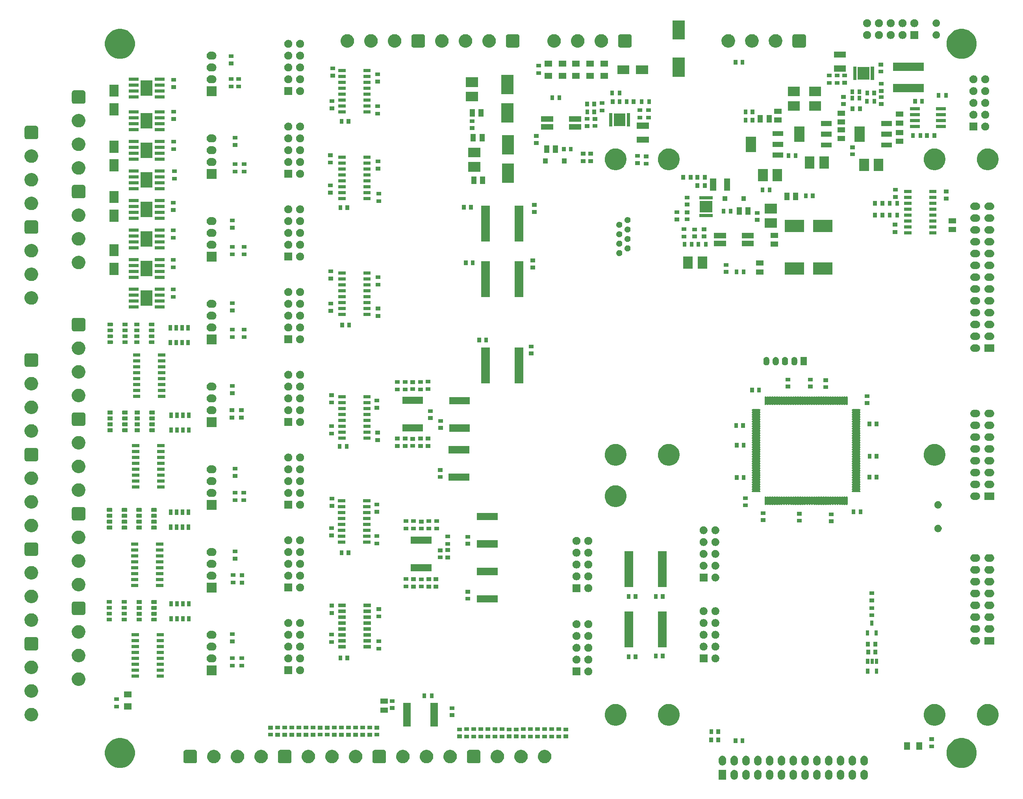
<source format=gts>
G04 #@! TF.GenerationSoftware,KiCad,Pcbnew,(6.0.0-rc1-dev-1425-g4c184f07a)*
G04 #@! TF.CreationDate,2018-12-27T18:34:51-05:00
G04 #@! TF.ProjectId,Danalog,44616e61-6c6f-4672-9e6b-696361645f70,rev?*
G04 #@! TF.SameCoordinates,Original*
G04 #@! TF.FileFunction,Soldermask,Top*
G04 #@! TF.FilePolarity,Negative*
%FSLAX46Y46*%
G04 Gerber Fmt 4.6, Leading zero omitted, Abs format (unit mm)*
G04 Created by KiCad (PCBNEW (6.0.0-rc1-dev-1425-g4c184f07a)) date 12/27/2018 6:34:51 PM*
%MOMM*%
%LPD*%
G04 APERTURE LIST*
%ADD10C,0.100000*%
G04 APERTURE END LIST*
D10*
G36*
X205262024Y-219555590D02*
G01*
X205413011Y-219601392D01*
X205552161Y-219675768D01*
X205613149Y-219725819D01*
X205674133Y-219775867D01*
X205674134Y-219775869D01*
X205674136Y-219775870D01*
X205774230Y-219897835D01*
X205848608Y-220036988D01*
X205894410Y-220187975D01*
X205906000Y-220305654D01*
X205906000Y-220884346D01*
X205894410Y-221002025D01*
X205848608Y-221153012D01*
X205774230Y-221292165D01*
X205674133Y-221414133D01*
X205552165Y-221514230D01*
X205413012Y-221588608D01*
X205262025Y-221634410D01*
X205105000Y-221649875D01*
X204947976Y-221634410D01*
X204796989Y-221588608D01*
X204657836Y-221514230D01*
X204535868Y-221414133D01*
X204435771Y-221292165D01*
X204361392Y-221153012D01*
X204338491Y-221077518D01*
X204315590Y-221002025D01*
X204304000Y-220884346D01*
X204304000Y-220305655D01*
X204315590Y-220187976D01*
X204361392Y-220036989D01*
X204435768Y-219897839D01*
X204535865Y-219775870D01*
X204535867Y-219775867D01*
X204535869Y-219775866D01*
X204535870Y-219775864D01*
X204657835Y-219675770D01*
X204796988Y-219601392D01*
X204947975Y-219555590D01*
X205105000Y-219540125D01*
X205262024Y-219555590D01*
X205262024Y-219555590D01*
G37*
G36*
X207802024Y-219555590D02*
G01*
X207953011Y-219601392D01*
X208092161Y-219675768D01*
X208153149Y-219725819D01*
X208214133Y-219775867D01*
X208214134Y-219775869D01*
X208214136Y-219775870D01*
X208314230Y-219897835D01*
X208388608Y-220036988D01*
X208434410Y-220187975D01*
X208446000Y-220305654D01*
X208446000Y-220884346D01*
X208434410Y-221002025D01*
X208388608Y-221153012D01*
X208314230Y-221292165D01*
X208214133Y-221414133D01*
X208092165Y-221514230D01*
X207953012Y-221588608D01*
X207802025Y-221634410D01*
X207645000Y-221649875D01*
X207487976Y-221634410D01*
X207336989Y-221588608D01*
X207197836Y-221514230D01*
X207075868Y-221414133D01*
X206975771Y-221292165D01*
X206901392Y-221153012D01*
X206878491Y-221077518D01*
X206855590Y-221002025D01*
X206844000Y-220884346D01*
X206844000Y-220305655D01*
X206855590Y-220187976D01*
X206901392Y-220036989D01*
X206975768Y-219897839D01*
X207075865Y-219775870D01*
X207075867Y-219775867D01*
X207075869Y-219775866D01*
X207075870Y-219775864D01*
X207197835Y-219675770D01*
X207336988Y-219601392D01*
X207487975Y-219555590D01*
X207645000Y-219540125D01*
X207802024Y-219555590D01*
X207802024Y-219555590D01*
G37*
G36*
X233202024Y-219555590D02*
G01*
X233353011Y-219601392D01*
X233492161Y-219675768D01*
X233553149Y-219725819D01*
X233614133Y-219775867D01*
X233614134Y-219775869D01*
X233614136Y-219775870D01*
X233714230Y-219897835D01*
X233788608Y-220036988D01*
X233834410Y-220187975D01*
X233846000Y-220305654D01*
X233846000Y-220884346D01*
X233834410Y-221002025D01*
X233788608Y-221153012D01*
X233714230Y-221292165D01*
X233614133Y-221414133D01*
X233492165Y-221514230D01*
X233353012Y-221588608D01*
X233202025Y-221634410D01*
X233045000Y-221649875D01*
X232887976Y-221634410D01*
X232736989Y-221588608D01*
X232597836Y-221514230D01*
X232475868Y-221414133D01*
X232375771Y-221292165D01*
X232301392Y-221153012D01*
X232278491Y-221077518D01*
X232255590Y-221002025D01*
X232244000Y-220884346D01*
X232244000Y-220305655D01*
X232255590Y-220187976D01*
X232301392Y-220036989D01*
X232375768Y-219897839D01*
X232475865Y-219775870D01*
X232475867Y-219775867D01*
X232475869Y-219775866D01*
X232475870Y-219775864D01*
X232597835Y-219675770D01*
X232736988Y-219601392D01*
X232887975Y-219555590D01*
X233045000Y-219540125D01*
X233202024Y-219555590D01*
X233202024Y-219555590D01*
G37*
G36*
X230662024Y-219555590D02*
G01*
X230813011Y-219601392D01*
X230952161Y-219675768D01*
X231013149Y-219725819D01*
X231074133Y-219775867D01*
X231074134Y-219775869D01*
X231074136Y-219775870D01*
X231174230Y-219897835D01*
X231248608Y-220036988D01*
X231294410Y-220187975D01*
X231306000Y-220305654D01*
X231306000Y-220884346D01*
X231294410Y-221002025D01*
X231248608Y-221153012D01*
X231174230Y-221292165D01*
X231074133Y-221414133D01*
X230952165Y-221514230D01*
X230813012Y-221588608D01*
X230662025Y-221634410D01*
X230505000Y-221649875D01*
X230347976Y-221634410D01*
X230196989Y-221588608D01*
X230057836Y-221514230D01*
X229935868Y-221414133D01*
X229835771Y-221292165D01*
X229761392Y-221153012D01*
X229738491Y-221077518D01*
X229715590Y-221002025D01*
X229704000Y-220884346D01*
X229704000Y-220305655D01*
X229715590Y-220187976D01*
X229761392Y-220036989D01*
X229835768Y-219897839D01*
X229935865Y-219775870D01*
X229935867Y-219775867D01*
X229935869Y-219775866D01*
X229935870Y-219775864D01*
X230057835Y-219675770D01*
X230196988Y-219601392D01*
X230347975Y-219555590D01*
X230505000Y-219540125D01*
X230662024Y-219555590D01*
X230662024Y-219555590D01*
G37*
G36*
X228122024Y-219555590D02*
G01*
X228273011Y-219601392D01*
X228412161Y-219675768D01*
X228473149Y-219725819D01*
X228534133Y-219775867D01*
X228534134Y-219775869D01*
X228534136Y-219775870D01*
X228634230Y-219897835D01*
X228708608Y-220036988D01*
X228754410Y-220187975D01*
X228766000Y-220305654D01*
X228766000Y-220884346D01*
X228754410Y-221002025D01*
X228708608Y-221153012D01*
X228634230Y-221292165D01*
X228534133Y-221414133D01*
X228412165Y-221514230D01*
X228273012Y-221588608D01*
X228122025Y-221634410D01*
X227965000Y-221649875D01*
X227807976Y-221634410D01*
X227656989Y-221588608D01*
X227517836Y-221514230D01*
X227395868Y-221414133D01*
X227295771Y-221292165D01*
X227221392Y-221153012D01*
X227198491Y-221077518D01*
X227175590Y-221002025D01*
X227164000Y-220884346D01*
X227164000Y-220305655D01*
X227175590Y-220187976D01*
X227221392Y-220036989D01*
X227295768Y-219897839D01*
X227395865Y-219775870D01*
X227395867Y-219775867D01*
X227395869Y-219775866D01*
X227395870Y-219775864D01*
X227517835Y-219675770D01*
X227656988Y-219601392D01*
X227807975Y-219555590D01*
X227965000Y-219540125D01*
X228122024Y-219555590D01*
X228122024Y-219555590D01*
G37*
G36*
X225582024Y-219555590D02*
G01*
X225733011Y-219601392D01*
X225872161Y-219675768D01*
X225933149Y-219725819D01*
X225994133Y-219775867D01*
X225994134Y-219775869D01*
X225994136Y-219775870D01*
X226094230Y-219897835D01*
X226168608Y-220036988D01*
X226214410Y-220187975D01*
X226226000Y-220305654D01*
X226226000Y-220884346D01*
X226214410Y-221002025D01*
X226168608Y-221153012D01*
X226094230Y-221292165D01*
X225994133Y-221414133D01*
X225872165Y-221514230D01*
X225733012Y-221588608D01*
X225582025Y-221634410D01*
X225425000Y-221649875D01*
X225267976Y-221634410D01*
X225116989Y-221588608D01*
X224977836Y-221514230D01*
X224855868Y-221414133D01*
X224755771Y-221292165D01*
X224681392Y-221153012D01*
X224658491Y-221077518D01*
X224635590Y-221002025D01*
X224624000Y-220884346D01*
X224624000Y-220305655D01*
X224635590Y-220187976D01*
X224681392Y-220036989D01*
X224755768Y-219897839D01*
X224855865Y-219775870D01*
X224855867Y-219775867D01*
X224855869Y-219775866D01*
X224855870Y-219775864D01*
X224977835Y-219675770D01*
X225116988Y-219601392D01*
X225267975Y-219555590D01*
X225425000Y-219540125D01*
X225582024Y-219555590D01*
X225582024Y-219555590D01*
G37*
G36*
X223042024Y-219555590D02*
G01*
X223193011Y-219601392D01*
X223332161Y-219675768D01*
X223393149Y-219725819D01*
X223454133Y-219775867D01*
X223454134Y-219775869D01*
X223454136Y-219775870D01*
X223554230Y-219897835D01*
X223628608Y-220036988D01*
X223674410Y-220187975D01*
X223686000Y-220305654D01*
X223686000Y-220884346D01*
X223674410Y-221002025D01*
X223628608Y-221153012D01*
X223554230Y-221292165D01*
X223454133Y-221414133D01*
X223332165Y-221514230D01*
X223193012Y-221588608D01*
X223042025Y-221634410D01*
X222885000Y-221649875D01*
X222727976Y-221634410D01*
X222576989Y-221588608D01*
X222437836Y-221514230D01*
X222315868Y-221414133D01*
X222215771Y-221292165D01*
X222141392Y-221153012D01*
X222118491Y-221077518D01*
X222095590Y-221002025D01*
X222084000Y-220884346D01*
X222084000Y-220305655D01*
X222095590Y-220187976D01*
X222141392Y-220036989D01*
X222215768Y-219897839D01*
X222315865Y-219775870D01*
X222315867Y-219775867D01*
X222315869Y-219775866D01*
X222315870Y-219775864D01*
X222437835Y-219675770D01*
X222576988Y-219601392D01*
X222727975Y-219555590D01*
X222885000Y-219540125D01*
X223042024Y-219555590D01*
X223042024Y-219555590D01*
G37*
G36*
X217962024Y-219555590D02*
G01*
X218113011Y-219601392D01*
X218252161Y-219675768D01*
X218313149Y-219725819D01*
X218374133Y-219775867D01*
X218374134Y-219775869D01*
X218374136Y-219775870D01*
X218474230Y-219897835D01*
X218548608Y-220036988D01*
X218594410Y-220187975D01*
X218606000Y-220305654D01*
X218606000Y-220884346D01*
X218594410Y-221002025D01*
X218548608Y-221153012D01*
X218474230Y-221292165D01*
X218374133Y-221414133D01*
X218252165Y-221514230D01*
X218113012Y-221588608D01*
X217962025Y-221634410D01*
X217805000Y-221649875D01*
X217647976Y-221634410D01*
X217496989Y-221588608D01*
X217357836Y-221514230D01*
X217235868Y-221414133D01*
X217135771Y-221292165D01*
X217061392Y-221153012D01*
X217038491Y-221077518D01*
X217015590Y-221002025D01*
X217004000Y-220884346D01*
X217004000Y-220305655D01*
X217015590Y-220187976D01*
X217061392Y-220036989D01*
X217135768Y-219897839D01*
X217235865Y-219775870D01*
X217235867Y-219775867D01*
X217235869Y-219775866D01*
X217235870Y-219775864D01*
X217357835Y-219675770D01*
X217496988Y-219601392D01*
X217647975Y-219555590D01*
X217805000Y-219540125D01*
X217962024Y-219555590D01*
X217962024Y-219555590D01*
G37*
G36*
X220502024Y-219555590D02*
G01*
X220653011Y-219601392D01*
X220792161Y-219675768D01*
X220853149Y-219725819D01*
X220914133Y-219775867D01*
X220914134Y-219775869D01*
X220914136Y-219775870D01*
X221014230Y-219897835D01*
X221088608Y-220036988D01*
X221134410Y-220187975D01*
X221146000Y-220305654D01*
X221146000Y-220884346D01*
X221134410Y-221002025D01*
X221088608Y-221153012D01*
X221014230Y-221292165D01*
X220914133Y-221414133D01*
X220792165Y-221514230D01*
X220653012Y-221588608D01*
X220502025Y-221634410D01*
X220345000Y-221649875D01*
X220187976Y-221634410D01*
X220036989Y-221588608D01*
X219897836Y-221514230D01*
X219775868Y-221414133D01*
X219675771Y-221292165D01*
X219601392Y-221153012D01*
X219578491Y-221077518D01*
X219555590Y-221002025D01*
X219544000Y-220884346D01*
X219544000Y-220305655D01*
X219555590Y-220187976D01*
X219601392Y-220036989D01*
X219675768Y-219897839D01*
X219775865Y-219775870D01*
X219775867Y-219775867D01*
X219775869Y-219775866D01*
X219775870Y-219775864D01*
X219897835Y-219675770D01*
X220036988Y-219601392D01*
X220187975Y-219555590D01*
X220345000Y-219540125D01*
X220502024Y-219555590D01*
X220502024Y-219555590D01*
G37*
G36*
X210342024Y-219555590D02*
G01*
X210493011Y-219601392D01*
X210632161Y-219675768D01*
X210693149Y-219725819D01*
X210754133Y-219775867D01*
X210754134Y-219775869D01*
X210754136Y-219775870D01*
X210854230Y-219897835D01*
X210928608Y-220036988D01*
X210974410Y-220187975D01*
X210986000Y-220305654D01*
X210986000Y-220884346D01*
X210974410Y-221002025D01*
X210928608Y-221153012D01*
X210854230Y-221292165D01*
X210754133Y-221414133D01*
X210632165Y-221514230D01*
X210493012Y-221588608D01*
X210342025Y-221634410D01*
X210185000Y-221649875D01*
X210027976Y-221634410D01*
X209876989Y-221588608D01*
X209737836Y-221514230D01*
X209615868Y-221414133D01*
X209515771Y-221292165D01*
X209441392Y-221153012D01*
X209418491Y-221077518D01*
X209395590Y-221002025D01*
X209384000Y-220884346D01*
X209384000Y-220305655D01*
X209395590Y-220187976D01*
X209441392Y-220036989D01*
X209515768Y-219897839D01*
X209615865Y-219775870D01*
X209615867Y-219775867D01*
X209615869Y-219775866D01*
X209615870Y-219775864D01*
X209737835Y-219675770D01*
X209876988Y-219601392D01*
X210027975Y-219555590D01*
X210185000Y-219540125D01*
X210342024Y-219555590D01*
X210342024Y-219555590D01*
G37*
G36*
X215422024Y-219555590D02*
G01*
X215573011Y-219601392D01*
X215712161Y-219675768D01*
X215773149Y-219725819D01*
X215834133Y-219775867D01*
X215834134Y-219775869D01*
X215834136Y-219775870D01*
X215934230Y-219897835D01*
X216008608Y-220036988D01*
X216054410Y-220187975D01*
X216066000Y-220305654D01*
X216066000Y-220884346D01*
X216054410Y-221002025D01*
X216008608Y-221153012D01*
X215934230Y-221292165D01*
X215834133Y-221414133D01*
X215712165Y-221514230D01*
X215573012Y-221588608D01*
X215422025Y-221634410D01*
X215265000Y-221649875D01*
X215107976Y-221634410D01*
X214956989Y-221588608D01*
X214817836Y-221514230D01*
X214695868Y-221414133D01*
X214595771Y-221292165D01*
X214521392Y-221153012D01*
X214498491Y-221077518D01*
X214475590Y-221002025D01*
X214464000Y-220884346D01*
X214464000Y-220305655D01*
X214475590Y-220187976D01*
X214521392Y-220036989D01*
X214595768Y-219897839D01*
X214695865Y-219775870D01*
X214695867Y-219775867D01*
X214695869Y-219775866D01*
X214695870Y-219775864D01*
X214817835Y-219675770D01*
X214956988Y-219601392D01*
X215107975Y-219555590D01*
X215265000Y-219540125D01*
X215422024Y-219555590D01*
X215422024Y-219555590D01*
G37*
G36*
X212882024Y-219555590D02*
G01*
X213033011Y-219601392D01*
X213172161Y-219675768D01*
X213233149Y-219725819D01*
X213294133Y-219775867D01*
X213294134Y-219775869D01*
X213294136Y-219775870D01*
X213394230Y-219897835D01*
X213468608Y-220036988D01*
X213514410Y-220187975D01*
X213526000Y-220305654D01*
X213526000Y-220884346D01*
X213514410Y-221002025D01*
X213468608Y-221153012D01*
X213394230Y-221292165D01*
X213294133Y-221414133D01*
X213172165Y-221514230D01*
X213033012Y-221588608D01*
X212882025Y-221634410D01*
X212725000Y-221649875D01*
X212567976Y-221634410D01*
X212416989Y-221588608D01*
X212277836Y-221514230D01*
X212155868Y-221414133D01*
X212055771Y-221292165D01*
X211981392Y-221153012D01*
X211958491Y-221077518D01*
X211935590Y-221002025D01*
X211924000Y-220884346D01*
X211924000Y-220305655D01*
X211935590Y-220187976D01*
X211981392Y-220036989D01*
X212055768Y-219897839D01*
X212155865Y-219775870D01*
X212155867Y-219775867D01*
X212155869Y-219775866D01*
X212155870Y-219775864D01*
X212277835Y-219675770D01*
X212416988Y-219601392D01*
X212567975Y-219555590D01*
X212725000Y-219540125D01*
X212882024Y-219555590D01*
X212882024Y-219555590D01*
G37*
G36*
X203366000Y-221646000D02*
G01*
X201764000Y-221646000D01*
X201764000Y-219544000D01*
X203366000Y-219544000D01*
X203366000Y-221646000D01*
X203366000Y-221646000D01*
G37*
G36*
X73965989Y-212797973D02*
G01*
X74553083Y-213041155D01*
X75081458Y-213394204D01*
X75530796Y-213843542D01*
X75883845Y-214371917D01*
X76127027Y-214959011D01*
X76251000Y-215582265D01*
X76251000Y-216217735D01*
X76127027Y-216840989D01*
X75883845Y-217428083D01*
X75530796Y-217956458D01*
X75081458Y-218405796D01*
X74553083Y-218758845D01*
X73965989Y-219002027D01*
X73342735Y-219126000D01*
X72707265Y-219126000D01*
X72084011Y-219002027D01*
X71496917Y-218758845D01*
X70968542Y-218405796D01*
X70519204Y-217956458D01*
X70166155Y-217428083D01*
X69922973Y-216840989D01*
X69799000Y-216217735D01*
X69799000Y-215582265D01*
X69922973Y-214959011D01*
X70166155Y-214371917D01*
X70519204Y-213843542D01*
X70968542Y-213394204D01*
X71496917Y-213041155D01*
X72084011Y-212797973D01*
X72707265Y-212674000D01*
X73342735Y-212674000D01*
X73965989Y-212797973D01*
X73965989Y-212797973D01*
G37*
G36*
X254940989Y-212797973D02*
G01*
X255528083Y-213041155D01*
X256056458Y-213394204D01*
X256505796Y-213843542D01*
X256858845Y-214371917D01*
X257102027Y-214959011D01*
X257226000Y-215582265D01*
X257226000Y-216217735D01*
X257102027Y-216840989D01*
X256858845Y-217428083D01*
X256505796Y-217956458D01*
X256056458Y-218405796D01*
X255528083Y-218758845D01*
X254940989Y-219002027D01*
X254317735Y-219126000D01*
X253682265Y-219126000D01*
X253059011Y-219002027D01*
X252471917Y-218758845D01*
X251943542Y-218405796D01*
X251494204Y-217956458D01*
X251141155Y-217428083D01*
X250897973Y-216840989D01*
X250774000Y-216217735D01*
X250774000Y-215582265D01*
X250897973Y-214959011D01*
X251141155Y-214371917D01*
X251494204Y-213843542D01*
X251943542Y-213394204D01*
X252471917Y-213041155D01*
X253059011Y-212797973D01*
X253682265Y-212674000D01*
X254317735Y-212674000D01*
X254940989Y-212797973D01*
X254940989Y-212797973D01*
G37*
G36*
X233202024Y-216515590D02*
G01*
X233353011Y-216561392D01*
X233492161Y-216635768D01*
X233553149Y-216685819D01*
X233614133Y-216735867D01*
X233614134Y-216735869D01*
X233614136Y-216735870D01*
X233714230Y-216857835D01*
X233788608Y-216996988D01*
X233834410Y-217147975D01*
X233846000Y-217265654D01*
X233846000Y-217844346D01*
X233834410Y-217962025D01*
X233788608Y-218113012D01*
X233714230Y-218252165D01*
X233614133Y-218374133D01*
X233492165Y-218474230D01*
X233353012Y-218548608D01*
X233202025Y-218594410D01*
X233045000Y-218609875D01*
X232887976Y-218594410D01*
X232736989Y-218548608D01*
X232597836Y-218474230D01*
X232475868Y-218374133D01*
X232375771Y-218252165D01*
X232301392Y-218113012D01*
X232275398Y-218027321D01*
X232255590Y-217962025D01*
X232244000Y-217844346D01*
X232244000Y-217265655D01*
X232255590Y-217147976D01*
X232301392Y-216996989D01*
X232375768Y-216857839D01*
X232475865Y-216735870D01*
X232475867Y-216735867D01*
X232475869Y-216735866D01*
X232475870Y-216735864D01*
X232597835Y-216635770D01*
X232736988Y-216561392D01*
X232887975Y-216515590D01*
X233045000Y-216500125D01*
X233202024Y-216515590D01*
X233202024Y-216515590D01*
G37*
G36*
X205262024Y-216515590D02*
G01*
X205413011Y-216561392D01*
X205552161Y-216635768D01*
X205613149Y-216685819D01*
X205674133Y-216735867D01*
X205674134Y-216735869D01*
X205674136Y-216735870D01*
X205774230Y-216857835D01*
X205848608Y-216996988D01*
X205894410Y-217147975D01*
X205906000Y-217265654D01*
X205906000Y-217844346D01*
X205894410Y-217962025D01*
X205848608Y-218113012D01*
X205774230Y-218252165D01*
X205674133Y-218374133D01*
X205552165Y-218474230D01*
X205413012Y-218548608D01*
X205262025Y-218594410D01*
X205105000Y-218609875D01*
X204947976Y-218594410D01*
X204796989Y-218548608D01*
X204657836Y-218474230D01*
X204535868Y-218374133D01*
X204435771Y-218252165D01*
X204361392Y-218113012D01*
X204335398Y-218027321D01*
X204315590Y-217962025D01*
X204304000Y-217844346D01*
X204304000Y-217265655D01*
X204315590Y-217147976D01*
X204361392Y-216996989D01*
X204435768Y-216857839D01*
X204535865Y-216735870D01*
X204535867Y-216735867D01*
X204535869Y-216735866D01*
X204535870Y-216735864D01*
X204657835Y-216635770D01*
X204796988Y-216561392D01*
X204947975Y-216515590D01*
X205105000Y-216500125D01*
X205262024Y-216515590D01*
X205262024Y-216515590D01*
G37*
G36*
X202722024Y-216515590D02*
G01*
X202873011Y-216561392D01*
X203012161Y-216635768D01*
X203073149Y-216685819D01*
X203134133Y-216735867D01*
X203134134Y-216735869D01*
X203134136Y-216735870D01*
X203234230Y-216857835D01*
X203308608Y-216996988D01*
X203354410Y-217147975D01*
X203366000Y-217265654D01*
X203366000Y-217844346D01*
X203354410Y-217962025D01*
X203308608Y-218113012D01*
X203234230Y-218252165D01*
X203134133Y-218374133D01*
X203012165Y-218474230D01*
X202873012Y-218548608D01*
X202722025Y-218594410D01*
X202565000Y-218609875D01*
X202407976Y-218594410D01*
X202256989Y-218548608D01*
X202117836Y-218474230D01*
X201995868Y-218374133D01*
X201895771Y-218252165D01*
X201821392Y-218113012D01*
X201795398Y-218027321D01*
X201775590Y-217962025D01*
X201764000Y-217844346D01*
X201764000Y-217265655D01*
X201775590Y-217147976D01*
X201821392Y-216996989D01*
X201895768Y-216857839D01*
X201995865Y-216735870D01*
X201995867Y-216735867D01*
X201995869Y-216735866D01*
X201995870Y-216735864D01*
X202117835Y-216635770D01*
X202256988Y-216561392D01*
X202407975Y-216515590D01*
X202565000Y-216500125D01*
X202722024Y-216515590D01*
X202722024Y-216515590D01*
G37*
G36*
X207802024Y-216515590D02*
G01*
X207953011Y-216561392D01*
X208092161Y-216635768D01*
X208153149Y-216685819D01*
X208214133Y-216735867D01*
X208214134Y-216735869D01*
X208214136Y-216735870D01*
X208314230Y-216857835D01*
X208388608Y-216996988D01*
X208434410Y-217147975D01*
X208446000Y-217265654D01*
X208446000Y-217844346D01*
X208434410Y-217962025D01*
X208388608Y-218113012D01*
X208314230Y-218252165D01*
X208214133Y-218374133D01*
X208092165Y-218474230D01*
X207953012Y-218548608D01*
X207802025Y-218594410D01*
X207645000Y-218609875D01*
X207487976Y-218594410D01*
X207336989Y-218548608D01*
X207197836Y-218474230D01*
X207075868Y-218374133D01*
X206975771Y-218252165D01*
X206901392Y-218113012D01*
X206875398Y-218027321D01*
X206855590Y-217962025D01*
X206844000Y-217844346D01*
X206844000Y-217265655D01*
X206855590Y-217147976D01*
X206901392Y-216996989D01*
X206975768Y-216857839D01*
X207075865Y-216735870D01*
X207075867Y-216735867D01*
X207075869Y-216735866D01*
X207075870Y-216735864D01*
X207197835Y-216635770D01*
X207336988Y-216561392D01*
X207487975Y-216515590D01*
X207645000Y-216500125D01*
X207802024Y-216515590D01*
X207802024Y-216515590D01*
G37*
G36*
X223042024Y-216515590D02*
G01*
X223193011Y-216561392D01*
X223332161Y-216635768D01*
X223393149Y-216685819D01*
X223454133Y-216735867D01*
X223454134Y-216735869D01*
X223454136Y-216735870D01*
X223554230Y-216857835D01*
X223628608Y-216996988D01*
X223674410Y-217147975D01*
X223686000Y-217265654D01*
X223686000Y-217844346D01*
X223674410Y-217962025D01*
X223628608Y-218113012D01*
X223554230Y-218252165D01*
X223454133Y-218374133D01*
X223332165Y-218474230D01*
X223193012Y-218548608D01*
X223042025Y-218594410D01*
X222885000Y-218609875D01*
X222727976Y-218594410D01*
X222576989Y-218548608D01*
X222437836Y-218474230D01*
X222315868Y-218374133D01*
X222215771Y-218252165D01*
X222141392Y-218113012D01*
X222115398Y-218027321D01*
X222095590Y-217962025D01*
X222084000Y-217844346D01*
X222084000Y-217265655D01*
X222095590Y-217147976D01*
X222141392Y-216996989D01*
X222215768Y-216857839D01*
X222315865Y-216735870D01*
X222315867Y-216735867D01*
X222315869Y-216735866D01*
X222315870Y-216735864D01*
X222437835Y-216635770D01*
X222576988Y-216561392D01*
X222727975Y-216515590D01*
X222885000Y-216500125D01*
X223042024Y-216515590D01*
X223042024Y-216515590D01*
G37*
G36*
X220502024Y-216515590D02*
G01*
X220653011Y-216561392D01*
X220792161Y-216635768D01*
X220853149Y-216685819D01*
X220914133Y-216735867D01*
X220914134Y-216735869D01*
X220914136Y-216735870D01*
X221014230Y-216857835D01*
X221088608Y-216996988D01*
X221134410Y-217147975D01*
X221146000Y-217265654D01*
X221146000Y-217844346D01*
X221134410Y-217962025D01*
X221088608Y-218113012D01*
X221014230Y-218252165D01*
X220914133Y-218374133D01*
X220792165Y-218474230D01*
X220653012Y-218548608D01*
X220502025Y-218594410D01*
X220345000Y-218609875D01*
X220187976Y-218594410D01*
X220036989Y-218548608D01*
X219897836Y-218474230D01*
X219775868Y-218374133D01*
X219675771Y-218252165D01*
X219601392Y-218113012D01*
X219575398Y-218027321D01*
X219555590Y-217962025D01*
X219544000Y-217844346D01*
X219544000Y-217265655D01*
X219555590Y-217147976D01*
X219601392Y-216996989D01*
X219675768Y-216857839D01*
X219775865Y-216735870D01*
X219775867Y-216735867D01*
X219775869Y-216735866D01*
X219775870Y-216735864D01*
X219897835Y-216635770D01*
X220036988Y-216561392D01*
X220187975Y-216515590D01*
X220345000Y-216500125D01*
X220502024Y-216515590D01*
X220502024Y-216515590D01*
G37*
G36*
X217962024Y-216515590D02*
G01*
X218113011Y-216561392D01*
X218252161Y-216635768D01*
X218313149Y-216685819D01*
X218374133Y-216735867D01*
X218374134Y-216735869D01*
X218374136Y-216735870D01*
X218474230Y-216857835D01*
X218548608Y-216996988D01*
X218594410Y-217147975D01*
X218606000Y-217265654D01*
X218606000Y-217844346D01*
X218594410Y-217962025D01*
X218548608Y-218113012D01*
X218474230Y-218252165D01*
X218374133Y-218374133D01*
X218252165Y-218474230D01*
X218113012Y-218548608D01*
X217962025Y-218594410D01*
X217805000Y-218609875D01*
X217647976Y-218594410D01*
X217496989Y-218548608D01*
X217357836Y-218474230D01*
X217235868Y-218374133D01*
X217135771Y-218252165D01*
X217061392Y-218113012D01*
X217035398Y-218027321D01*
X217015590Y-217962025D01*
X217004000Y-217844346D01*
X217004000Y-217265655D01*
X217015590Y-217147976D01*
X217061392Y-216996989D01*
X217135768Y-216857839D01*
X217235865Y-216735870D01*
X217235867Y-216735867D01*
X217235869Y-216735866D01*
X217235870Y-216735864D01*
X217357835Y-216635770D01*
X217496988Y-216561392D01*
X217647975Y-216515590D01*
X217805000Y-216500125D01*
X217962024Y-216515590D01*
X217962024Y-216515590D01*
G37*
G36*
X225582024Y-216515590D02*
G01*
X225733011Y-216561392D01*
X225872161Y-216635768D01*
X225933149Y-216685819D01*
X225994133Y-216735867D01*
X225994134Y-216735869D01*
X225994136Y-216735870D01*
X226094230Y-216857835D01*
X226168608Y-216996988D01*
X226214410Y-217147975D01*
X226226000Y-217265654D01*
X226226000Y-217844346D01*
X226214410Y-217962025D01*
X226168608Y-218113012D01*
X226094230Y-218252165D01*
X225994133Y-218374133D01*
X225872165Y-218474230D01*
X225733012Y-218548608D01*
X225582025Y-218594410D01*
X225425000Y-218609875D01*
X225267976Y-218594410D01*
X225116989Y-218548608D01*
X224977836Y-218474230D01*
X224855868Y-218374133D01*
X224755771Y-218252165D01*
X224681392Y-218113012D01*
X224655398Y-218027321D01*
X224635590Y-217962025D01*
X224624000Y-217844346D01*
X224624000Y-217265655D01*
X224635590Y-217147976D01*
X224681392Y-216996989D01*
X224755768Y-216857839D01*
X224855865Y-216735870D01*
X224855867Y-216735867D01*
X224855869Y-216735866D01*
X224855870Y-216735864D01*
X224977835Y-216635770D01*
X225116988Y-216561392D01*
X225267975Y-216515590D01*
X225425000Y-216500125D01*
X225582024Y-216515590D01*
X225582024Y-216515590D01*
G37*
G36*
X228122024Y-216515590D02*
G01*
X228273011Y-216561392D01*
X228412161Y-216635768D01*
X228473149Y-216685819D01*
X228534133Y-216735867D01*
X228534134Y-216735869D01*
X228534136Y-216735870D01*
X228634230Y-216857835D01*
X228708608Y-216996988D01*
X228754410Y-217147975D01*
X228766000Y-217265654D01*
X228766000Y-217844346D01*
X228754410Y-217962025D01*
X228708608Y-218113012D01*
X228634230Y-218252165D01*
X228534133Y-218374133D01*
X228412165Y-218474230D01*
X228273012Y-218548608D01*
X228122025Y-218594410D01*
X227965000Y-218609875D01*
X227807976Y-218594410D01*
X227656989Y-218548608D01*
X227517836Y-218474230D01*
X227395868Y-218374133D01*
X227295771Y-218252165D01*
X227221392Y-218113012D01*
X227195398Y-218027321D01*
X227175590Y-217962025D01*
X227164000Y-217844346D01*
X227164000Y-217265655D01*
X227175590Y-217147976D01*
X227221392Y-216996989D01*
X227295768Y-216857839D01*
X227395865Y-216735870D01*
X227395867Y-216735867D01*
X227395869Y-216735866D01*
X227395870Y-216735864D01*
X227517835Y-216635770D01*
X227656988Y-216561392D01*
X227807975Y-216515590D01*
X227965000Y-216500125D01*
X228122024Y-216515590D01*
X228122024Y-216515590D01*
G37*
G36*
X215422024Y-216515590D02*
G01*
X215573011Y-216561392D01*
X215712161Y-216635768D01*
X215773149Y-216685819D01*
X215834133Y-216735867D01*
X215834134Y-216735869D01*
X215834136Y-216735870D01*
X215934230Y-216857835D01*
X216008608Y-216996988D01*
X216054410Y-217147975D01*
X216066000Y-217265654D01*
X216066000Y-217844346D01*
X216054410Y-217962025D01*
X216008608Y-218113012D01*
X215934230Y-218252165D01*
X215834133Y-218374133D01*
X215712165Y-218474230D01*
X215573012Y-218548608D01*
X215422025Y-218594410D01*
X215265000Y-218609875D01*
X215107976Y-218594410D01*
X214956989Y-218548608D01*
X214817836Y-218474230D01*
X214695868Y-218374133D01*
X214595771Y-218252165D01*
X214521392Y-218113012D01*
X214495398Y-218027321D01*
X214475590Y-217962025D01*
X214464000Y-217844346D01*
X214464000Y-217265655D01*
X214475590Y-217147976D01*
X214521392Y-216996989D01*
X214595768Y-216857839D01*
X214695865Y-216735870D01*
X214695867Y-216735867D01*
X214695869Y-216735866D01*
X214695870Y-216735864D01*
X214817835Y-216635770D01*
X214956988Y-216561392D01*
X215107975Y-216515590D01*
X215265000Y-216500125D01*
X215422024Y-216515590D01*
X215422024Y-216515590D01*
G37*
G36*
X212882024Y-216515590D02*
G01*
X213033011Y-216561392D01*
X213172161Y-216635768D01*
X213233149Y-216685819D01*
X213294133Y-216735867D01*
X213294134Y-216735869D01*
X213294136Y-216735870D01*
X213394230Y-216857835D01*
X213468608Y-216996988D01*
X213514410Y-217147975D01*
X213526000Y-217265654D01*
X213526000Y-217844346D01*
X213514410Y-217962025D01*
X213468608Y-218113012D01*
X213394230Y-218252165D01*
X213294133Y-218374133D01*
X213172165Y-218474230D01*
X213033012Y-218548608D01*
X212882025Y-218594410D01*
X212725000Y-218609875D01*
X212567976Y-218594410D01*
X212416989Y-218548608D01*
X212277836Y-218474230D01*
X212155868Y-218374133D01*
X212055771Y-218252165D01*
X211981392Y-218113012D01*
X211955398Y-218027321D01*
X211935590Y-217962025D01*
X211924000Y-217844346D01*
X211924000Y-217265655D01*
X211935590Y-217147976D01*
X211981392Y-216996989D01*
X212055768Y-216857839D01*
X212155865Y-216735870D01*
X212155867Y-216735867D01*
X212155869Y-216735866D01*
X212155870Y-216735864D01*
X212277835Y-216635770D01*
X212416988Y-216561392D01*
X212567975Y-216515590D01*
X212725000Y-216500125D01*
X212882024Y-216515590D01*
X212882024Y-216515590D01*
G37*
G36*
X210342024Y-216515590D02*
G01*
X210493011Y-216561392D01*
X210632161Y-216635768D01*
X210693149Y-216685819D01*
X210754133Y-216735867D01*
X210754134Y-216735869D01*
X210754136Y-216735870D01*
X210854230Y-216857835D01*
X210928608Y-216996988D01*
X210974410Y-217147975D01*
X210986000Y-217265654D01*
X210986000Y-217844346D01*
X210974410Y-217962025D01*
X210928608Y-218113012D01*
X210854230Y-218252165D01*
X210754133Y-218374133D01*
X210632165Y-218474230D01*
X210493012Y-218548608D01*
X210342025Y-218594410D01*
X210185000Y-218609875D01*
X210027976Y-218594410D01*
X209876989Y-218548608D01*
X209737836Y-218474230D01*
X209615868Y-218374133D01*
X209515771Y-218252165D01*
X209441392Y-218113012D01*
X209415398Y-218027321D01*
X209395590Y-217962025D01*
X209384000Y-217844346D01*
X209384000Y-217265655D01*
X209395590Y-217147976D01*
X209441392Y-216996989D01*
X209515768Y-216857839D01*
X209615865Y-216735870D01*
X209615867Y-216735867D01*
X209615869Y-216735866D01*
X209615870Y-216735864D01*
X209737835Y-216635770D01*
X209876988Y-216561392D01*
X210027975Y-216515590D01*
X210185000Y-216500125D01*
X210342024Y-216515590D01*
X210342024Y-216515590D01*
G37*
G36*
X230662024Y-216515590D02*
G01*
X230813011Y-216561392D01*
X230952161Y-216635768D01*
X231013149Y-216685819D01*
X231074133Y-216735867D01*
X231074134Y-216735869D01*
X231074136Y-216735870D01*
X231174230Y-216857835D01*
X231248608Y-216996988D01*
X231294410Y-217147975D01*
X231306000Y-217265654D01*
X231306000Y-217844346D01*
X231294410Y-217962025D01*
X231248608Y-218113012D01*
X231174230Y-218252165D01*
X231074133Y-218374133D01*
X230952165Y-218474230D01*
X230813012Y-218548608D01*
X230662025Y-218594410D01*
X230505000Y-218609875D01*
X230347976Y-218594410D01*
X230196989Y-218548608D01*
X230057836Y-218474230D01*
X229935868Y-218374133D01*
X229835771Y-218252165D01*
X229761392Y-218113012D01*
X229735398Y-218027321D01*
X229715590Y-217962025D01*
X229704000Y-217844346D01*
X229704000Y-217265655D01*
X229715590Y-217147976D01*
X229761392Y-216996989D01*
X229835768Y-216857839D01*
X229935865Y-216735870D01*
X229935867Y-216735867D01*
X229935869Y-216735866D01*
X229935870Y-216735864D01*
X230057835Y-216635770D01*
X230196988Y-216561392D01*
X230347975Y-216515590D01*
X230505000Y-216500125D01*
X230662024Y-216515590D01*
X230662024Y-216515590D01*
G37*
G36*
X119041238Y-215266760D02*
G01*
X119041240Y-215266761D01*
X119041241Y-215266761D01*
X119305306Y-215376140D01*
X119305307Y-215376141D01*
X119542962Y-215534937D01*
X119745063Y-215737038D01*
X119745065Y-215737041D01*
X119903860Y-215974694D01*
X120013239Y-216238759D01*
X120013240Y-216238762D01*
X120069000Y-216519088D01*
X120069000Y-216804912D01*
X120030794Y-216996989D01*
X120013239Y-217085241D01*
X119903860Y-217349306D01*
X119903859Y-217349307D01*
X119745063Y-217586962D01*
X119542962Y-217789063D01*
X119542959Y-217789065D01*
X119305306Y-217947860D01*
X119041241Y-218057239D01*
X119041240Y-218057239D01*
X119041238Y-218057240D01*
X118760912Y-218113000D01*
X118475088Y-218113000D01*
X118194762Y-218057240D01*
X118194760Y-218057239D01*
X118194759Y-218057239D01*
X117930694Y-217947860D01*
X117693041Y-217789065D01*
X117693038Y-217789063D01*
X117490937Y-217586962D01*
X117332141Y-217349307D01*
X117332140Y-217349306D01*
X117222761Y-217085241D01*
X117205207Y-216996989D01*
X117167000Y-216804912D01*
X117167000Y-216519088D01*
X117222760Y-216238762D01*
X117222761Y-216238759D01*
X117332140Y-215974694D01*
X117490935Y-215737041D01*
X117490937Y-215737038D01*
X117693038Y-215534937D01*
X117930693Y-215376141D01*
X117930694Y-215376140D01*
X118194759Y-215266761D01*
X118194760Y-215266761D01*
X118194762Y-215266760D01*
X118475088Y-215211000D01*
X118760912Y-215211000D01*
X119041238Y-215266760D01*
X119041238Y-215266760D01*
G37*
G36*
X139361238Y-215266760D02*
G01*
X139361240Y-215266761D01*
X139361241Y-215266761D01*
X139625306Y-215376140D01*
X139625307Y-215376141D01*
X139862962Y-215534937D01*
X140065063Y-215737038D01*
X140065065Y-215737041D01*
X140223860Y-215974694D01*
X140333239Y-216238759D01*
X140333240Y-216238762D01*
X140389000Y-216519088D01*
X140389000Y-216804912D01*
X140350794Y-216996989D01*
X140333239Y-217085241D01*
X140223860Y-217349306D01*
X140223859Y-217349307D01*
X140065063Y-217586962D01*
X139862962Y-217789063D01*
X139862959Y-217789065D01*
X139625306Y-217947860D01*
X139361241Y-218057239D01*
X139361240Y-218057239D01*
X139361238Y-218057240D01*
X139080912Y-218113000D01*
X138795088Y-218113000D01*
X138514762Y-218057240D01*
X138514760Y-218057239D01*
X138514759Y-218057239D01*
X138250694Y-217947860D01*
X138013041Y-217789065D01*
X138013038Y-217789063D01*
X137810937Y-217586962D01*
X137652141Y-217349307D01*
X137652140Y-217349306D01*
X137542761Y-217085241D01*
X137525207Y-216996989D01*
X137487000Y-216804912D01*
X137487000Y-216519088D01*
X137542760Y-216238762D01*
X137542761Y-216238759D01*
X137652140Y-215974694D01*
X137810935Y-215737041D01*
X137810937Y-215737038D01*
X138013038Y-215534937D01*
X138250693Y-215376141D01*
X138250694Y-215376140D01*
X138514759Y-215266761D01*
X138514760Y-215266761D01*
X138514762Y-215266760D01*
X138795088Y-215211000D01*
X139080912Y-215211000D01*
X139361238Y-215266760D01*
X139361238Y-215266760D01*
G37*
G36*
X144441238Y-215266760D02*
G01*
X144441240Y-215266761D01*
X144441241Y-215266761D01*
X144705306Y-215376140D01*
X144705307Y-215376141D01*
X144942962Y-215534937D01*
X145145063Y-215737038D01*
X145145065Y-215737041D01*
X145303860Y-215974694D01*
X145413239Y-216238759D01*
X145413240Y-216238762D01*
X145469000Y-216519088D01*
X145469000Y-216804912D01*
X145430794Y-216996989D01*
X145413239Y-217085241D01*
X145303860Y-217349306D01*
X145303859Y-217349307D01*
X145145063Y-217586962D01*
X144942962Y-217789063D01*
X144942959Y-217789065D01*
X144705306Y-217947860D01*
X144441241Y-218057239D01*
X144441240Y-218057239D01*
X144441238Y-218057240D01*
X144160912Y-218113000D01*
X143875088Y-218113000D01*
X143594762Y-218057240D01*
X143594760Y-218057239D01*
X143594759Y-218057239D01*
X143330694Y-217947860D01*
X143093041Y-217789065D01*
X143093038Y-217789063D01*
X142890937Y-217586962D01*
X142732141Y-217349307D01*
X142732140Y-217349306D01*
X142622761Y-217085241D01*
X142605207Y-216996989D01*
X142567000Y-216804912D01*
X142567000Y-216519088D01*
X142622760Y-216238762D01*
X142622761Y-216238759D01*
X142732140Y-215974694D01*
X142890935Y-215737041D01*
X142890937Y-215737038D01*
X143093038Y-215534937D01*
X143330693Y-215376141D01*
X143330694Y-215376140D01*
X143594759Y-215266761D01*
X143594760Y-215266761D01*
X143594762Y-215266760D01*
X143875088Y-215211000D01*
X144160912Y-215211000D01*
X144441238Y-215266760D01*
X144441238Y-215266760D01*
G37*
G36*
X164761238Y-215266760D02*
G01*
X164761240Y-215266761D01*
X164761241Y-215266761D01*
X165025306Y-215376140D01*
X165025307Y-215376141D01*
X165262962Y-215534937D01*
X165465063Y-215737038D01*
X165465065Y-215737041D01*
X165623860Y-215974694D01*
X165733239Y-216238759D01*
X165733240Y-216238762D01*
X165789000Y-216519088D01*
X165789000Y-216804912D01*
X165750794Y-216996989D01*
X165733239Y-217085241D01*
X165623860Y-217349306D01*
X165623859Y-217349307D01*
X165465063Y-217586962D01*
X165262962Y-217789063D01*
X165262959Y-217789065D01*
X165025306Y-217947860D01*
X164761241Y-218057239D01*
X164761240Y-218057239D01*
X164761238Y-218057240D01*
X164480912Y-218113000D01*
X164195088Y-218113000D01*
X163914762Y-218057240D01*
X163914760Y-218057239D01*
X163914759Y-218057239D01*
X163650694Y-217947860D01*
X163413041Y-217789065D01*
X163413038Y-217789063D01*
X163210937Y-217586962D01*
X163052141Y-217349307D01*
X163052140Y-217349306D01*
X162942761Y-217085241D01*
X162925207Y-216996989D01*
X162887000Y-216804912D01*
X162887000Y-216519088D01*
X162942760Y-216238762D01*
X162942761Y-216238759D01*
X163052140Y-215974694D01*
X163210935Y-215737041D01*
X163210937Y-215737038D01*
X163413038Y-215534937D01*
X163650693Y-215376141D01*
X163650694Y-215376140D01*
X163914759Y-215266761D01*
X163914760Y-215266761D01*
X163914762Y-215266760D01*
X164195088Y-215211000D01*
X164480912Y-215211000D01*
X164761238Y-215266760D01*
X164761238Y-215266760D01*
G37*
G36*
X159681238Y-215266760D02*
G01*
X159681240Y-215266761D01*
X159681241Y-215266761D01*
X159945306Y-215376140D01*
X159945307Y-215376141D01*
X160182962Y-215534937D01*
X160385063Y-215737038D01*
X160385065Y-215737041D01*
X160543860Y-215974694D01*
X160653239Y-216238759D01*
X160653240Y-216238762D01*
X160709000Y-216519088D01*
X160709000Y-216804912D01*
X160670794Y-216996989D01*
X160653239Y-217085241D01*
X160543860Y-217349306D01*
X160543859Y-217349307D01*
X160385063Y-217586962D01*
X160182962Y-217789063D01*
X160182959Y-217789065D01*
X159945306Y-217947860D01*
X159681241Y-218057239D01*
X159681240Y-218057239D01*
X159681238Y-218057240D01*
X159400912Y-218113000D01*
X159115088Y-218113000D01*
X158834762Y-218057240D01*
X158834760Y-218057239D01*
X158834759Y-218057239D01*
X158570694Y-217947860D01*
X158333041Y-217789065D01*
X158333038Y-217789063D01*
X158130937Y-217586962D01*
X157972141Y-217349307D01*
X157972140Y-217349306D01*
X157862761Y-217085241D01*
X157845207Y-216996989D01*
X157807000Y-216804912D01*
X157807000Y-216519088D01*
X157862760Y-216238762D01*
X157862761Y-216238759D01*
X157972140Y-215974694D01*
X158130935Y-215737041D01*
X158130937Y-215737038D01*
X158333038Y-215534937D01*
X158570693Y-215376141D01*
X158570694Y-215376140D01*
X158834759Y-215266761D01*
X158834760Y-215266761D01*
X158834762Y-215266760D01*
X159115088Y-215211000D01*
X159400912Y-215211000D01*
X159681238Y-215266760D01*
X159681238Y-215266760D01*
G37*
G36*
X154601238Y-215266760D02*
G01*
X154601240Y-215266761D01*
X154601241Y-215266761D01*
X154865306Y-215376140D01*
X154865307Y-215376141D01*
X155102962Y-215534937D01*
X155305063Y-215737038D01*
X155305065Y-215737041D01*
X155463860Y-215974694D01*
X155573239Y-216238759D01*
X155573240Y-216238762D01*
X155629000Y-216519088D01*
X155629000Y-216804912D01*
X155590794Y-216996989D01*
X155573239Y-217085241D01*
X155463860Y-217349306D01*
X155463859Y-217349307D01*
X155305063Y-217586962D01*
X155102962Y-217789063D01*
X155102959Y-217789065D01*
X154865306Y-217947860D01*
X154601241Y-218057239D01*
X154601240Y-218057239D01*
X154601238Y-218057240D01*
X154320912Y-218113000D01*
X154035088Y-218113000D01*
X153754762Y-218057240D01*
X153754760Y-218057239D01*
X153754759Y-218057239D01*
X153490694Y-217947860D01*
X153253041Y-217789065D01*
X153253038Y-217789063D01*
X153050937Y-217586962D01*
X152892141Y-217349307D01*
X152892140Y-217349306D01*
X152782761Y-217085241D01*
X152765207Y-216996989D01*
X152727000Y-216804912D01*
X152727000Y-216519088D01*
X152782760Y-216238762D01*
X152782761Y-216238759D01*
X152892140Y-215974694D01*
X153050935Y-215737041D01*
X153050937Y-215737038D01*
X153253038Y-215534937D01*
X153490693Y-215376141D01*
X153490694Y-215376140D01*
X153754759Y-215266761D01*
X153754760Y-215266761D01*
X153754762Y-215266760D01*
X154035088Y-215211000D01*
X154320912Y-215211000D01*
X154601238Y-215266760D01*
X154601238Y-215266760D01*
G37*
G36*
X150142079Y-215221304D02*
G01*
X150236775Y-215250030D01*
X150324049Y-215296679D01*
X150400544Y-215359456D01*
X150463321Y-215435951D01*
X150509970Y-215523225D01*
X150538696Y-215617921D01*
X150549000Y-215722540D01*
X150549000Y-217601460D01*
X150538696Y-217706079D01*
X150509970Y-217800775D01*
X150463321Y-217888049D01*
X150400544Y-217964544D01*
X150324049Y-218027321D01*
X150236775Y-218073970D01*
X150142079Y-218102696D01*
X150037460Y-218113000D01*
X148158540Y-218113000D01*
X148053921Y-218102696D01*
X147959225Y-218073970D01*
X147871951Y-218027321D01*
X147795456Y-217964544D01*
X147732679Y-217888049D01*
X147686030Y-217800775D01*
X147657304Y-217706079D01*
X147647000Y-217601460D01*
X147647000Y-215722540D01*
X147657304Y-215617921D01*
X147686030Y-215523225D01*
X147732679Y-215435951D01*
X147795456Y-215359456D01*
X147871951Y-215296679D01*
X147959225Y-215250030D01*
X148053921Y-215221304D01*
X148158540Y-215211000D01*
X150037460Y-215211000D01*
X150142079Y-215221304D01*
X150142079Y-215221304D01*
G37*
G36*
X89182079Y-215221304D02*
G01*
X89276775Y-215250030D01*
X89364049Y-215296679D01*
X89440544Y-215359456D01*
X89503321Y-215435951D01*
X89549970Y-215523225D01*
X89578696Y-215617921D01*
X89589000Y-215722540D01*
X89589000Y-217601460D01*
X89578696Y-217706079D01*
X89549970Y-217800775D01*
X89503321Y-217888049D01*
X89440544Y-217964544D01*
X89364049Y-218027321D01*
X89276775Y-218073970D01*
X89182079Y-218102696D01*
X89077460Y-218113000D01*
X87198540Y-218113000D01*
X87093921Y-218102696D01*
X86999225Y-218073970D01*
X86911951Y-218027321D01*
X86835456Y-217964544D01*
X86772679Y-217888049D01*
X86726030Y-217800775D01*
X86697304Y-217706079D01*
X86687000Y-217601460D01*
X86687000Y-215722540D01*
X86697304Y-215617921D01*
X86726030Y-215523225D01*
X86772679Y-215435951D01*
X86835456Y-215359456D01*
X86911951Y-215296679D01*
X86999225Y-215250030D01*
X87093921Y-215221304D01*
X87198540Y-215211000D01*
X89077460Y-215211000D01*
X89182079Y-215221304D01*
X89182079Y-215221304D01*
G37*
G36*
X124121238Y-215266760D02*
G01*
X124121240Y-215266761D01*
X124121241Y-215266761D01*
X124385306Y-215376140D01*
X124385307Y-215376141D01*
X124622962Y-215534937D01*
X124825063Y-215737038D01*
X124825065Y-215737041D01*
X124983860Y-215974694D01*
X125093239Y-216238759D01*
X125093240Y-216238762D01*
X125149000Y-216519088D01*
X125149000Y-216804912D01*
X125110794Y-216996989D01*
X125093239Y-217085241D01*
X124983860Y-217349306D01*
X124983859Y-217349307D01*
X124825063Y-217586962D01*
X124622962Y-217789063D01*
X124622959Y-217789065D01*
X124385306Y-217947860D01*
X124121241Y-218057239D01*
X124121240Y-218057239D01*
X124121238Y-218057240D01*
X123840912Y-218113000D01*
X123555088Y-218113000D01*
X123274762Y-218057240D01*
X123274760Y-218057239D01*
X123274759Y-218057239D01*
X123010694Y-217947860D01*
X122773041Y-217789065D01*
X122773038Y-217789063D01*
X122570937Y-217586962D01*
X122412141Y-217349307D01*
X122412140Y-217349306D01*
X122302761Y-217085241D01*
X122285207Y-216996989D01*
X122247000Y-216804912D01*
X122247000Y-216519088D01*
X122302760Y-216238762D01*
X122302761Y-216238759D01*
X122412140Y-215974694D01*
X122570935Y-215737041D01*
X122570937Y-215737038D01*
X122773038Y-215534937D01*
X123010693Y-215376141D01*
X123010694Y-215376140D01*
X123274759Y-215266761D01*
X123274760Y-215266761D01*
X123274762Y-215266760D01*
X123555088Y-215211000D01*
X123840912Y-215211000D01*
X124121238Y-215266760D01*
X124121238Y-215266760D01*
G37*
G36*
X134281238Y-215266760D02*
G01*
X134281240Y-215266761D01*
X134281241Y-215266761D01*
X134545306Y-215376140D01*
X134545307Y-215376141D01*
X134782962Y-215534937D01*
X134985063Y-215737038D01*
X134985065Y-215737041D01*
X135143860Y-215974694D01*
X135253239Y-216238759D01*
X135253240Y-216238762D01*
X135309000Y-216519088D01*
X135309000Y-216804912D01*
X135270794Y-216996989D01*
X135253239Y-217085241D01*
X135143860Y-217349306D01*
X135143859Y-217349307D01*
X134985063Y-217586962D01*
X134782962Y-217789063D01*
X134782959Y-217789065D01*
X134545306Y-217947860D01*
X134281241Y-218057239D01*
X134281240Y-218057239D01*
X134281238Y-218057240D01*
X134000912Y-218113000D01*
X133715088Y-218113000D01*
X133434762Y-218057240D01*
X133434760Y-218057239D01*
X133434759Y-218057239D01*
X133170694Y-217947860D01*
X132933041Y-217789065D01*
X132933038Y-217789063D01*
X132730937Y-217586962D01*
X132572141Y-217349307D01*
X132572140Y-217349306D01*
X132462761Y-217085241D01*
X132445207Y-216996989D01*
X132407000Y-216804912D01*
X132407000Y-216519088D01*
X132462760Y-216238762D01*
X132462761Y-216238759D01*
X132572140Y-215974694D01*
X132730935Y-215737041D01*
X132730937Y-215737038D01*
X132933038Y-215534937D01*
X133170693Y-215376141D01*
X133170694Y-215376140D01*
X133434759Y-215266761D01*
X133434760Y-215266761D01*
X133434762Y-215266760D01*
X133715088Y-215211000D01*
X134000912Y-215211000D01*
X134281238Y-215266760D01*
X134281238Y-215266760D01*
G37*
G36*
X129822079Y-215221304D02*
G01*
X129916775Y-215250030D01*
X130004049Y-215296679D01*
X130080544Y-215359456D01*
X130143321Y-215435951D01*
X130189970Y-215523225D01*
X130218696Y-215617921D01*
X130229000Y-215722540D01*
X130229000Y-217601460D01*
X130218696Y-217706079D01*
X130189970Y-217800775D01*
X130143321Y-217888049D01*
X130080544Y-217964544D01*
X130004049Y-218027321D01*
X129916775Y-218073970D01*
X129822079Y-218102696D01*
X129717460Y-218113000D01*
X127838540Y-218113000D01*
X127733921Y-218102696D01*
X127639225Y-218073970D01*
X127551951Y-218027321D01*
X127475456Y-217964544D01*
X127412679Y-217888049D01*
X127366030Y-217800775D01*
X127337304Y-217706079D01*
X127327000Y-217601460D01*
X127327000Y-215722540D01*
X127337304Y-215617921D01*
X127366030Y-215523225D01*
X127412679Y-215435951D01*
X127475456Y-215359456D01*
X127551951Y-215296679D01*
X127639225Y-215250030D01*
X127733921Y-215221304D01*
X127838540Y-215211000D01*
X129717460Y-215211000D01*
X129822079Y-215221304D01*
X129822079Y-215221304D01*
G37*
G36*
X93641238Y-215266760D02*
G01*
X93641240Y-215266761D01*
X93641241Y-215266761D01*
X93905306Y-215376140D01*
X93905307Y-215376141D01*
X94142962Y-215534937D01*
X94345063Y-215737038D01*
X94345065Y-215737041D01*
X94503860Y-215974694D01*
X94613239Y-216238759D01*
X94613240Y-216238762D01*
X94669000Y-216519088D01*
X94669000Y-216804912D01*
X94630794Y-216996989D01*
X94613239Y-217085241D01*
X94503860Y-217349306D01*
X94503859Y-217349307D01*
X94345063Y-217586962D01*
X94142962Y-217789063D01*
X94142959Y-217789065D01*
X93905306Y-217947860D01*
X93641241Y-218057239D01*
X93641240Y-218057239D01*
X93641238Y-218057240D01*
X93360912Y-218113000D01*
X93075088Y-218113000D01*
X92794762Y-218057240D01*
X92794760Y-218057239D01*
X92794759Y-218057239D01*
X92530694Y-217947860D01*
X92293041Y-217789065D01*
X92293038Y-217789063D01*
X92090937Y-217586962D01*
X91932141Y-217349307D01*
X91932140Y-217349306D01*
X91822761Y-217085241D01*
X91805207Y-216996989D01*
X91767000Y-216804912D01*
X91767000Y-216519088D01*
X91822760Y-216238762D01*
X91822761Y-216238759D01*
X91932140Y-215974694D01*
X92090935Y-215737041D01*
X92090937Y-215737038D01*
X92293038Y-215534937D01*
X92530693Y-215376141D01*
X92530694Y-215376140D01*
X92794759Y-215266761D01*
X92794760Y-215266761D01*
X92794762Y-215266760D01*
X93075088Y-215211000D01*
X93360912Y-215211000D01*
X93641238Y-215266760D01*
X93641238Y-215266760D01*
G37*
G36*
X103801238Y-215266760D02*
G01*
X103801240Y-215266761D01*
X103801241Y-215266761D01*
X104065306Y-215376140D01*
X104065307Y-215376141D01*
X104302962Y-215534937D01*
X104505063Y-215737038D01*
X104505065Y-215737041D01*
X104663860Y-215974694D01*
X104773239Y-216238759D01*
X104773240Y-216238762D01*
X104829000Y-216519088D01*
X104829000Y-216804912D01*
X104790794Y-216996989D01*
X104773239Y-217085241D01*
X104663860Y-217349306D01*
X104663859Y-217349307D01*
X104505063Y-217586962D01*
X104302962Y-217789063D01*
X104302959Y-217789065D01*
X104065306Y-217947860D01*
X103801241Y-218057239D01*
X103801240Y-218057239D01*
X103801238Y-218057240D01*
X103520912Y-218113000D01*
X103235088Y-218113000D01*
X102954762Y-218057240D01*
X102954760Y-218057239D01*
X102954759Y-218057239D01*
X102690694Y-217947860D01*
X102453041Y-217789065D01*
X102453038Y-217789063D01*
X102250937Y-217586962D01*
X102092141Y-217349307D01*
X102092140Y-217349306D01*
X101982761Y-217085241D01*
X101965207Y-216996989D01*
X101927000Y-216804912D01*
X101927000Y-216519088D01*
X101982760Y-216238762D01*
X101982761Y-216238759D01*
X102092140Y-215974694D01*
X102250935Y-215737041D01*
X102250937Y-215737038D01*
X102453038Y-215534937D01*
X102690693Y-215376141D01*
X102690694Y-215376140D01*
X102954759Y-215266761D01*
X102954760Y-215266761D01*
X102954762Y-215266760D01*
X103235088Y-215211000D01*
X103520912Y-215211000D01*
X103801238Y-215266760D01*
X103801238Y-215266760D01*
G37*
G36*
X98721238Y-215266760D02*
G01*
X98721240Y-215266761D01*
X98721241Y-215266761D01*
X98985306Y-215376140D01*
X98985307Y-215376141D01*
X99222962Y-215534937D01*
X99425063Y-215737038D01*
X99425065Y-215737041D01*
X99583860Y-215974694D01*
X99693239Y-216238759D01*
X99693240Y-216238762D01*
X99749000Y-216519088D01*
X99749000Y-216804912D01*
X99710794Y-216996989D01*
X99693239Y-217085241D01*
X99583860Y-217349306D01*
X99583859Y-217349307D01*
X99425063Y-217586962D01*
X99222962Y-217789063D01*
X99222959Y-217789065D01*
X98985306Y-217947860D01*
X98721241Y-218057239D01*
X98721240Y-218057239D01*
X98721238Y-218057240D01*
X98440912Y-218113000D01*
X98155088Y-218113000D01*
X97874762Y-218057240D01*
X97874760Y-218057239D01*
X97874759Y-218057239D01*
X97610694Y-217947860D01*
X97373041Y-217789065D01*
X97373038Y-217789063D01*
X97170937Y-217586962D01*
X97012141Y-217349307D01*
X97012140Y-217349306D01*
X96902761Y-217085241D01*
X96885207Y-216996989D01*
X96847000Y-216804912D01*
X96847000Y-216519088D01*
X96902760Y-216238762D01*
X96902761Y-216238759D01*
X97012140Y-215974694D01*
X97170935Y-215737041D01*
X97170937Y-215737038D01*
X97373038Y-215534937D01*
X97610693Y-215376141D01*
X97610694Y-215376140D01*
X97874759Y-215266761D01*
X97874760Y-215266761D01*
X97874762Y-215266760D01*
X98155088Y-215211000D01*
X98440912Y-215211000D01*
X98721238Y-215266760D01*
X98721238Y-215266760D01*
G37*
G36*
X109502079Y-215221304D02*
G01*
X109596775Y-215250030D01*
X109684049Y-215296679D01*
X109760544Y-215359456D01*
X109823321Y-215435951D01*
X109869970Y-215523225D01*
X109898696Y-215617921D01*
X109909000Y-215722540D01*
X109909000Y-217601460D01*
X109898696Y-217706079D01*
X109869970Y-217800775D01*
X109823321Y-217888049D01*
X109760544Y-217964544D01*
X109684049Y-218027321D01*
X109596775Y-218073970D01*
X109502079Y-218102696D01*
X109397460Y-218113000D01*
X107518540Y-218113000D01*
X107413921Y-218102696D01*
X107319225Y-218073970D01*
X107231951Y-218027321D01*
X107155456Y-217964544D01*
X107092679Y-217888049D01*
X107046030Y-217800775D01*
X107017304Y-217706079D01*
X107007000Y-217601460D01*
X107007000Y-215722540D01*
X107017304Y-215617921D01*
X107046030Y-215523225D01*
X107092679Y-215435951D01*
X107155456Y-215359456D01*
X107231951Y-215296679D01*
X107319225Y-215250030D01*
X107413921Y-215221304D01*
X107518540Y-215211000D01*
X109397460Y-215211000D01*
X109502079Y-215221304D01*
X109502079Y-215221304D01*
G37*
G36*
X113961238Y-215266760D02*
G01*
X113961240Y-215266761D01*
X113961241Y-215266761D01*
X114225306Y-215376140D01*
X114225307Y-215376141D01*
X114462962Y-215534937D01*
X114665063Y-215737038D01*
X114665065Y-215737041D01*
X114823860Y-215974694D01*
X114933239Y-216238759D01*
X114933240Y-216238762D01*
X114989000Y-216519088D01*
X114989000Y-216804912D01*
X114950794Y-216996989D01*
X114933239Y-217085241D01*
X114823860Y-217349306D01*
X114823859Y-217349307D01*
X114665063Y-217586962D01*
X114462962Y-217789063D01*
X114462959Y-217789065D01*
X114225306Y-217947860D01*
X113961241Y-218057239D01*
X113961240Y-218057239D01*
X113961238Y-218057240D01*
X113680912Y-218113000D01*
X113395088Y-218113000D01*
X113114762Y-218057240D01*
X113114760Y-218057239D01*
X113114759Y-218057239D01*
X112850694Y-217947860D01*
X112613041Y-217789065D01*
X112613038Y-217789063D01*
X112410937Y-217586962D01*
X112252141Y-217349307D01*
X112252140Y-217349306D01*
X112142761Y-217085241D01*
X112125207Y-216996989D01*
X112087000Y-216804912D01*
X112087000Y-216519088D01*
X112142760Y-216238762D01*
X112142761Y-216238759D01*
X112252140Y-215974694D01*
X112410935Y-215737041D01*
X112410937Y-215737038D01*
X112613038Y-215534937D01*
X112850693Y-215376141D01*
X112850694Y-215376140D01*
X113114759Y-215266761D01*
X113114760Y-215266761D01*
X113114762Y-215266760D01*
X113395088Y-215211000D01*
X113680912Y-215211000D01*
X113961238Y-215266760D01*
X113961238Y-215266760D01*
G37*
G36*
X245537000Y-215177000D02*
G01*
X244235000Y-215177000D01*
X244235000Y-213575000D01*
X245537000Y-213575000D01*
X245537000Y-215177000D01*
X245537000Y-215177000D01*
G37*
G36*
X242937000Y-215177000D02*
G01*
X241635000Y-215177000D01*
X241635000Y-213575000D01*
X242937000Y-213575000D01*
X242937000Y-215177000D01*
X242937000Y-215177000D01*
G37*
G36*
X248024000Y-214904000D02*
G01*
X247022000Y-214904000D01*
X247022000Y-214102000D01*
X248024000Y-214102000D01*
X248024000Y-214904000D01*
X248024000Y-214904000D01*
G37*
G36*
X207284000Y-213734000D02*
G01*
X206482000Y-213734000D01*
X206482000Y-212732000D01*
X207284000Y-212732000D01*
X207284000Y-213734000D01*
X207284000Y-213734000D01*
G37*
G36*
X205784000Y-213734000D02*
G01*
X204982000Y-213734000D01*
X204982000Y-212732000D01*
X205784000Y-212732000D01*
X205784000Y-213734000D01*
X205784000Y-213734000D01*
G37*
G36*
X202053000Y-213607000D02*
G01*
X201251000Y-213607000D01*
X201251000Y-212605000D01*
X202053000Y-212605000D01*
X202053000Y-213607000D01*
X202053000Y-213607000D01*
G37*
G36*
X200553000Y-213607000D02*
G01*
X199751000Y-213607000D01*
X199751000Y-212605000D01*
X200553000Y-212605000D01*
X200553000Y-213607000D01*
X200553000Y-213607000D01*
G37*
G36*
X248024000Y-213304000D02*
G01*
X247022000Y-213304000D01*
X247022000Y-212502000D01*
X248024000Y-212502000D01*
X248024000Y-213304000D01*
X248024000Y-213304000D01*
G37*
G36*
X148075000Y-212783000D02*
G01*
X147073000Y-212783000D01*
X147073000Y-211981000D01*
X148075000Y-211981000D01*
X148075000Y-212783000D01*
X148075000Y-212783000D01*
G37*
G36*
X152647000Y-212783000D02*
G01*
X151645000Y-212783000D01*
X151645000Y-211981000D01*
X152647000Y-211981000D01*
X152647000Y-212783000D01*
X152647000Y-212783000D01*
G37*
G36*
X163315000Y-212783000D02*
G01*
X162313000Y-212783000D01*
X162313000Y-211981000D01*
X163315000Y-211981000D01*
X163315000Y-212783000D01*
X163315000Y-212783000D01*
G37*
G36*
X151123000Y-212783000D02*
G01*
X150121000Y-212783000D01*
X150121000Y-211981000D01*
X151123000Y-211981000D01*
X151123000Y-212783000D01*
X151123000Y-212783000D01*
G37*
G36*
X149599000Y-212783000D02*
G01*
X148597000Y-212783000D01*
X148597000Y-211981000D01*
X149599000Y-211981000D01*
X149599000Y-212783000D01*
X149599000Y-212783000D01*
G37*
G36*
X166363000Y-212783000D02*
G01*
X165361000Y-212783000D01*
X165361000Y-211981000D01*
X166363000Y-211981000D01*
X166363000Y-212783000D01*
X166363000Y-212783000D01*
G37*
G36*
X164839000Y-212783000D02*
G01*
X163837000Y-212783000D01*
X163837000Y-211981000D01*
X164839000Y-211981000D01*
X164839000Y-212783000D01*
X164839000Y-212783000D01*
G37*
G36*
X154171000Y-212783000D02*
G01*
X153169000Y-212783000D01*
X153169000Y-211981000D01*
X154171000Y-211981000D01*
X154171000Y-212783000D01*
X154171000Y-212783000D01*
G37*
G36*
X161791000Y-212783000D02*
G01*
X160789000Y-212783000D01*
X160789000Y-211981000D01*
X161791000Y-211981000D01*
X161791000Y-212783000D01*
X161791000Y-212783000D01*
G37*
G36*
X167887000Y-212783000D02*
G01*
X166885000Y-212783000D01*
X166885000Y-211981000D01*
X167887000Y-211981000D01*
X167887000Y-212783000D01*
X167887000Y-212783000D01*
G37*
G36*
X160267000Y-212783000D02*
G01*
X159265000Y-212783000D01*
X159265000Y-211981000D01*
X160267000Y-211981000D01*
X160267000Y-212783000D01*
X160267000Y-212783000D01*
G37*
G36*
X155695000Y-212783000D02*
G01*
X154693000Y-212783000D01*
X154693000Y-211981000D01*
X155695000Y-211981000D01*
X155695000Y-212783000D01*
X155695000Y-212783000D01*
G37*
G36*
X146551000Y-212733000D02*
G01*
X145549000Y-212733000D01*
X145549000Y-211931000D01*
X146551000Y-211931000D01*
X146551000Y-212733000D01*
X146551000Y-212733000D01*
G37*
G36*
X157219000Y-212733000D02*
G01*
X156217000Y-212733000D01*
X156217000Y-211931000D01*
X157219000Y-211931000D01*
X157219000Y-212733000D01*
X157219000Y-212733000D01*
G37*
G36*
X158743000Y-212733000D02*
G01*
X157741000Y-212733000D01*
X157741000Y-211931000D01*
X158743000Y-211931000D01*
X158743000Y-212733000D01*
X158743000Y-212733000D01*
G37*
G36*
X169411000Y-212733000D02*
G01*
X168409000Y-212733000D01*
X168409000Y-211931000D01*
X169411000Y-211931000D01*
X169411000Y-212733000D01*
X169411000Y-212733000D01*
G37*
G36*
X115055000Y-212402000D02*
G01*
X114053000Y-212402000D01*
X114053000Y-211600000D01*
X115055000Y-211600000D01*
X115055000Y-212402000D01*
X115055000Y-212402000D01*
G37*
G36*
X119627000Y-212402000D02*
G01*
X118625000Y-212402000D01*
X118625000Y-211600000D01*
X119627000Y-211600000D01*
X119627000Y-212402000D01*
X119627000Y-212402000D01*
G37*
G36*
X124199000Y-212402000D02*
G01*
X123197000Y-212402000D01*
X123197000Y-211600000D01*
X124199000Y-211600000D01*
X124199000Y-212402000D01*
X124199000Y-212402000D01*
G37*
G36*
X122675000Y-212402000D02*
G01*
X121673000Y-212402000D01*
X121673000Y-211600000D01*
X122675000Y-211600000D01*
X122675000Y-212402000D01*
X122675000Y-212402000D01*
G37*
G36*
X112007000Y-212402000D02*
G01*
X111005000Y-212402000D01*
X111005000Y-211600000D01*
X112007000Y-211600000D01*
X112007000Y-212402000D01*
X112007000Y-212402000D01*
G37*
G36*
X107435000Y-212402000D02*
G01*
X106433000Y-212402000D01*
X106433000Y-211600000D01*
X107435000Y-211600000D01*
X107435000Y-212402000D01*
X107435000Y-212402000D01*
G37*
G36*
X121151000Y-212402000D02*
G01*
X120149000Y-212402000D01*
X120149000Y-211600000D01*
X121151000Y-211600000D01*
X121151000Y-212402000D01*
X121151000Y-212402000D01*
G37*
G36*
X108959000Y-212402000D02*
G01*
X107957000Y-212402000D01*
X107957000Y-211600000D01*
X108959000Y-211600000D01*
X108959000Y-212402000D01*
X108959000Y-212402000D01*
G37*
G36*
X110483000Y-212402000D02*
G01*
X109481000Y-212402000D01*
X109481000Y-211600000D01*
X110483000Y-211600000D01*
X110483000Y-212402000D01*
X110483000Y-212402000D01*
G37*
G36*
X113531000Y-212402000D02*
G01*
X112529000Y-212402000D01*
X112529000Y-211600000D01*
X113531000Y-211600000D01*
X113531000Y-212402000D01*
X113531000Y-212402000D01*
G37*
G36*
X127247000Y-212402000D02*
G01*
X126245000Y-212402000D01*
X126245000Y-211600000D01*
X127247000Y-211600000D01*
X127247000Y-212402000D01*
X127247000Y-212402000D01*
G37*
G36*
X125723000Y-212402000D02*
G01*
X124721000Y-212402000D01*
X124721000Y-211600000D01*
X125723000Y-211600000D01*
X125723000Y-212402000D01*
X125723000Y-212402000D01*
G37*
G36*
X105911000Y-212352000D02*
G01*
X104909000Y-212352000D01*
X104909000Y-211550000D01*
X105911000Y-211550000D01*
X105911000Y-212352000D01*
X105911000Y-212352000D01*
G37*
G36*
X128771000Y-212352000D02*
G01*
X127769000Y-212352000D01*
X127769000Y-211550000D01*
X128771000Y-211550000D01*
X128771000Y-212352000D01*
X128771000Y-212352000D01*
G37*
G36*
X118103000Y-212352000D02*
G01*
X117101000Y-212352000D01*
X117101000Y-211550000D01*
X118103000Y-211550000D01*
X118103000Y-212352000D01*
X118103000Y-212352000D01*
G37*
G36*
X116579000Y-212352000D02*
G01*
X115577000Y-212352000D01*
X115577000Y-211550000D01*
X116579000Y-211550000D01*
X116579000Y-212352000D01*
X116579000Y-212352000D01*
G37*
G36*
X202065000Y-211829000D02*
G01*
X201263000Y-211829000D01*
X201263000Y-210827000D01*
X202065000Y-210827000D01*
X202065000Y-211829000D01*
X202065000Y-211829000D01*
G37*
G36*
X200565000Y-211829000D02*
G01*
X199763000Y-211829000D01*
X199763000Y-210827000D01*
X200565000Y-210827000D01*
X200565000Y-211829000D01*
X200565000Y-211829000D01*
G37*
G36*
X158743000Y-211233000D02*
G01*
X157741000Y-211233000D01*
X157741000Y-210431000D01*
X158743000Y-210431000D01*
X158743000Y-211233000D01*
X158743000Y-211233000D01*
G37*
G36*
X146551000Y-211233000D02*
G01*
X145549000Y-211233000D01*
X145549000Y-210431000D01*
X146551000Y-210431000D01*
X146551000Y-211233000D01*
X146551000Y-211233000D01*
G37*
G36*
X157219000Y-211233000D02*
G01*
X156217000Y-211233000D01*
X156217000Y-210431000D01*
X157219000Y-210431000D01*
X157219000Y-211233000D01*
X157219000Y-211233000D01*
G37*
G36*
X169411000Y-211233000D02*
G01*
X168409000Y-211233000D01*
X168409000Y-210431000D01*
X169411000Y-210431000D01*
X169411000Y-211233000D01*
X169411000Y-211233000D01*
G37*
G36*
X151123000Y-211183000D02*
G01*
X150121000Y-211183000D01*
X150121000Y-210381000D01*
X151123000Y-210381000D01*
X151123000Y-211183000D01*
X151123000Y-211183000D01*
G37*
G36*
X148075000Y-211183000D02*
G01*
X147073000Y-211183000D01*
X147073000Y-210381000D01*
X148075000Y-210381000D01*
X148075000Y-211183000D01*
X148075000Y-211183000D01*
G37*
G36*
X152647000Y-211183000D02*
G01*
X151645000Y-211183000D01*
X151645000Y-210381000D01*
X152647000Y-210381000D01*
X152647000Y-211183000D01*
X152647000Y-211183000D01*
G37*
G36*
X155695000Y-211183000D02*
G01*
X154693000Y-211183000D01*
X154693000Y-210381000D01*
X155695000Y-210381000D01*
X155695000Y-211183000D01*
X155695000Y-211183000D01*
G37*
G36*
X160267000Y-211183000D02*
G01*
X159265000Y-211183000D01*
X159265000Y-210381000D01*
X160267000Y-210381000D01*
X160267000Y-211183000D01*
X160267000Y-211183000D01*
G37*
G36*
X163315000Y-211183000D02*
G01*
X162313000Y-211183000D01*
X162313000Y-210381000D01*
X163315000Y-210381000D01*
X163315000Y-211183000D01*
X163315000Y-211183000D01*
G37*
G36*
X166363000Y-211183000D02*
G01*
X165361000Y-211183000D01*
X165361000Y-210381000D01*
X166363000Y-210381000D01*
X166363000Y-211183000D01*
X166363000Y-211183000D01*
G37*
G36*
X164839000Y-211183000D02*
G01*
X163837000Y-211183000D01*
X163837000Y-210381000D01*
X164839000Y-210381000D01*
X164839000Y-211183000D01*
X164839000Y-211183000D01*
G37*
G36*
X149599000Y-211183000D02*
G01*
X148597000Y-211183000D01*
X148597000Y-210381000D01*
X149599000Y-210381000D01*
X149599000Y-211183000D01*
X149599000Y-211183000D01*
G37*
G36*
X154171000Y-211183000D02*
G01*
X153169000Y-211183000D01*
X153169000Y-210381000D01*
X154171000Y-210381000D01*
X154171000Y-211183000D01*
X154171000Y-211183000D01*
G37*
G36*
X167887000Y-211183000D02*
G01*
X166885000Y-211183000D01*
X166885000Y-210381000D01*
X167887000Y-210381000D01*
X167887000Y-211183000D01*
X167887000Y-211183000D01*
G37*
G36*
X161791000Y-211183000D02*
G01*
X160789000Y-211183000D01*
X160789000Y-210381000D01*
X161791000Y-210381000D01*
X161791000Y-211183000D01*
X161791000Y-211183000D01*
G37*
G36*
X128771000Y-210852000D02*
G01*
X127769000Y-210852000D01*
X127769000Y-210050000D01*
X128771000Y-210050000D01*
X128771000Y-210852000D01*
X128771000Y-210852000D01*
G37*
G36*
X105911000Y-210852000D02*
G01*
X104909000Y-210852000D01*
X104909000Y-210050000D01*
X105911000Y-210050000D01*
X105911000Y-210852000D01*
X105911000Y-210852000D01*
G37*
G36*
X116579000Y-210852000D02*
G01*
X115577000Y-210852000D01*
X115577000Y-210050000D01*
X116579000Y-210050000D01*
X116579000Y-210852000D01*
X116579000Y-210852000D01*
G37*
G36*
X118103000Y-210852000D02*
G01*
X117101000Y-210852000D01*
X117101000Y-210050000D01*
X118103000Y-210050000D01*
X118103000Y-210852000D01*
X118103000Y-210852000D01*
G37*
G36*
X112007000Y-210802000D02*
G01*
X111005000Y-210802000D01*
X111005000Y-210000000D01*
X112007000Y-210000000D01*
X112007000Y-210802000D01*
X112007000Y-210802000D01*
G37*
G36*
X127247000Y-210802000D02*
G01*
X126245000Y-210802000D01*
X126245000Y-210000000D01*
X127247000Y-210000000D01*
X127247000Y-210802000D01*
X127247000Y-210802000D01*
G37*
G36*
X108959000Y-210802000D02*
G01*
X107957000Y-210802000D01*
X107957000Y-210000000D01*
X108959000Y-210000000D01*
X108959000Y-210802000D01*
X108959000Y-210802000D01*
G37*
G36*
X124199000Y-210802000D02*
G01*
X123197000Y-210802000D01*
X123197000Y-210000000D01*
X124199000Y-210000000D01*
X124199000Y-210802000D01*
X124199000Y-210802000D01*
G37*
G36*
X122675000Y-210802000D02*
G01*
X121673000Y-210802000D01*
X121673000Y-210000000D01*
X122675000Y-210000000D01*
X122675000Y-210802000D01*
X122675000Y-210802000D01*
G37*
G36*
X107435000Y-210802000D02*
G01*
X106433000Y-210802000D01*
X106433000Y-210000000D01*
X107435000Y-210000000D01*
X107435000Y-210802000D01*
X107435000Y-210802000D01*
G37*
G36*
X110483000Y-210802000D02*
G01*
X109481000Y-210802000D01*
X109481000Y-210000000D01*
X110483000Y-210000000D01*
X110483000Y-210802000D01*
X110483000Y-210802000D01*
G37*
G36*
X113531000Y-210802000D02*
G01*
X112529000Y-210802000D01*
X112529000Y-210000000D01*
X113531000Y-210000000D01*
X113531000Y-210802000D01*
X113531000Y-210802000D01*
G37*
G36*
X125723000Y-210802000D02*
G01*
X124721000Y-210802000D01*
X124721000Y-210000000D01*
X125723000Y-210000000D01*
X125723000Y-210802000D01*
X125723000Y-210802000D01*
G37*
G36*
X119627000Y-210802000D02*
G01*
X118625000Y-210802000D01*
X118625000Y-210000000D01*
X119627000Y-210000000D01*
X119627000Y-210802000D01*
X119627000Y-210802000D01*
G37*
G36*
X121151000Y-210802000D02*
G01*
X120149000Y-210802000D01*
X120149000Y-210000000D01*
X121151000Y-210000000D01*
X121151000Y-210802000D01*
X121151000Y-210802000D01*
G37*
G36*
X115055000Y-210802000D02*
G01*
X114053000Y-210802000D01*
X114053000Y-210000000D01*
X115055000Y-210000000D01*
X115055000Y-210802000D01*
X115055000Y-210802000D01*
G37*
G36*
X141369000Y-210171000D02*
G01*
X139767000Y-210171000D01*
X139767000Y-205119000D01*
X141369000Y-205119000D01*
X141369000Y-210171000D01*
X141369000Y-210171000D01*
G37*
G36*
X135569000Y-210171000D02*
G01*
X133967000Y-210171000D01*
X133967000Y-205119000D01*
X135569000Y-205119000D01*
X135569000Y-210171000D01*
X135569000Y-210171000D01*
G37*
G36*
X191554177Y-205419873D02*
G01*
X191704678Y-205449809D01*
X192129985Y-205625977D01*
X192344034Y-205769000D01*
X192512754Y-205881735D01*
X192838265Y-206207246D01*
X192838267Y-206207249D01*
X193094023Y-206590015D01*
X193270191Y-207015322D01*
X193360000Y-207466826D01*
X193360000Y-207927174D01*
X193270191Y-208378678D01*
X193094023Y-208803985D01*
X192936163Y-209040239D01*
X192838265Y-209186754D01*
X192512754Y-209512265D01*
X192512751Y-209512267D01*
X192129985Y-209768023D01*
X191704678Y-209944191D01*
X191554177Y-209974127D01*
X191253176Y-210034000D01*
X190792824Y-210034000D01*
X190491823Y-209974127D01*
X190341322Y-209944191D01*
X189916015Y-209768023D01*
X189533249Y-209512267D01*
X189533246Y-209512265D01*
X189207735Y-209186754D01*
X189109837Y-209040239D01*
X188951977Y-208803985D01*
X188775809Y-208378678D01*
X188686000Y-207927174D01*
X188686000Y-207466826D01*
X188775809Y-207015322D01*
X188951977Y-206590015D01*
X189207733Y-206207249D01*
X189207735Y-206207246D01*
X189533246Y-205881735D01*
X189701966Y-205769000D01*
X189916015Y-205625977D01*
X190341322Y-205449809D01*
X190491823Y-205419873D01*
X190792824Y-205360000D01*
X191253176Y-205360000D01*
X191554177Y-205419873D01*
X191554177Y-205419873D01*
G37*
G36*
X248704177Y-205419873D02*
G01*
X248854678Y-205449809D01*
X249279985Y-205625977D01*
X249494034Y-205769000D01*
X249662754Y-205881735D01*
X249988265Y-206207246D01*
X249988267Y-206207249D01*
X250244023Y-206590015D01*
X250420191Y-207015322D01*
X250510000Y-207466826D01*
X250510000Y-207927174D01*
X250420191Y-208378678D01*
X250244023Y-208803985D01*
X250086163Y-209040239D01*
X249988265Y-209186754D01*
X249662754Y-209512265D01*
X249662751Y-209512267D01*
X249279985Y-209768023D01*
X248854678Y-209944191D01*
X248704177Y-209974127D01*
X248403176Y-210034000D01*
X247942824Y-210034000D01*
X247641823Y-209974127D01*
X247491322Y-209944191D01*
X247066015Y-209768023D01*
X246683249Y-209512267D01*
X246683246Y-209512265D01*
X246357735Y-209186754D01*
X246259837Y-209040239D01*
X246101977Y-208803985D01*
X245925809Y-208378678D01*
X245836000Y-207927174D01*
X245836000Y-207466826D01*
X245925809Y-207015322D01*
X246101977Y-206590015D01*
X246357733Y-206207249D01*
X246357735Y-206207246D01*
X246683246Y-205881735D01*
X246851966Y-205769000D01*
X247066015Y-205625977D01*
X247491322Y-205449809D01*
X247641823Y-205419873D01*
X247942824Y-205360000D01*
X248403176Y-205360000D01*
X248704177Y-205419873D01*
X248704177Y-205419873D01*
G37*
G36*
X180124177Y-205419873D02*
G01*
X180274678Y-205449809D01*
X180699985Y-205625977D01*
X180914034Y-205769000D01*
X181082754Y-205881735D01*
X181408265Y-206207246D01*
X181408267Y-206207249D01*
X181664023Y-206590015D01*
X181840191Y-207015322D01*
X181930000Y-207466826D01*
X181930000Y-207927174D01*
X181840191Y-208378678D01*
X181664023Y-208803985D01*
X181506163Y-209040239D01*
X181408265Y-209186754D01*
X181082754Y-209512265D01*
X181082751Y-209512267D01*
X180699985Y-209768023D01*
X180274678Y-209944191D01*
X180124177Y-209974127D01*
X179823176Y-210034000D01*
X179362824Y-210034000D01*
X179061823Y-209974127D01*
X178911322Y-209944191D01*
X178486015Y-209768023D01*
X178103249Y-209512267D01*
X178103246Y-209512265D01*
X177777735Y-209186754D01*
X177679837Y-209040239D01*
X177521977Y-208803985D01*
X177345809Y-208378678D01*
X177256000Y-207927174D01*
X177256000Y-207466826D01*
X177345809Y-207015322D01*
X177521977Y-206590015D01*
X177777733Y-206207249D01*
X177777735Y-206207246D01*
X178103246Y-205881735D01*
X178271966Y-205769000D01*
X178486015Y-205625977D01*
X178911322Y-205449809D01*
X179061823Y-205419873D01*
X179362824Y-205360000D01*
X179823176Y-205360000D01*
X180124177Y-205419873D01*
X180124177Y-205419873D01*
G37*
G36*
X260134177Y-205419873D02*
G01*
X260284678Y-205449809D01*
X260709985Y-205625977D01*
X260924034Y-205769000D01*
X261092754Y-205881735D01*
X261418265Y-206207246D01*
X261418267Y-206207249D01*
X261674023Y-206590015D01*
X261850191Y-207015322D01*
X261940000Y-207466826D01*
X261940000Y-207927174D01*
X261850191Y-208378678D01*
X261674023Y-208803985D01*
X261516163Y-209040239D01*
X261418265Y-209186754D01*
X261092754Y-209512265D01*
X261092751Y-209512267D01*
X260709985Y-209768023D01*
X260284678Y-209944191D01*
X260134177Y-209974127D01*
X259833176Y-210034000D01*
X259372824Y-210034000D01*
X259071823Y-209974127D01*
X258921322Y-209944191D01*
X258496015Y-209768023D01*
X258113249Y-209512267D01*
X258113246Y-209512265D01*
X257787735Y-209186754D01*
X257689837Y-209040239D01*
X257531977Y-208803985D01*
X257355809Y-208378678D01*
X257266000Y-207927174D01*
X257266000Y-207466826D01*
X257355809Y-207015322D01*
X257531977Y-206590015D01*
X257787733Y-206207249D01*
X257787735Y-206207246D01*
X258113246Y-205881735D01*
X258281966Y-205769000D01*
X258496015Y-205625977D01*
X258921322Y-205449809D01*
X259071823Y-205419873D01*
X259372824Y-205360000D01*
X259833176Y-205360000D01*
X260134177Y-205419873D01*
X260134177Y-205419873D01*
G37*
G36*
X54398238Y-206249760D02*
G01*
X54398240Y-206249761D01*
X54398241Y-206249761D01*
X54662306Y-206359140D01*
X54896754Y-206515794D01*
X54899962Y-206517937D01*
X55102063Y-206720038D01*
X55102065Y-206720041D01*
X55260860Y-206957694D01*
X55306964Y-207069000D01*
X55370240Y-207221762D01*
X55418986Y-207466826D01*
X55426000Y-207502089D01*
X55426000Y-207787911D01*
X55370239Y-208068241D01*
X55260860Y-208332306D01*
X55260859Y-208332307D01*
X55102063Y-208569962D01*
X54899962Y-208772063D01*
X54899959Y-208772065D01*
X54662306Y-208930860D01*
X54398241Y-209040239D01*
X54398240Y-209040239D01*
X54398238Y-209040240D01*
X54117912Y-209096000D01*
X53832088Y-209096000D01*
X53551762Y-209040240D01*
X53551760Y-209040239D01*
X53551759Y-209040239D01*
X53287694Y-208930860D01*
X53050041Y-208772065D01*
X53050038Y-208772063D01*
X52847937Y-208569962D01*
X52689141Y-208332307D01*
X52689140Y-208332306D01*
X52579761Y-208068241D01*
X52524000Y-207787911D01*
X52524000Y-207502089D01*
X52531014Y-207466826D01*
X52579760Y-207221762D01*
X52643036Y-207069000D01*
X52689140Y-206957694D01*
X52847935Y-206720041D01*
X52847937Y-206720038D01*
X53050038Y-206517937D01*
X53053246Y-206515794D01*
X53287694Y-206359140D01*
X53551759Y-206249761D01*
X53551760Y-206249761D01*
X53551762Y-206249760D01*
X53832088Y-206194000D01*
X54117912Y-206194000D01*
X54398238Y-206249760D01*
X54398238Y-206249760D01*
G37*
G36*
X144900000Y-208173000D02*
G01*
X143898000Y-208173000D01*
X143898000Y-207371000D01*
X144900000Y-207371000D01*
X144900000Y-208173000D01*
X144900000Y-208173000D01*
G37*
G36*
X130595000Y-207241000D02*
G01*
X128993000Y-207241000D01*
X128993000Y-206139000D01*
X130595000Y-206139000D01*
X130595000Y-207241000D01*
X130595000Y-207241000D01*
G37*
G36*
X144900000Y-206673000D02*
G01*
X143898000Y-206673000D01*
X143898000Y-205871000D01*
X144900000Y-205871000D01*
X144900000Y-206673000D01*
X144900000Y-206673000D01*
G37*
G36*
X132073000Y-206637000D02*
G01*
X131071000Y-206637000D01*
X131071000Y-205835000D01*
X132073000Y-205835000D01*
X132073000Y-206637000D01*
X132073000Y-206637000D01*
G37*
G36*
X75477000Y-206548000D02*
G01*
X73875000Y-206548000D01*
X73875000Y-205246000D01*
X75477000Y-205246000D01*
X75477000Y-206548000D01*
X75477000Y-206548000D01*
G37*
G36*
X72764000Y-206344000D02*
G01*
X71762000Y-206344000D01*
X71762000Y-205542000D01*
X72764000Y-205542000D01*
X72764000Y-206344000D01*
X72764000Y-206344000D01*
G37*
G36*
X130595000Y-205341000D02*
G01*
X128993000Y-205341000D01*
X128993000Y-204239000D01*
X130595000Y-204239000D01*
X130595000Y-205341000D01*
X130595000Y-205341000D01*
G37*
G36*
X132073000Y-205137000D02*
G01*
X131071000Y-205137000D01*
X131071000Y-204335000D01*
X132073000Y-204335000D01*
X132073000Y-205137000D01*
X132073000Y-205137000D01*
G37*
G36*
X72764000Y-204744000D02*
G01*
X71762000Y-204744000D01*
X71762000Y-203942000D01*
X72764000Y-203942000D01*
X72764000Y-204744000D01*
X72764000Y-204744000D01*
G37*
G36*
X138882000Y-204082000D02*
G01*
X138080000Y-204082000D01*
X138080000Y-203080000D01*
X138882000Y-203080000D01*
X138882000Y-204082000D01*
X138882000Y-204082000D01*
G37*
G36*
X140482000Y-204082000D02*
G01*
X139680000Y-204082000D01*
X139680000Y-203080000D01*
X140482000Y-203080000D01*
X140482000Y-204082000D01*
X140482000Y-204082000D01*
G37*
G36*
X54398238Y-201169760D02*
G01*
X54398240Y-201169761D01*
X54398241Y-201169761D01*
X54662306Y-201279140D01*
X54709778Y-201310860D01*
X54899962Y-201437937D01*
X55102063Y-201640038D01*
X55102065Y-201640041D01*
X55260860Y-201877694D01*
X55370239Y-202141759D01*
X55426000Y-202422089D01*
X55426000Y-202707911D01*
X55370239Y-202988241D01*
X55260860Y-203252306D01*
X55260859Y-203252307D01*
X55102063Y-203489962D01*
X54899962Y-203692063D01*
X54899959Y-203692065D01*
X54662306Y-203850860D01*
X54398241Y-203960239D01*
X54398240Y-203960239D01*
X54398238Y-203960240D01*
X54117912Y-204016000D01*
X53832088Y-204016000D01*
X53551762Y-203960240D01*
X53551760Y-203960239D01*
X53551759Y-203960239D01*
X53287694Y-203850860D01*
X53050041Y-203692065D01*
X53050038Y-203692063D01*
X52847937Y-203489962D01*
X52689141Y-203252307D01*
X52689140Y-203252306D01*
X52579761Y-202988241D01*
X52524000Y-202707911D01*
X52524000Y-202422089D01*
X52579761Y-202141759D01*
X52689140Y-201877694D01*
X52847935Y-201640041D01*
X52847937Y-201640038D01*
X53050038Y-201437937D01*
X53240222Y-201310860D01*
X53287694Y-201279140D01*
X53551759Y-201169761D01*
X53551760Y-201169761D01*
X53551762Y-201169760D01*
X53832088Y-201114000D01*
X54117912Y-201114000D01*
X54398238Y-201169760D01*
X54398238Y-201169760D01*
G37*
G36*
X75477000Y-203948000D02*
G01*
X73875000Y-203948000D01*
X73875000Y-202646000D01*
X75477000Y-202646000D01*
X75477000Y-203948000D01*
X75477000Y-203948000D01*
G37*
G36*
X64558238Y-198629760D02*
G01*
X64558240Y-198629761D01*
X64558241Y-198629761D01*
X64822306Y-198739140D01*
X64884976Y-198781015D01*
X65059962Y-198897937D01*
X65262063Y-199100038D01*
X65262065Y-199100041D01*
X65420860Y-199337694D01*
X65530239Y-199601759D01*
X65530240Y-199601762D01*
X65586000Y-199882088D01*
X65586000Y-200167911D01*
X65530239Y-200448241D01*
X65420860Y-200712306D01*
X65420859Y-200712307D01*
X65262063Y-200949962D01*
X65059962Y-201152063D01*
X65059959Y-201152065D01*
X64822306Y-201310860D01*
X64558241Y-201420239D01*
X64558240Y-201420239D01*
X64558238Y-201420240D01*
X64277912Y-201476000D01*
X63992088Y-201476000D01*
X63711762Y-201420240D01*
X63711760Y-201420239D01*
X63711759Y-201420239D01*
X63447694Y-201310860D01*
X63210041Y-201152065D01*
X63210038Y-201152063D01*
X63007937Y-200949962D01*
X62849141Y-200712307D01*
X62849140Y-200712306D01*
X62739761Y-200448241D01*
X62684000Y-200167911D01*
X62684000Y-199882088D01*
X62739760Y-199601762D01*
X62739761Y-199601759D01*
X62849140Y-199337694D01*
X63007935Y-199100041D01*
X63007937Y-199100038D01*
X63210038Y-198897937D01*
X63385024Y-198781015D01*
X63447694Y-198739140D01*
X63711759Y-198629761D01*
X63711760Y-198629761D01*
X63711762Y-198629760D01*
X63992088Y-198574000D01*
X64277912Y-198574000D01*
X64558238Y-198629760D01*
X64558238Y-198629760D01*
G37*
G36*
X82495000Y-199715600D02*
G01*
X80893000Y-199715600D01*
X80893000Y-199013600D01*
X82495000Y-199013600D01*
X82495000Y-199715600D01*
X82495000Y-199715600D01*
G37*
G36*
X77095000Y-199715600D02*
G01*
X75493000Y-199715600D01*
X75493000Y-199013600D01*
X77095000Y-199013600D01*
X77095000Y-199715600D01*
X77095000Y-199715600D01*
G37*
G36*
X173984228Y-197555703D02*
G01*
X174139100Y-197619853D01*
X174278481Y-197712985D01*
X174397015Y-197831519D01*
X174490147Y-197970900D01*
X174554297Y-198125772D01*
X174587000Y-198290184D01*
X174587000Y-198457816D01*
X174554297Y-198622228D01*
X174490147Y-198777100D01*
X174397015Y-198916481D01*
X174278481Y-199035015D01*
X174139100Y-199128147D01*
X173984228Y-199192297D01*
X173819816Y-199225000D01*
X173652184Y-199225000D01*
X173487772Y-199192297D01*
X173332900Y-199128147D01*
X173193519Y-199035015D01*
X173074985Y-198916481D01*
X172981853Y-198777100D01*
X172917703Y-198622228D01*
X172885000Y-198457816D01*
X172885000Y-198290184D01*
X172917703Y-198125772D01*
X172981853Y-197970900D01*
X173074985Y-197831519D01*
X173193519Y-197712985D01*
X173332900Y-197619853D01*
X173487772Y-197555703D01*
X173652184Y-197523000D01*
X173819816Y-197523000D01*
X173984228Y-197555703D01*
X173984228Y-197555703D01*
G37*
G36*
X172047000Y-199225000D02*
G01*
X170345000Y-199225000D01*
X170345000Y-197523000D01*
X172047000Y-197523000D01*
X172047000Y-199225000D01*
X172047000Y-199225000D01*
G37*
G36*
X93761000Y-199171000D02*
G01*
X91659000Y-199171000D01*
X91659000Y-197069000D01*
X93761000Y-197069000D01*
X93761000Y-199171000D01*
X93761000Y-199171000D01*
G37*
G36*
X112008228Y-197301703D02*
G01*
X112163100Y-197365853D01*
X112302481Y-197458985D01*
X112421015Y-197577519D01*
X112514147Y-197716900D01*
X112578297Y-197871772D01*
X112611000Y-198036184D01*
X112611000Y-198203816D01*
X112578297Y-198368228D01*
X112514147Y-198523100D01*
X112421015Y-198662481D01*
X112302481Y-198781015D01*
X112163100Y-198874147D01*
X112008228Y-198938297D01*
X111843816Y-198971000D01*
X111676184Y-198971000D01*
X111511772Y-198938297D01*
X111356900Y-198874147D01*
X111217519Y-198781015D01*
X111098985Y-198662481D01*
X111005853Y-198523100D01*
X110941703Y-198368228D01*
X110909000Y-198203816D01*
X110909000Y-198036184D01*
X110941703Y-197871772D01*
X111005853Y-197716900D01*
X111098985Y-197577519D01*
X111217519Y-197458985D01*
X111356900Y-197365853D01*
X111511772Y-197301703D01*
X111676184Y-197269000D01*
X111843816Y-197269000D01*
X112008228Y-197301703D01*
X112008228Y-197301703D01*
G37*
G36*
X110071000Y-198971000D02*
G01*
X108369000Y-198971000D01*
X108369000Y-197269000D01*
X110071000Y-197269000D01*
X110071000Y-198971000D01*
X110071000Y-198971000D01*
G37*
G36*
X54398238Y-196089760D02*
G01*
X54398240Y-196089761D01*
X54398241Y-196089761D01*
X54662306Y-196199140D01*
X54724976Y-196241015D01*
X54899962Y-196357937D01*
X55102063Y-196560038D01*
X55102065Y-196560041D01*
X55260860Y-196797694D01*
X55370239Y-197061759D01*
X55370240Y-197061762D01*
X55426000Y-197342088D01*
X55426000Y-197627912D01*
X55396365Y-197776900D01*
X55370239Y-197908241D01*
X55260860Y-198172306D01*
X55182096Y-198290184D01*
X55102063Y-198409962D01*
X54899962Y-198612063D01*
X54899959Y-198612065D01*
X54662306Y-198770860D01*
X54398241Y-198880239D01*
X54398240Y-198880239D01*
X54398238Y-198880240D01*
X54117912Y-198936000D01*
X53832088Y-198936000D01*
X53551762Y-198880240D01*
X53551760Y-198880239D01*
X53551759Y-198880239D01*
X53287694Y-198770860D01*
X53050041Y-198612065D01*
X53050038Y-198612063D01*
X52847937Y-198409962D01*
X52767904Y-198290184D01*
X52689140Y-198172306D01*
X52579761Y-197908241D01*
X52553636Y-197776900D01*
X52524000Y-197627912D01*
X52524000Y-197342088D01*
X52579760Y-197061762D01*
X52579761Y-197061759D01*
X52689140Y-196797694D01*
X52847935Y-196560041D01*
X52847937Y-196560038D01*
X53050038Y-196357937D01*
X53225024Y-196241015D01*
X53287694Y-196199140D01*
X53551759Y-196089761D01*
X53551760Y-196089761D01*
X53551762Y-196089760D01*
X53832088Y-196034000D01*
X54117912Y-196034000D01*
X54398238Y-196089760D01*
X54398238Y-196089760D01*
G37*
G36*
X234157720Y-198879660D02*
G01*
X233456280Y-198879660D01*
X233456280Y-197776900D01*
X234157720Y-197776900D01*
X234157720Y-198879660D01*
X234157720Y-198879660D01*
G37*
G36*
X236062720Y-198879660D02*
G01*
X235361280Y-198879660D01*
X235361280Y-197776900D01*
X236062720Y-197776900D01*
X236062720Y-198879660D01*
X236062720Y-198879660D01*
G37*
G36*
X82495000Y-198445600D02*
G01*
X80893000Y-198445600D01*
X80893000Y-197743600D01*
X82495000Y-197743600D01*
X82495000Y-198445600D01*
X82495000Y-198445600D01*
G37*
G36*
X77095000Y-198445600D02*
G01*
X75493000Y-198445600D01*
X75493000Y-197743600D01*
X77095000Y-197743600D01*
X77095000Y-198445600D01*
X77095000Y-198445600D01*
G37*
G36*
X99713400Y-197530200D02*
G01*
X98711400Y-197530200D01*
X98711400Y-196728200D01*
X99713400Y-196728200D01*
X99713400Y-197530200D01*
X99713400Y-197530200D01*
G37*
G36*
X97681400Y-197530200D02*
G01*
X96679400Y-197530200D01*
X96679400Y-196728200D01*
X97681400Y-196728200D01*
X97681400Y-197530200D01*
X97681400Y-197530200D01*
G37*
G36*
X82495000Y-197175600D02*
G01*
X80893000Y-197175600D01*
X80893000Y-196473600D01*
X82495000Y-196473600D01*
X82495000Y-197175600D01*
X82495000Y-197175600D01*
G37*
G36*
X77095000Y-197175600D02*
G01*
X75493000Y-197175600D01*
X75493000Y-196473600D01*
X77095000Y-196473600D01*
X77095000Y-197175600D01*
X77095000Y-197175600D01*
G37*
G36*
X236062720Y-196766380D02*
G01*
X235361280Y-196766380D01*
X235361280Y-195663620D01*
X236062720Y-195663620D01*
X236062720Y-196766380D01*
X236062720Y-196766380D01*
G37*
G36*
X234157720Y-196766380D02*
G01*
X233456280Y-196766380D01*
X233456280Y-195663620D01*
X234157720Y-195663620D01*
X234157720Y-196766380D01*
X234157720Y-196766380D01*
G37*
G36*
X235110220Y-196766380D02*
G01*
X234408780Y-196766380D01*
X234408780Y-195663620D01*
X235110220Y-195663620D01*
X235110220Y-196766380D01*
X235110220Y-196766380D01*
G37*
G36*
X173984228Y-195015703D02*
G01*
X174139100Y-195079853D01*
X174278481Y-195172985D01*
X174397015Y-195291519D01*
X174490147Y-195430900D01*
X174554297Y-195585772D01*
X174587000Y-195750184D01*
X174587000Y-195917816D01*
X174554297Y-196082228D01*
X174490147Y-196237100D01*
X174397015Y-196376481D01*
X174278481Y-196495015D01*
X174139100Y-196588147D01*
X173984228Y-196652297D01*
X173819816Y-196685000D01*
X173652184Y-196685000D01*
X173487772Y-196652297D01*
X173332900Y-196588147D01*
X173193519Y-196495015D01*
X173074985Y-196376481D01*
X172981853Y-196237100D01*
X172917703Y-196082228D01*
X172885000Y-195917816D01*
X172885000Y-195750184D01*
X172917703Y-195585772D01*
X172981853Y-195430900D01*
X173074985Y-195291519D01*
X173193519Y-195172985D01*
X173332900Y-195079853D01*
X173487772Y-195015703D01*
X173652184Y-194983000D01*
X173819816Y-194983000D01*
X173984228Y-195015703D01*
X173984228Y-195015703D01*
G37*
G36*
X171444228Y-195015703D02*
G01*
X171599100Y-195079853D01*
X171738481Y-195172985D01*
X171857015Y-195291519D01*
X171950147Y-195430900D01*
X172014297Y-195585772D01*
X172047000Y-195750184D01*
X172047000Y-195917816D01*
X172014297Y-196082228D01*
X171950147Y-196237100D01*
X171857015Y-196376481D01*
X171738481Y-196495015D01*
X171599100Y-196588147D01*
X171444228Y-196652297D01*
X171279816Y-196685000D01*
X171112184Y-196685000D01*
X170947772Y-196652297D01*
X170792900Y-196588147D01*
X170653519Y-196495015D01*
X170534985Y-196376481D01*
X170441853Y-196237100D01*
X170377703Y-196082228D01*
X170345000Y-195917816D01*
X170345000Y-195750184D01*
X170377703Y-195585772D01*
X170441853Y-195430900D01*
X170534985Y-195291519D01*
X170653519Y-195172985D01*
X170792900Y-195079853D01*
X170947772Y-195015703D01*
X171112184Y-194983000D01*
X171279816Y-194983000D01*
X171444228Y-195015703D01*
X171444228Y-195015703D01*
G37*
G36*
X109468228Y-194761703D02*
G01*
X109623100Y-194825853D01*
X109762481Y-194918985D01*
X109881015Y-195037519D01*
X109974147Y-195176900D01*
X110038297Y-195331772D01*
X110071000Y-195496184D01*
X110071000Y-195663816D01*
X110038297Y-195828228D01*
X109974147Y-195983100D01*
X109881015Y-196122481D01*
X109762481Y-196241015D01*
X109623100Y-196334147D01*
X109468228Y-196398297D01*
X109303816Y-196431000D01*
X109136184Y-196431000D01*
X108971772Y-196398297D01*
X108816900Y-196334147D01*
X108677519Y-196241015D01*
X108558985Y-196122481D01*
X108465853Y-195983100D01*
X108401703Y-195828228D01*
X108369000Y-195663816D01*
X108369000Y-195496184D01*
X108401703Y-195331772D01*
X108465853Y-195176900D01*
X108558985Y-195037519D01*
X108677519Y-194918985D01*
X108816900Y-194825853D01*
X108971772Y-194761703D01*
X109136184Y-194729000D01*
X109303816Y-194729000D01*
X109468228Y-194761703D01*
X109468228Y-194761703D01*
G37*
G36*
X93076821Y-194741313D02*
G01*
X93076824Y-194741314D01*
X93076825Y-194741314D01*
X93237239Y-194789975D01*
X93237241Y-194789976D01*
X93237244Y-194789977D01*
X93385078Y-194868995D01*
X93514659Y-194975341D01*
X93621005Y-195104922D01*
X93700023Y-195252756D01*
X93700024Y-195252759D01*
X93700025Y-195252761D01*
X93735055Y-195368241D01*
X93748687Y-195413179D01*
X93765117Y-195580000D01*
X93748687Y-195746821D01*
X93748686Y-195746824D01*
X93748686Y-195746825D01*
X93711333Y-195869962D01*
X93700023Y-195907244D01*
X93621005Y-196055078D01*
X93514659Y-196184659D01*
X93385078Y-196291005D01*
X93237244Y-196370023D01*
X93237241Y-196370024D01*
X93237239Y-196370025D01*
X93076825Y-196418686D01*
X93076824Y-196418686D01*
X93076821Y-196418687D01*
X92951804Y-196431000D01*
X92468196Y-196431000D01*
X92343179Y-196418687D01*
X92343176Y-196418686D01*
X92343175Y-196418686D01*
X92182761Y-196370025D01*
X92182759Y-196370024D01*
X92182756Y-196370023D01*
X92034922Y-196291005D01*
X91905341Y-196184659D01*
X91798995Y-196055078D01*
X91719977Y-195907244D01*
X91708668Y-195869962D01*
X91671314Y-195746825D01*
X91671314Y-195746824D01*
X91671313Y-195746821D01*
X91654883Y-195580000D01*
X91671313Y-195413179D01*
X91684945Y-195368241D01*
X91719975Y-195252761D01*
X91719976Y-195252759D01*
X91719977Y-195252756D01*
X91798995Y-195104922D01*
X91905341Y-194975341D01*
X92034922Y-194868995D01*
X92182756Y-194789977D01*
X92182759Y-194789976D01*
X92182761Y-194789975D01*
X92343175Y-194741314D01*
X92343176Y-194741314D01*
X92343179Y-194741313D01*
X92468196Y-194729000D01*
X92951804Y-194729000D01*
X93076821Y-194741313D01*
X93076821Y-194741313D01*
G37*
G36*
X199352000Y-196431000D02*
G01*
X197650000Y-196431000D01*
X197650000Y-194729000D01*
X199352000Y-194729000D01*
X199352000Y-196431000D01*
X199352000Y-196431000D01*
G37*
G36*
X112008228Y-194761703D02*
G01*
X112163100Y-194825853D01*
X112302481Y-194918985D01*
X112421015Y-195037519D01*
X112514147Y-195176900D01*
X112578297Y-195331772D01*
X112611000Y-195496184D01*
X112611000Y-195663816D01*
X112578297Y-195828228D01*
X112514147Y-195983100D01*
X112421015Y-196122481D01*
X112302481Y-196241015D01*
X112163100Y-196334147D01*
X112008228Y-196398297D01*
X111843816Y-196431000D01*
X111676184Y-196431000D01*
X111511772Y-196398297D01*
X111356900Y-196334147D01*
X111217519Y-196241015D01*
X111098985Y-196122481D01*
X111005853Y-195983100D01*
X110941703Y-195828228D01*
X110909000Y-195663816D01*
X110909000Y-195496184D01*
X110941703Y-195331772D01*
X111005853Y-195176900D01*
X111098985Y-195037519D01*
X111217519Y-194918985D01*
X111356900Y-194825853D01*
X111511772Y-194761703D01*
X111676184Y-194729000D01*
X111843816Y-194729000D01*
X112008228Y-194761703D01*
X112008228Y-194761703D01*
G37*
G36*
X201289228Y-194761703D02*
G01*
X201444100Y-194825853D01*
X201583481Y-194918985D01*
X201702015Y-195037519D01*
X201795147Y-195176900D01*
X201859297Y-195331772D01*
X201892000Y-195496184D01*
X201892000Y-195663816D01*
X201859297Y-195828228D01*
X201795147Y-195983100D01*
X201702015Y-196122481D01*
X201583481Y-196241015D01*
X201444100Y-196334147D01*
X201289228Y-196398297D01*
X201124816Y-196431000D01*
X200957184Y-196431000D01*
X200792772Y-196398297D01*
X200637900Y-196334147D01*
X200498519Y-196241015D01*
X200379985Y-196122481D01*
X200286853Y-195983100D01*
X200222703Y-195828228D01*
X200190000Y-195663816D01*
X200190000Y-195496184D01*
X200222703Y-195331772D01*
X200286853Y-195176900D01*
X200379985Y-195037519D01*
X200498519Y-194918985D01*
X200637900Y-194825853D01*
X200792772Y-194761703D01*
X200957184Y-194729000D01*
X201124816Y-194729000D01*
X201289228Y-194761703D01*
X201289228Y-194761703D01*
G37*
G36*
X64558238Y-193549760D02*
G01*
X64558240Y-193549761D01*
X64558241Y-193549761D01*
X64822306Y-193659140D01*
X64959790Y-193751004D01*
X65059962Y-193817937D01*
X65262063Y-194020038D01*
X65262065Y-194020041D01*
X65420860Y-194257694D01*
X65530239Y-194521759D01*
X65530240Y-194521762D01*
X65586000Y-194802088D01*
X65586000Y-195087912D01*
X65553210Y-195252761D01*
X65530239Y-195368241D01*
X65420860Y-195632306D01*
X65375628Y-195700000D01*
X65262063Y-195869962D01*
X65059962Y-196072063D01*
X65059959Y-196072065D01*
X64822306Y-196230860D01*
X64558241Y-196340239D01*
X64558240Y-196340239D01*
X64558238Y-196340240D01*
X64277912Y-196396000D01*
X63992088Y-196396000D01*
X63711762Y-196340240D01*
X63711760Y-196340239D01*
X63711759Y-196340239D01*
X63447694Y-196230860D01*
X63210041Y-196072065D01*
X63210038Y-196072063D01*
X63007937Y-195869962D01*
X62894372Y-195700000D01*
X62849140Y-195632306D01*
X62739761Y-195368241D01*
X62716791Y-195252761D01*
X62684000Y-195087912D01*
X62684000Y-194802088D01*
X62739760Y-194521762D01*
X62739761Y-194521759D01*
X62849140Y-194257694D01*
X63007935Y-194020041D01*
X63007937Y-194020038D01*
X63210038Y-193817937D01*
X63310210Y-193751004D01*
X63447694Y-193659140D01*
X63711759Y-193549761D01*
X63711760Y-193549761D01*
X63711762Y-193549760D01*
X63992088Y-193494000D01*
X64277912Y-193494000D01*
X64558238Y-193549760D01*
X64558238Y-193549760D01*
G37*
G36*
X120809000Y-195954000D02*
G01*
X120007000Y-195954000D01*
X120007000Y-194952000D01*
X120809000Y-194952000D01*
X120809000Y-195954000D01*
X120809000Y-195954000D01*
G37*
G36*
X122309000Y-195954000D02*
G01*
X121507000Y-195954000D01*
X121507000Y-194952000D01*
X122309000Y-194952000D01*
X122309000Y-195954000D01*
X122309000Y-195954000D01*
G37*
G36*
X97681400Y-195930200D02*
G01*
X96679400Y-195930200D01*
X96679400Y-195128200D01*
X97681400Y-195128200D01*
X97681400Y-195930200D01*
X97681400Y-195930200D01*
G37*
G36*
X99713400Y-195930200D02*
G01*
X98711400Y-195930200D01*
X98711400Y-195128200D01*
X99713400Y-195128200D01*
X99713400Y-195930200D01*
X99713400Y-195930200D01*
G37*
G36*
X77095000Y-195905600D02*
G01*
X75493000Y-195905600D01*
X75493000Y-195203600D01*
X77095000Y-195203600D01*
X77095000Y-195905600D01*
X77095000Y-195905600D01*
G37*
G36*
X82495000Y-195905600D02*
G01*
X80893000Y-195905600D01*
X80893000Y-195203600D01*
X82495000Y-195203600D01*
X82495000Y-195905600D01*
X82495000Y-195905600D01*
G37*
G36*
X184297000Y-195700000D02*
G01*
X183495000Y-195700000D01*
X183495000Y-194698000D01*
X184297000Y-194698000D01*
X184297000Y-195700000D01*
X184297000Y-195700000D01*
G37*
G36*
X182797000Y-195700000D02*
G01*
X181995000Y-195700000D01*
X181995000Y-194698000D01*
X182797000Y-194698000D01*
X182797000Y-195700000D01*
X182797000Y-195700000D01*
G37*
G36*
X188627000Y-195573000D02*
G01*
X187825000Y-195573000D01*
X187825000Y-194571000D01*
X188627000Y-194571000D01*
X188627000Y-195573000D01*
X188627000Y-195573000D01*
G37*
G36*
X190127000Y-195573000D02*
G01*
X189325000Y-195573000D01*
X189325000Y-194571000D01*
X190127000Y-194571000D01*
X190127000Y-195573000D01*
X190127000Y-195573000D01*
G37*
G36*
X235835000Y-194684000D02*
G01*
X235033000Y-194684000D01*
X235033000Y-193682000D01*
X235835000Y-193682000D01*
X235835000Y-194684000D01*
X235835000Y-194684000D01*
G37*
G36*
X234335000Y-194684000D02*
G01*
X233533000Y-194684000D01*
X233533000Y-193682000D01*
X234335000Y-193682000D01*
X234335000Y-194684000D01*
X234335000Y-194684000D01*
G37*
G36*
X82495000Y-194635600D02*
G01*
X80893000Y-194635600D01*
X80893000Y-193933600D01*
X82495000Y-193933600D01*
X82495000Y-194635600D01*
X82495000Y-194635600D01*
G37*
G36*
X77095000Y-194635600D02*
G01*
X75493000Y-194635600D01*
X75493000Y-193933600D01*
X77095000Y-193933600D01*
X77095000Y-194635600D01*
X77095000Y-194635600D01*
G37*
G36*
X173984228Y-192475703D02*
G01*
X174139100Y-192539853D01*
X174278481Y-192632985D01*
X174397015Y-192751519D01*
X174490147Y-192890900D01*
X174554297Y-193045772D01*
X174587000Y-193210184D01*
X174587000Y-193377816D01*
X174554297Y-193542228D01*
X174490147Y-193697100D01*
X174397015Y-193836481D01*
X174278481Y-193955015D01*
X174139100Y-194048147D01*
X173984228Y-194112297D01*
X173819816Y-194145000D01*
X173652184Y-194145000D01*
X173487772Y-194112297D01*
X173332900Y-194048147D01*
X173193519Y-193955015D01*
X173074985Y-193836481D01*
X172981853Y-193697100D01*
X172917703Y-193542228D01*
X172885000Y-193377816D01*
X172885000Y-193210184D01*
X172917703Y-193045772D01*
X172981853Y-192890900D01*
X173074985Y-192751519D01*
X173193519Y-192632985D01*
X173332900Y-192539853D01*
X173487772Y-192475703D01*
X173652184Y-192443000D01*
X173819816Y-192443000D01*
X173984228Y-192475703D01*
X173984228Y-192475703D01*
G37*
G36*
X171444228Y-192475703D02*
G01*
X171599100Y-192539853D01*
X171738481Y-192632985D01*
X171857015Y-192751519D01*
X171950147Y-192890900D01*
X172014297Y-193045772D01*
X172047000Y-193210184D01*
X172047000Y-193377816D01*
X172014297Y-193542228D01*
X171950147Y-193697100D01*
X171857015Y-193836481D01*
X171738481Y-193955015D01*
X171599100Y-194048147D01*
X171444228Y-194112297D01*
X171279816Y-194145000D01*
X171112184Y-194145000D01*
X170947772Y-194112297D01*
X170792900Y-194048147D01*
X170653519Y-193955015D01*
X170534985Y-193836481D01*
X170441853Y-193697100D01*
X170377703Y-193542228D01*
X170345000Y-193377816D01*
X170345000Y-193210184D01*
X170377703Y-193045772D01*
X170441853Y-192890900D01*
X170534985Y-192751519D01*
X170653519Y-192632985D01*
X170792900Y-192539853D01*
X170947772Y-192475703D01*
X171112184Y-192443000D01*
X171279816Y-192443000D01*
X171444228Y-192475703D01*
X171444228Y-192475703D01*
G37*
G36*
X129152000Y-193898000D02*
G01*
X128150000Y-193898000D01*
X128150000Y-193096000D01*
X129152000Y-193096000D01*
X129152000Y-193898000D01*
X129152000Y-193898000D01*
G37*
G36*
X198749228Y-192221703D02*
G01*
X198904100Y-192285853D01*
X199043481Y-192378985D01*
X199162015Y-192497519D01*
X199255147Y-192636900D01*
X199319297Y-192791772D01*
X199352000Y-192956184D01*
X199352000Y-193123816D01*
X199319297Y-193288228D01*
X199255147Y-193443100D01*
X199162015Y-193582481D01*
X199043481Y-193701015D01*
X198904100Y-193794147D01*
X198749228Y-193858297D01*
X198584816Y-193891000D01*
X198417184Y-193891000D01*
X198252772Y-193858297D01*
X198097900Y-193794147D01*
X197958519Y-193701015D01*
X197839985Y-193582481D01*
X197746853Y-193443100D01*
X197682703Y-193288228D01*
X197650000Y-193123816D01*
X197650000Y-192956184D01*
X197682703Y-192791772D01*
X197746853Y-192636900D01*
X197839985Y-192497519D01*
X197958519Y-192378985D01*
X198097900Y-192285853D01*
X198252772Y-192221703D01*
X198417184Y-192189000D01*
X198584816Y-192189000D01*
X198749228Y-192221703D01*
X198749228Y-192221703D01*
G37*
G36*
X109468228Y-192221703D02*
G01*
X109623100Y-192285853D01*
X109762481Y-192378985D01*
X109881015Y-192497519D01*
X109974147Y-192636900D01*
X110038297Y-192791772D01*
X110071000Y-192956184D01*
X110071000Y-193123816D01*
X110038297Y-193288228D01*
X109974147Y-193443100D01*
X109881015Y-193582481D01*
X109762481Y-193701015D01*
X109623100Y-193794147D01*
X109468228Y-193858297D01*
X109303816Y-193891000D01*
X109136184Y-193891000D01*
X108971772Y-193858297D01*
X108816900Y-193794147D01*
X108677519Y-193701015D01*
X108558985Y-193582481D01*
X108465853Y-193443100D01*
X108401703Y-193288228D01*
X108369000Y-193123816D01*
X108369000Y-192956184D01*
X108401703Y-192791772D01*
X108465853Y-192636900D01*
X108558985Y-192497519D01*
X108677519Y-192378985D01*
X108816900Y-192285853D01*
X108971772Y-192221703D01*
X109136184Y-192189000D01*
X109303816Y-192189000D01*
X109468228Y-192221703D01*
X109468228Y-192221703D01*
G37*
G36*
X201289228Y-192221703D02*
G01*
X201444100Y-192285853D01*
X201583481Y-192378985D01*
X201702015Y-192497519D01*
X201795147Y-192636900D01*
X201859297Y-192791772D01*
X201892000Y-192956184D01*
X201892000Y-193123816D01*
X201859297Y-193288228D01*
X201795147Y-193443100D01*
X201702015Y-193582481D01*
X201583481Y-193701015D01*
X201444100Y-193794147D01*
X201289228Y-193858297D01*
X201124816Y-193891000D01*
X200957184Y-193891000D01*
X200792772Y-193858297D01*
X200637900Y-193794147D01*
X200498519Y-193701015D01*
X200379985Y-193582481D01*
X200286853Y-193443100D01*
X200222703Y-193288228D01*
X200190000Y-193123816D01*
X200190000Y-192956184D01*
X200222703Y-192791772D01*
X200286853Y-192636900D01*
X200379985Y-192497519D01*
X200498519Y-192378985D01*
X200637900Y-192285853D01*
X200792772Y-192221703D01*
X200957184Y-192189000D01*
X201124816Y-192189000D01*
X201289228Y-192221703D01*
X201289228Y-192221703D01*
G37*
G36*
X93076821Y-192201313D02*
G01*
X93076824Y-192201314D01*
X93076825Y-192201314D01*
X93237239Y-192249975D01*
X93237241Y-192249976D01*
X93237244Y-192249977D01*
X93385078Y-192328995D01*
X93514659Y-192435341D01*
X93621005Y-192564922D01*
X93700023Y-192712756D01*
X93700024Y-192712759D01*
X93700025Y-192712761D01*
X93748686Y-192873175D01*
X93748687Y-192873179D01*
X93765117Y-193040000D01*
X93748687Y-193206821D01*
X93748686Y-193206824D01*
X93748686Y-193206825D01*
X93706935Y-193344460D01*
X93700023Y-193367244D01*
X93621005Y-193515078D01*
X93514659Y-193644659D01*
X93385078Y-193751005D01*
X93237244Y-193830023D01*
X93237241Y-193830024D01*
X93237239Y-193830025D01*
X93076825Y-193878686D01*
X93076824Y-193878686D01*
X93076821Y-193878687D01*
X92951804Y-193891000D01*
X92468196Y-193891000D01*
X92343179Y-193878687D01*
X92343176Y-193878686D01*
X92343175Y-193878686D01*
X92182761Y-193830025D01*
X92182759Y-193830024D01*
X92182756Y-193830023D01*
X92034922Y-193751005D01*
X91905341Y-193644659D01*
X91798995Y-193515078D01*
X91719977Y-193367244D01*
X91713066Y-193344460D01*
X91671314Y-193206825D01*
X91671314Y-193206824D01*
X91671313Y-193206821D01*
X91654883Y-193040000D01*
X91671313Y-192873179D01*
X91671314Y-192873175D01*
X91719975Y-192712761D01*
X91719976Y-192712759D01*
X91719977Y-192712756D01*
X91798995Y-192564922D01*
X91905341Y-192435341D01*
X92034922Y-192328995D01*
X92182756Y-192249977D01*
X92182759Y-192249976D01*
X92182761Y-192249975D01*
X92343175Y-192201314D01*
X92343176Y-192201314D01*
X92343179Y-192201313D01*
X92468196Y-192189000D01*
X92951804Y-192189000D01*
X93076821Y-192201313D01*
X93076821Y-192201313D01*
G37*
G36*
X112008228Y-192221703D02*
G01*
X112163100Y-192285853D01*
X112302481Y-192378985D01*
X112421015Y-192497519D01*
X112514147Y-192636900D01*
X112578297Y-192791772D01*
X112611000Y-192956184D01*
X112611000Y-193123816D01*
X112578297Y-193288228D01*
X112514147Y-193443100D01*
X112421015Y-193582481D01*
X112302481Y-193701015D01*
X112163100Y-193794147D01*
X112008228Y-193858297D01*
X111843816Y-193891000D01*
X111676184Y-193891000D01*
X111511772Y-193858297D01*
X111356900Y-193794147D01*
X111217519Y-193701015D01*
X111098985Y-193582481D01*
X111005853Y-193443100D01*
X110941703Y-193288228D01*
X110909000Y-193123816D01*
X110909000Y-192956184D01*
X110941703Y-192791772D01*
X111005853Y-192636900D01*
X111098985Y-192497519D01*
X111217519Y-192378985D01*
X111356900Y-192285853D01*
X111511772Y-192221703D01*
X111676184Y-192189000D01*
X111843816Y-192189000D01*
X112008228Y-192221703D01*
X112008228Y-192221703D01*
G37*
G36*
X55019079Y-190964304D02*
G01*
X55113775Y-190993030D01*
X55201049Y-191039679D01*
X55277544Y-191102456D01*
X55340321Y-191178951D01*
X55386970Y-191266225D01*
X55415696Y-191360921D01*
X55426000Y-191465540D01*
X55426000Y-193344460D01*
X55415696Y-193449079D01*
X55386970Y-193543775D01*
X55340321Y-193631049D01*
X55277544Y-193707544D01*
X55201049Y-193770321D01*
X55113775Y-193816970D01*
X55019079Y-193845696D01*
X54914460Y-193856000D01*
X53035540Y-193856000D01*
X52930921Y-193845696D01*
X52836225Y-193816970D01*
X52748951Y-193770321D01*
X52672456Y-193707544D01*
X52609679Y-193631049D01*
X52563030Y-193543775D01*
X52534304Y-193449079D01*
X52524000Y-193344460D01*
X52524000Y-191465540D01*
X52534304Y-191360921D01*
X52563030Y-191266225D01*
X52609679Y-191178951D01*
X52672456Y-191102456D01*
X52748951Y-191039679D01*
X52836225Y-190993030D01*
X52930921Y-190964304D01*
X53035540Y-190954000D01*
X54914460Y-190954000D01*
X55019079Y-190964304D01*
X55019079Y-190964304D01*
G37*
G36*
X126983820Y-193419720D02*
G01*
X125381820Y-193419720D01*
X125381820Y-192717720D01*
X126983820Y-192717720D01*
X126983820Y-193419720D01*
X126983820Y-193419720D01*
G37*
G36*
X121583820Y-193419720D02*
G01*
X119981820Y-193419720D01*
X119981820Y-192717720D01*
X121583820Y-192717720D01*
X121583820Y-193419720D01*
X121583820Y-193419720D01*
G37*
G36*
X77095000Y-193365600D02*
G01*
X75493000Y-193365600D01*
X75493000Y-192663600D01*
X77095000Y-192663600D01*
X77095000Y-193365600D01*
X77095000Y-193365600D01*
G37*
G36*
X82495000Y-193365600D02*
G01*
X80893000Y-193365600D01*
X80893000Y-192663600D01*
X82495000Y-192663600D01*
X82495000Y-193365600D01*
X82495000Y-193365600D01*
G37*
G36*
X190581000Y-193208000D02*
G01*
X188729000Y-193208000D01*
X188729000Y-185506000D01*
X190581000Y-185506000D01*
X190581000Y-193208000D01*
X190581000Y-193208000D01*
G37*
G36*
X183381000Y-193208000D02*
G01*
X181529000Y-193208000D01*
X181529000Y-185506000D01*
X183381000Y-185506000D01*
X183381000Y-193208000D01*
X183381000Y-193208000D01*
G37*
G36*
X235859000Y-193033000D02*
G01*
X235057000Y-193033000D01*
X235057000Y-192031000D01*
X235859000Y-192031000D01*
X235859000Y-193033000D01*
X235859000Y-193033000D01*
G37*
G36*
X234259000Y-193033000D02*
G01*
X233457000Y-193033000D01*
X233457000Y-192031000D01*
X234259000Y-192031000D01*
X234259000Y-193033000D01*
X234259000Y-193033000D01*
G37*
G36*
X257332025Y-190980590D02*
G01*
X257483012Y-191026392D01*
X257622165Y-191100770D01*
X257744133Y-191200867D01*
X257844230Y-191322835D01*
X257918608Y-191461988D01*
X257964410Y-191612975D01*
X257979875Y-191770000D01*
X257964410Y-191927025D01*
X257918608Y-192078012D01*
X257844230Y-192217165D01*
X257744133Y-192339133D01*
X257622165Y-192439230D01*
X257483012Y-192513608D01*
X257332025Y-192559410D01*
X257214346Y-192571000D01*
X256635654Y-192571000D01*
X256517975Y-192559410D01*
X256366988Y-192513608D01*
X256227835Y-192439230D01*
X256105867Y-192339133D01*
X256005770Y-192217165D01*
X255931392Y-192078012D01*
X255885590Y-191927025D01*
X255870125Y-191770000D01*
X255885590Y-191612975D01*
X255931392Y-191461988D01*
X256005770Y-191322835D01*
X256105867Y-191200867D01*
X256227835Y-191100770D01*
X256366988Y-191026392D01*
X256517975Y-190980590D01*
X256635654Y-190969000D01*
X257214346Y-190969000D01*
X257332025Y-190980590D01*
X257332025Y-190980590D01*
G37*
G36*
X261016000Y-192571000D02*
G01*
X258914000Y-192571000D01*
X258914000Y-190969000D01*
X261016000Y-190969000D01*
X261016000Y-192571000D01*
X261016000Y-192571000D01*
G37*
G36*
X118992000Y-192463000D02*
G01*
X117990000Y-192463000D01*
X117990000Y-191661000D01*
X118992000Y-191661000D01*
X118992000Y-192463000D01*
X118992000Y-192463000D01*
G37*
G36*
X97656000Y-192336000D02*
G01*
X96654000Y-192336000D01*
X96654000Y-191534000D01*
X97656000Y-191534000D01*
X97656000Y-192336000D01*
X97656000Y-192336000D01*
G37*
G36*
X129152000Y-192298000D02*
G01*
X128150000Y-192298000D01*
X128150000Y-191496000D01*
X129152000Y-191496000D01*
X129152000Y-192298000D01*
X129152000Y-192298000D01*
G37*
G36*
X121583820Y-192149720D02*
G01*
X119981820Y-192149720D01*
X119981820Y-191447720D01*
X121583820Y-191447720D01*
X121583820Y-192149720D01*
X121583820Y-192149720D01*
G37*
G36*
X126983820Y-192149720D02*
G01*
X125381820Y-192149720D01*
X125381820Y-191447720D01*
X126983820Y-191447720D01*
X126983820Y-192149720D01*
X126983820Y-192149720D01*
G37*
G36*
X82495000Y-192095600D02*
G01*
X80893000Y-192095600D01*
X80893000Y-191393600D01*
X82495000Y-191393600D01*
X82495000Y-192095600D01*
X82495000Y-192095600D01*
G37*
G36*
X77095000Y-192095600D02*
G01*
X75493000Y-192095600D01*
X75493000Y-191393600D01*
X77095000Y-191393600D01*
X77095000Y-192095600D01*
X77095000Y-192095600D01*
G37*
G36*
X173984228Y-189935703D02*
G01*
X174139100Y-189999853D01*
X174278481Y-190092985D01*
X174397015Y-190211519D01*
X174490147Y-190350900D01*
X174554297Y-190505772D01*
X174587000Y-190670184D01*
X174587000Y-190837816D01*
X174554297Y-191002228D01*
X174490147Y-191157100D01*
X174397015Y-191296481D01*
X174278481Y-191415015D01*
X174139100Y-191508147D01*
X173984228Y-191572297D01*
X173819816Y-191605000D01*
X173652184Y-191605000D01*
X173487772Y-191572297D01*
X173332900Y-191508147D01*
X173193519Y-191415015D01*
X173074985Y-191296481D01*
X172981853Y-191157100D01*
X172917703Y-191002228D01*
X172885000Y-190837816D01*
X172885000Y-190670184D01*
X172917703Y-190505772D01*
X172981853Y-190350900D01*
X173074985Y-190211519D01*
X173193519Y-190092985D01*
X173332900Y-189999853D01*
X173487772Y-189935703D01*
X173652184Y-189903000D01*
X173819816Y-189903000D01*
X173984228Y-189935703D01*
X173984228Y-189935703D01*
G37*
G36*
X171444228Y-189935703D02*
G01*
X171599100Y-189999853D01*
X171738481Y-190092985D01*
X171857015Y-190211519D01*
X171950147Y-190350900D01*
X172014297Y-190505772D01*
X172047000Y-190670184D01*
X172047000Y-190837816D01*
X172014297Y-191002228D01*
X171950147Y-191157100D01*
X171857015Y-191296481D01*
X171738481Y-191415015D01*
X171599100Y-191508147D01*
X171444228Y-191572297D01*
X171279816Y-191605000D01*
X171112184Y-191605000D01*
X170947772Y-191572297D01*
X170792900Y-191508147D01*
X170653519Y-191415015D01*
X170534985Y-191296481D01*
X170441853Y-191157100D01*
X170377703Y-191002228D01*
X170345000Y-190837816D01*
X170345000Y-190670184D01*
X170377703Y-190505772D01*
X170441853Y-190350900D01*
X170534985Y-190211519D01*
X170653519Y-190092985D01*
X170792900Y-189999853D01*
X170947772Y-189935703D01*
X171112184Y-189903000D01*
X171279816Y-189903000D01*
X171444228Y-189935703D01*
X171444228Y-189935703D01*
G37*
G36*
X93076821Y-189661313D02*
G01*
X93076824Y-189661314D01*
X93076825Y-189661314D01*
X93237239Y-189709975D01*
X93237241Y-189709976D01*
X93237244Y-189709977D01*
X93385078Y-189788995D01*
X93514659Y-189895341D01*
X93621005Y-190024922D01*
X93700023Y-190172756D01*
X93700024Y-190172759D01*
X93700025Y-190172761D01*
X93735055Y-190288241D01*
X93748687Y-190333179D01*
X93765117Y-190500000D01*
X93748687Y-190666821D01*
X93748686Y-190666824D01*
X93748686Y-190666825D01*
X93711333Y-190789962D01*
X93700023Y-190827244D01*
X93621005Y-190975078D01*
X93514659Y-191104659D01*
X93385078Y-191211005D01*
X93237244Y-191290023D01*
X93237241Y-191290024D01*
X93237239Y-191290025D01*
X93076825Y-191338686D01*
X93076824Y-191338686D01*
X93076821Y-191338687D01*
X92951804Y-191351000D01*
X92468196Y-191351000D01*
X92343179Y-191338687D01*
X92343176Y-191338686D01*
X92343175Y-191338686D01*
X92182761Y-191290025D01*
X92182759Y-191290024D01*
X92182756Y-191290023D01*
X92034922Y-191211005D01*
X91905341Y-191104659D01*
X91798995Y-190975078D01*
X91719977Y-190827244D01*
X91708668Y-190789962D01*
X91671314Y-190666825D01*
X91671314Y-190666824D01*
X91671313Y-190666821D01*
X91654883Y-190500000D01*
X91671313Y-190333179D01*
X91684945Y-190288241D01*
X91719975Y-190172761D01*
X91719976Y-190172759D01*
X91719977Y-190172756D01*
X91798995Y-190024922D01*
X91905341Y-189895341D01*
X92034922Y-189788995D01*
X92182756Y-189709977D01*
X92182759Y-189709976D01*
X92182761Y-189709975D01*
X92343175Y-189661314D01*
X92343176Y-189661314D01*
X92343179Y-189661313D01*
X92468196Y-189649000D01*
X92951804Y-189649000D01*
X93076821Y-189661313D01*
X93076821Y-189661313D01*
G37*
G36*
X201289228Y-189681703D02*
G01*
X201444100Y-189745853D01*
X201583481Y-189838985D01*
X201702015Y-189957519D01*
X201795147Y-190096900D01*
X201859297Y-190251772D01*
X201892000Y-190416184D01*
X201892000Y-190583816D01*
X201859297Y-190748228D01*
X201795147Y-190903100D01*
X201702015Y-191042481D01*
X201583481Y-191161015D01*
X201444100Y-191254147D01*
X201289228Y-191318297D01*
X201124816Y-191351000D01*
X200957184Y-191351000D01*
X200792772Y-191318297D01*
X200637900Y-191254147D01*
X200498519Y-191161015D01*
X200379985Y-191042481D01*
X200286853Y-190903100D01*
X200222703Y-190748228D01*
X200190000Y-190583816D01*
X200190000Y-190416184D01*
X200222703Y-190251772D01*
X200286853Y-190096900D01*
X200379985Y-189957519D01*
X200498519Y-189838985D01*
X200637900Y-189745853D01*
X200792772Y-189681703D01*
X200957184Y-189649000D01*
X201124816Y-189649000D01*
X201289228Y-189681703D01*
X201289228Y-189681703D01*
G37*
G36*
X109468228Y-189681703D02*
G01*
X109623100Y-189745853D01*
X109762481Y-189838985D01*
X109881015Y-189957519D01*
X109974147Y-190096900D01*
X110038297Y-190251772D01*
X110071000Y-190416184D01*
X110071000Y-190583816D01*
X110038297Y-190748228D01*
X109974147Y-190903100D01*
X109881015Y-191042481D01*
X109762481Y-191161015D01*
X109623100Y-191254147D01*
X109468228Y-191318297D01*
X109303816Y-191351000D01*
X109136184Y-191351000D01*
X108971772Y-191318297D01*
X108816900Y-191254147D01*
X108677519Y-191161015D01*
X108558985Y-191042481D01*
X108465853Y-190903100D01*
X108401703Y-190748228D01*
X108369000Y-190583816D01*
X108369000Y-190416184D01*
X108401703Y-190251772D01*
X108465853Y-190096900D01*
X108558985Y-189957519D01*
X108677519Y-189838985D01*
X108816900Y-189745853D01*
X108971772Y-189681703D01*
X109136184Y-189649000D01*
X109303816Y-189649000D01*
X109468228Y-189681703D01*
X109468228Y-189681703D01*
G37*
G36*
X198749228Y-189681703D02*
G01*
X198904100Y-189745853D01*
X199043481Y-189838985D01*
X199162015Y-189957519D01*
X199255147Y-190096900D01*
X199319297Y-190251772D01*
X199352000Y-190416184D01*
X199352000Y-190583816D01*
X199319297Y-190748228D01*
X199255147Y-190903100D01*
X199162015Y-191042481D01*
X199043481Y-191161015D01*
X198904100Y-191254147D01*
X198749228Y-191318297D01*
X198584816Y-191351000D01*
X198417184Y-191351000D01*
X198252772Y-191318297D01*
X198097900Y-191254147D01*
X197958519Y-191161015D01*
X197839985Y-191042481D01*
X197746853Y-190903100D01*
X197682703Y-190748228D01*
X197650000Y-190583816D01*
X197650000Y-190416184D01*
X197682703Y-190251772D01*
X197746853Y-190096900D01*
X197839985Y-189957519D01*
X197958519Y-189838985D01*
X198097900Y-189745853D01*
X198252772Y-189681703D01*
X198417184Y-189649000D01*
X198584816Y-189649000D01*
X198749228Y-189681703D01*
X198749228Y-189681703D01*
G37*
G36*
X112008228Y-189681703D02*
G01*
X112163100Y-189745853D01*
X112302481Y-189838985D01*
X112421015Y-189957519D01*
X112514147Y-190096900D01*
X112578297Y-190251772D01*
X112611000Y-190416184D01*
X112611000Y-190583816D01*
X112578297Y-190748228D01*
X112514147Y-190903100D01*
X112421015Y-191042481D01*
X112302481Y-191161015D01*
X112163100Y-191254147D01*
X112008228Y-191318297D01*
X111843816Y-191351000D01*
X111676184Y-191351000D01*
X111511772Y-191318297D01*
X111356900Y-191254147D01*
X111217519Y-191161015D01*
X111098985Y-191042481D01*
X111005853Y-190903100D01*
X110941703Y-190748228D01*
X110909000Y-190583816D01*
X110909000Y-190416184D01*
X110941703Y-190251772D01*
X111005853Y-190096900D01*
X111098985Y-189957519D01*
X111217519Y-189838985D01*
X111356900Y-189745853D01*
X111511772Y-189681703D01*
X111676184Y-189649000D01*
X111843816Y-189649000D01*
X112008228Y-189681703D01*
X112008228Y-189681703D01*
G37*
G36*
X64558238Y-188469760D02*
G01*
X64558240Y-188469761D01*
X64558241Y-188469761D01*
X64822306Y-188579140D01*
X64884976Y-188621015D01*
X65059962Y-188737937D01*
X65262063Y-188940038D01*
X65262065Y-188940041D01*
X65420860Y-189177694D01*
X65507567Y-189387025D01*
X65530240Y-189441762D01*
X65586000Y-189722088D01*
X65586000Y-190007912D01*
X65553210Y-190172761D01*
X65530239Y-190288241D01*
X65420860Y-190552306D01*
X65383646Y-190608000D01*
X65262063Y-190789962D01*
X65059962Y-190992063D01*
X65059959Y-190992065D01*
X64822306Y-191150860D01*
X64558241Y-191260239D01*
X64558240Y-191260239D01*
X64558238Y-191260240D01*
X64277912Y-191316000D01*
X63992088Y-191316000D01*
X63711762Y-191260240D01*
X63711760Y-191260239D01*
X63711759Y-191260239D01*
X63447694Y-191150860D01*
X63210041Y-190992065D01*
X63210038Y-190992063D01*
X63007937Y-190789962D01*
X62886354Y-190608000D01*
X62849140Y-190552306D01*
X62739761Y-190288241D01*
X62716791Y-190172761D01*
X62684000Y-190007912D01*
X62684000Y-189722088D01*
X62739760Y-189441762D01*
X62762433Y-189387025D01*
X62849140Y-189177694D01*
X63007935Y-188940041D01*
X63007937Y-188940038D01*
X63210038Y-188737937D01*
X63385024Y-188621015D01*
X63447694Y-188579140D01*
X63711759Y-188469761D01*
X63711760Y-188469761D01*
X63711762Y-188469760D01*
X63992088Y-188414000D01*
X64277912Y-188414000D01*
X64558238Y-188469760D01*
X64558238Y-188469760D01*
G37*
G36*
X126983820Y-190879720D02*
G01*
X125381820Y-190879720D01*
X125381820Y-190177720D01*
X126983820Y-190177720D01*
X126983820Y-190879720D01*
X126983820Y-190879720D01*
G37*
G36*
X121583820Y-190879720D02*
G01*
X119981820Y-190879720D01*
X119981820Y-190177720D01*
X121583820Y-190177720D01*
X121583820Y-190879720D01*
X121583820Y-190879720D01*
G37*
G36*
X118992000Y-190863000D02*
G01*
X117990000Y-190863000D01*
X117990000Y-190061000D01*
X118992000Y-190061000D01*
X118992000Y-190863000D01*
X118992000Y-190863000D01*
G37*
G36*
X82495000Y-190825600D02*
G01*
X80893000Y-190825600D01*
X80893000Y-190123600D01*
X82495000Y-190123600D01*
X82495000Y-190825600D01*
X82495000Y-190825600D01*
G37*
G36*
X77095000Y-190825600D02*
G01*
X75493000Y-190825600D01*
X75493000Y-190123600D01*
X77095000Y-190123600D01*
X77095000Y-190825600D01*
X77095000Y-190825600D01*
G37*
G36*
X97656000Y-190736000D02*
G01*
X96654000Y-190736000D01*
X96654000Y-189934000D01*
X97656000Y-189934000D01*
X97656000Y-190736000D01*
X97656000Y-190736000D01*
G37*
G36*
X234094220Y-190624660D02*
G01*
X233392780Y-190624660D01*
X233392780Y-189521900D01*
X234094220Y-189521900D01*
X234094220Y-190624660D01*
X234094220Y-190624660D01*
G37*
G36*
X235999220Y-190624660D02*
G01*
X235297780Y-190624660D01*
X235297780Y-189521900D01*
X235999220Y-189521900D01*
X235999220Y-190624660D01*
X235999220Y-190624660D01*
G37*
G36*
X260372025Y-188440590D02*
G01*
X260523012Y-188486392D01*
X260662165Y-188560770D01*
X260784133Y-188660867D01*
X260884230Y-188782835D01*
X260958608Y-188921988D01*
X261004410Y-189072975D01*
X261019875Y-189230000D01*
X261004410Y-189387025D01*
X260958608Y-189538012D01*
X260884230Y-189677165D01*
X260784133Y-189799133D01*
X260662165Y-189899230D01*
X260523012Y-189973608D01*
X260372025Y-190019410D01*
X260254346Y-190031000D01*
X259675654Y-190031000D01*
X259557975Y-190019410D01*
X259406988Y-189973608D01*
X259267835Y-189899230D01*
X259145867Y-189799133D01*
X259045770Y-189677165D01*
X258971392Y-189538012D01*
X258925590Y-189387025D01*
X258910125Y-189230000D01*
X258925590Y-189072975D01*
X258971392Y-188921988D01*
X259045770Y-188782835D01*
X259145867Y-188660867D01*
X259267835Y-188560770D01*
X259406988Y-188486392D01*
X259557975Y-188440590D01*
X259675654Y-188429000D01*
X260254346Y-188429000D01*
X260372025Y-188440590D01*
X260372025Y-188440590D01*
G37*
G36*
X257332025Y-188440590D02*
G01*
X257483012Y-188486392D01*
X257622165Y-188560770D01*
X257744133Y-188660867D01*
X257844230Y-188782835D01*
X257918608Y-188921988D01*
X257964410Y-189072975D01*
X257979875Y-189230000D01*
X257964410Y-189387025D01*
X257918608Y-189538012D01*
X257844230Y-189677165D01*
X257744133Y-189799133D01*
X257622165Y-189899230D01*
X257483012Y-189973608D01*
X257332025Y-190019410D01*
X257214346Y-190031000D01*
X256635654Y-190031000D01*
X256517975Y-190019410D01*
X256366988Y-189973608D01*
X256227835Y-189899230D01*
X256105867Y-189799133D01*
X256005770Y-189677165D01*
X255931392Y-189538012D01*
X255885590Y-189387025D01*
X255870125Y-189230000D01*
X255885590Y-189072975D01*
X255931392Y-188921988D01*
X256005770Y-188782835D01*
X256105867Y-188660867D01*
X256227835Y-188560770D01*
X256366988Y-188486392D01*
X256517975Y-188440590D01*
X256635654Y-188429000D01*
X257214346Y-188429000D01*
X257332025Y-188440590D01*
X257332025Y-188440590D01*
G37*
G36*
X126983820Y-189609720D02*
G01*
X125381820Y-189609720D01*
X125381820Y-188907720D01*
X126983820Y-188907720D01*
X126983820Y-189609720D01*
X126983820Y-189609720D01*
G37*
G36*
X121583820Y-189609720D02*
G01*
X119981820Y-189609720D01*
X119981820Y-188907720D01*
X121583820Y-188907720D01*
X121583820Y-189609720D01*
X121583820Y-189609720D01*
G37*
G36*
X173984228Y-187395703D02*
G01*
X174139100Y-187459853D01*
X174278481Y-187552985D01*
X174397015Y-187671519D01*
X174490147Y-187810900D01*
X174554297Y-187965772D01*
X174587000Y-188130184D01*
X174587000Y-188297816D01*
X174554297Y-188462228D01*
X174490147Y-188617100D01*
X174397015Y-188756481D01*
X174278481Y-188875015D01*
X174139100Y-188968147D01*
X173984228Y-189032297D01*
X173819816Y-189065000D01*
X173652184Y-189065000D01*
X173487772Y-189032297D01*
X173332900Y-188968147D01*
X173193519Y-188875015D01*
X173074985Y-188756481D01*
X172981853Y-188617100D01*
X172917703Y-188462228D01*
X172885000Y-188297816D01*
X172885000Y-188130184D01*
X172917703Y-187965772D01*
X172981853Y-187810900D01*
X173074985Y-187671519D01*
X173193519Y-187552985D01*
X173332900Y-187459853D01*
X173487772Y-187395703D01*
X173652184Y-187363000D01*
X173819816Y-187363000D01*
X173984228Y-187395703D01*
X173984228Y-187395703D01*
G37*
G36*
X171444228Y-187395703D02*
G01*
X171599100Y-187459853D01*
X171738481Y-187552985D01*
X171857015Y-187671519D01*
X171950147Y-187810900D01*
X172014297Y-187965772D01*
X172047000Y-188130184D01*
X172047000Y-188297816D01*
X172014297Y-188462228D01*
X171950147Y-188617100D01*
X171857015Y-188756481D01*
X171738481Y-188875015D01*
X171599100Y-188968147D01*
X171444228Y-189032297D01*
X171279816Y-189065000D01*
X171112184Y-189065000D01*
X170947772Y-189032297D01*
X170792900Y-188968147D01*
X170653519Y-188875015D01*
X170534985Y-188756481D01*
X170441853Y-188617100D01*
X170377703Y-188462228D01*
X170345000Y-188297816D01*
X170345000Y-188130184D01*
X170377703Y-187965772D01*
X170441853Y-187810900D01*
X170534985Y-187671519D01*
X170653519Y-187552985D01*
X170792900Y-187459853D01*
X170947772Y-187395703D01*
X171112184Y-187363000D01*
X171279816Y-187363000D01*
X171444228Y-187395703D01*
X171444228Y-187395703D01*
G37*
G36*
X201289228Y-187141703D02*
G01*
X201444100Y-187205853D01*
X201583481Y-187298985D01*
X201702015Y-187417519D01*
X201795147Y-187556900D01*
X201859297Y-187711772D01*
X201892000Y-187876184D01*
X201892000Y-188043816D01*
X201859297Y-188208228D01*
X201795147Y-188363100D01*
X201702015Y-188502481D01*
X201583481Y-188621015D01*
X201444100Y-188714147D01*
X201289228Y-188778297D01*
X201124816Y-188811000D01*
X200957184Y-188811000D01*
X200792772Y-188778297D01*
X200637900Y-188714147D01*
X200498519Y-188621015D01*
X200379985Y-188502481D01*
X200286853Y-188363100D01*
X200222703Y-188208228D01*
X200190000Y-188043816D01*
X200190000Y-187876184D01*
X200222703Y-187711772D01*
X200286853Y-187556900D01*
X200379985Y-187417519D01*
X200498519Y-187298985D01*
X200637900Y-187205853D01*
X200792772Y-187141703D01*
X200957184Y-187109000D01*
X201124816Y-187109000D01*
X201289228Y-187141703D01*
X201289228Y-187141703D01*
G37*
G36*
X109468228Y-187141703D02*
G01*
X109623100Y-187205853D01*
X109762481Y-187298985D01*
X109881015Y-187417519D01*
X109974147Y-187556900D01*
X110038297Y-187711772D01*
X110071000Y-187876184D01*
X110071000Y-188043816D01*
X110038297Y-188208228D01*
X109974147Y-188363100D01*
X109881015Y-188502481D01*
X109762481Y-188621015D01*
X109623100Y-188714147D01*
X109468228Y-188778297D01*
X109303816Y-188811000D01*
X109136184Y-188811000D01*
X108971772Y-188778297D01*
X108816900Y-188714147D01*
X108677519Y-188621015D01*
X108558985Y-188502481D01*
X108465853Y-188363100D01*
X108401703Y-188208228D01*
X108369000Y-188043816D01*
X108369000Y-187876184D01*
X108401703Y-187711772D01*
X108465853Y-187556900D01*
X108558985Y-187417519D01*
X108677519Y-187298985D01*
X108816900Y-187205853D01*
X108971772Y-187141703D01*
X109136184Y-187109000D01*
X109303816Y-187109000D01*
X109468228Y-187141703D01*
X109468228Y-187141703D01*
G37*
G36*
X198749228Y-187141703D02*
G01*
X198904100Y-187205853D01*
X199043481Y-187298985D01*
X199162015Y-187417519D01*
X199255147Y-187556900D01*
X199319297Y-187711772D01*
X199352000Y-187876184D01*
X199352000Y-188043816D01*
X199319297Y-188208228D01*
X199255147Y-188363100D01*
X199162015Y-188502481D01*
X199043481Y-188621015D01*
X198904100Y-188714147D01*
X198749228Y-188778297D01*
X198584816Y-188811000D01*
X198417184Y-188811000D01*
X198252772Y-188778297D01*
X198097900Y-188714147D01*
X197958519Y-188621015D01*
X197839985Y-188502481D01*
X197746853Y-188363100D01*
X197682703Y-188208228D01*
X197650000Y-188043816D01*
X197650000Y-187876184D01*
X197682703Y-187711772D01*
X197746853Y-187556900D01*
X197839985Y-187417519D01*
X197958519Y-187298985D01*
X198097900Y-187205853D01*
X198252772Y-187141703D01*
X198417184Y-187109000D01*
X198584816Y-187109000D01*
X198749228Y-187141703D01*
X198749228Y-187141703D01*
G37*
G36*
X112008228Y-187141703D02*
G01*
X112163100Y-187205853D01*
X112302481Y-187298985D01*
X112421015Y-187417519D01*
X112514147Y-187556900D01*
X112578297Y-187711772D01*
X112611000Y-187876184D01*
X112611000Y-188043816D01*
X112578297Y-188208228D01*
X112514147Y-188363100D01*
X112421015Y-188502481D01*
X112302481Y-188621015D01*
X112163100Y-188714147D01*
X112008228Y-188778297D01*
X111843816Y-188811000D01*
X111676184Y-188811000D01*
X111511772Y-188778297D01*
X111356900Y-188714147D01*
X111217519Y-188621015D01*
X111098985Y-188502481D01*
X111005853Y-188363100D01*
X110941703Y-188208228D01*
X110909000Y-188043816D01*
X110909000Y-187876184D01*
X110941703Y-187711772D01*
X111005853Y-187556900D01*
X111098985Y-187417519D01*
X111217519Y-187298985D01*
X111356900Y-187205853D01*
X111511772Y-187141703D01*
X111676184Y-187109000D01*
X111843816Y-187109000D01*
X112008228Y-187141703D01*
X112008228Y-187141703D01*
G37*
G36*
X54398238Y-185929760D02*
G01*
X54398240Y-185929761D01*
X54398241Y-185929761D01*
X54662306Y-186039140D01*
X54864356Y-186174146D01*
X54899962Y-186197937D01*
X55102063Y-186400038D01*
X55102065Y-186400041D01*
X55260860Y-186637694D01*
X55362413Y-186882866D01*
X55370240Y-186901762D01*
X55426000Y-187182088D01*
X55426000Y-187467912D01*
X55391436Y-187641680D01*
X55370239Y-187748241D01*
X55260860Y-188012306D01*
X55182096Y-188130184D01*
X55102063Y-188249962D01*
X54899962Y-188452063D01*
X54899959Y-188452065D01*
X54662306Y-188610860D01*
X54398241Y-188720239D01*
X54398240Y-188720239D01*
X54398238Y-188720240D01*
X54117912Y-188776000D01*
X53832088Y-188776000D01*
X53551762Y-188720240D01*
X53551760Y-188720239D01*
X53551759Y-188720239D01*
X53287694Y-188610860D01*
X53050041Y-188452065D01*
X53050038Y-188452063D01*
X52847937Y-188249962D01*
X52767904Y-188130184D01*
X52689140Y-188012306D01*
X52579761Y-187748241D01*
X52558565Y-187641680D01*
X52524000Y-187467912D01*
X52524000Y-187182088D01*
X52579760Y-186901762D01*
X52587587Y-186882866D01*
X52689140Y-186637694D01*
X52847935Y-186400041D01*
X52847937Y-186400038D01*
X53050038Y-186197937D01*
X53085644Y-186174146D01*
X53287694Y-186039140D01*
X53551759Y-185929761D01*
X53551760Y-185929761D01*
X53551762Y-185929760D01*
X53832088Y-185874000D01*
X54117912Y-185874000D01*
X54398238Y-185929760D01*
X54398238Y-185929760D01*
G37*
G36*
X235046720Y-188511380D02*
G01*
X234345280Y-188511380D01*
X234345280Y-187408620D01*
X235046720Y-187408620D01*
X235046720Y-188511380D01*
X235046720Y-188511380D01*
G37*
G36*
X126983820Y-188339720D02*
G01*
X125381820Y-188339720D01*
X125381820Y-187637720D01*
X126983820Y-187637720D01*
X126983820Y-188339720D01*
X126983820Y-188339720D01*
G37*
G36*
X121583820Y-188339720D02*
G01*
X119981820Y-188339720D01*
X119981820Y-187637720D01*
X121583820Y-187637720D01*
X121583820Y-188339720D01*
X121583820Y-188339720D01*
G37*
G36*
X80871134Y-186835072D02*
G01*
X80887413Y-186840010D01*
X80902422Y-186848033D01*
X80915573Y-186858827D01*
X80926367Y-186871978D01*
X80934390Y-186886987D01*
X80939328Y-186903266D01*
X80941600Y-186926340D01*
X80941600Y-187551260D01*
X80939328Y-187574334D01*
X80934390Y-187590613D01*
X80926367Y-187605622D01*
X80915573Y-187618773D01*
X80902422Y-187629567D01*
X80887413Y-187637590D01*
X80871134Y-187642528D01*
X80848060Y-187644800D01*
X79883140Y-187644800D01*
X79860066Y-187642528D01*
X79843787Y-187637590D01*
X79828778Y-187629567D01*
X79815627Y-187618773D01*
X79804833Y-187605622D01*
X79796810Y-187590613D01*
X79791872Y-187574334D01*
X79789600Y-187551260D01*
X79789600Y-186926340D01*
X79791872Y-186903266D01*
X79796810Y-186886987D01*
X79804833Y-186871978D01*
X79815627Y-186858827D01*
X79828778Y-186848033D01*
X79843787Y-186840010D01*
X79860066Y-186835072D01*
X79883140Y-186832800D01*
X80848060Y-186832800D01*
X80871134Y-186835072D01*
X80871134Y-186835072D01*
G37*
G36*
X77671134Y-186835072D02*
G01*
X77687413Y-186840010D01*
X77702422Y-186848033D01*
X77715573Y-186858827D01*
X77726367Y-186871978D01*
X77734390Y-186886987D01*
X77739328Y-186903266D01*
X77741600Y-186926340D01*
X77741600Y-187551260D01*
X77739328Y-187574334D01*
X77734390Y-187590613D01*
X77726367Y-187605622D01*
X77715573Y-187618773D01*
X77702422Y-187629567D01*
X77687413Y-187637590D01*
X77671134Y-187642528D01*
X77648060Y-187644800D01*
X76683140Y-187644800D01*
X76660066Y-187642528D01*
X76643787Y-187637590D01*
X76628778Y-187629567D01*
X76615627Y-187618773D01*
X76604833Y-187605622D01*
X76596810Y-187590613D01*
X76591872Y-187574334D01*
X76589600Y-187551260D01*
X76589600Y-186926340D01*
X76591872Y-186903266D01*
X76596810Y-186886987D01*
X76604833Y-186871978D01*
X76615627Y-186858827D01*
X76628778Y-186848033D01*
X76643787Y-186840010D01*
X76660066Y-186835072D01*
X76683140Y-186832800D01*
X77648060Y-186832800D01*
X77671134Y-186835072D01*
X77671134Y-186835072D01*
G37*
G36*
X71244734Y-186814672D02*
G01*
X71261013Y-186819610D01*
X71276022Y-186827633D01*
X71289173Y-186838427D01*
X71299967Y-186851578D01*
X71307990Y-186866587D01*
X71312928Y-186882866D01*
X71315200Y-186905940D01*
X71315200Y-187530860D01*
X71312928Y-187553934D01*
X71307990Y-187570213D01*
X71299967Y-187585222D01*
X71289173Y-187598373D01*
X71276022Y-187609167D01*
X71261013Y-187617190D01*
X71244734Y-187622128D01*
X71221660Y-187624400D01*
X70256740Y-187624400D01*
X70233666Y-187622128D01*
X70217387Y-187617190D01*
X70202378Y-187609167D01*
X70189227Y-187598373D01*
X70178433Y-187585222D01*
X70170410Y-187570213D01*
X70165472Y-187553934D01*
X70163200Y-187530860D01*
X70163200Y-186905940D01*
X70165472Y-186882866D01*
X70170410Y-186866587D01*
X70178433Y-186851578D01*
X70189227Y-186838427D01*
X70202378Y-186827633D01*
X70217387Y-186819610D01*
X70233666Y-186814672D01*
X70256740Y-186812400D01*
X71221660Y-186812400D01*
X71244734Y-186814672D01*
X71244734Y-186814672D01*
G37*
G36*
X74444734Y-186814672D02*
G01*
X74461013Y-186819610D01*
X74476022Y-186827633D01*
X74489173Y-186838427D01*
X74499967Y-186851578D01*
X74507990Y-186866587D01*
X74512928Y-186882866D01*
X74515200Y-186905940D01*
X74515200Y-187530860D01*
X74512928Y-187553934D01*
X74507990Y-187570213D01*
X74499967Y-187585222D01*
X74489173Y-187598373D01*
X74476022Y-187609167D01*
X74461013Y-187617190D01*
X74444734Y-187622128D01*
X74421660Y-187624400D01*
X73456740Y-187624400D01*
X73433666Y-187622128D01*
X73417387Y-187617190D01*
X73402378Y-187609167D01*
X73389227Y-187598373D01*
X73378433Y-187585222D01*
X73370410Y-187570213D01*
X73365472Y-187553934D01*
X73363200Y-187530860D01*
X73363200Y-186905940D01*
X73365472Y-186882866D01*
X73370410Y-186866587D01*
X73378433Y-186851578D01*
X73389227Y-186838427D01*
X73402378Y-186827633D01*
X73417387Y-186819610D01*
X73433666Y-186814672D01*
X73456740Y-186812400D01*
X74421660Y-186812400D01*
X74444734Y-186814672D01*
X74444734Y-186814672D01*
G37*
G36*
X86903734Y-186471872D02*
G01*
X86920013Y-186476810D01*
X86935022Y-186484833D01*
X86948173Y-186495627D01*
X86958967Y-186508778D01*
X86966990Y-186523787D01*
X86971928Y-186540066D01*
X86974200Y-186563140D01*
X86974200Y-187528060D01*
X86971928Y-187551134D01*
X86966990Y-187567413D01*
X86958967Y-187582422D01*
X86948173Y-187595573D01*
X86935022Y-187606367D01*
X86920013Y-187614390D01*
X86903734Y-187619328D01*
X86880660Y-187621600D01*
X86255740Y-187621600D01*
X86232666Y-187619328D01*
X86216387Y-187614390D01*
X86201378Y-187606367D01*
X86188227Y-187595573D01*
X86177433Y-187582422D01*
X86169410Y-187567413D01*
X86164472Y-187551134D01*
X86162200Y-187528060D01*
X86162200Y-186563140D01*
X86164472Y-186540066D01*
X86169410Y-186523787D01*
X86177433Y-186508778D01*
X86188227Y-186495627D01*
X86201378Y-186484833D01*
X86216387Y-186476810D01*
X86232666Y-186471872D01*
X86255740Y-186469600D01*
X86880660Y-186469600D01*
X86903734Y-186471872D01*
X86903734Y-186471872D01*
G37*
G36*
X88168734Y-186471872D02*
G01*
X88185013Y-186476810D01*
X88200022Y-186484833D01*
X88213173Y-186495627D01*
X88223967Y-186508778D01*
X88231990Y-186523787D01*
X88236928Y-186540066D01*
X88239200Y-186563140D01*
X88239200Y-187528060D01*
X88236928Y-187551134D01*
X88231990Y-187567413D01*
X88223967Y-187582422D01*
X88213173Y-187595573D01*
X88200022Y-187606367D01*
X88185013Y-187614390D01*
X88168734Y-187619328D01*
X88145660Y-187621600D01*
X87520740Y-187621600D01*
X87497666Y-187619328D01*
X87481387Y-187614390D01*
X87466378Y-187606367D01*
X87453227Y-187595573D01*
X87442433Y-187582422D01*
X87434410Y-187567413D01*
X87429472Y-187551134D01*
X87427200Y-187528060D01*
X87427200Y-186563140D01*
X87429472Y-186540066D01*
X87434410Y-186523787D01*
X87442433Y-186508778D01*
X87453227Y-186495627D01*
X87466378Y-186484833D01*
X87481387Y-186476810D01*
X87497666Y-186471872D01*
X87520740Y-186469600D01*
X88145660Y-186469600D01*
X88168734Y-186471872D01*
X88168734Y-186471872D01*
G37*
G36*
X84368734Y-186471872D02*
G01*
X84385013Y-186476810D01*
X84400022Y-186484833D01*
X84413173Y-186495627D01*
X84423967Y-186508778D01*
X84431990Y-186523787D01*
X84436928Y-186540066D01*
X84439200Y-186563140D01*
X84439200Y-187528060D01*
X84436928Y-187551134D01*
X84431990Y-187567413D01*
X84423967Y-187582422D01*
X84413173Y-187595573D01*
X84400022Y-187606367D01*
X84385013Y-187614390D01*
X84368734Y-187619328D01*
X84345660Y-187621600D01*
X83720740Y-187621600D01*
X83697666Y-187619328D01*
X83681387Y-187614390D01*
X83666378Y-187606367D01*
X83653227Y-187595573D01*
X83642433Y-187582422D01*
X83634410Y-187567413D01*
X83629472Y-187551134D01*
X83627200Y-187528060D01*
X83627200Y-186563140D01*
X83629472Y-186540066D01*
X83634410Y-186523787D01*
X83642433Y-186508778D01*
X83653227Y-186495627D01*
X83666378Y-186484833D01*
X83681387Y-186476810D01*
X83697666Y-186471872D01*
X83720740Y-186469600D01*
X84345660Y-186469600D01*
X84368734Y-186471872D01*
X84368734Y-186471872D01*
G37*
G36*
X85633734Y-186471872D02*
G01*
X85650013Y-186476810D01*
X85665022Y-186484833D01*
X85678173Y-186495627D01*
X85688967Y-186508778D01*
X85696990Y-186523787D01*
X85701928Y-186540066D01*
X85704200Y-186563140D01*
X85704200Y-187528060D01*
X85701928Y-187551134D01*
X85696990Y-187567413D01*
X85688967Y-187582422D01*
X85678173Y-187595573D01*
X85665022Y-187606367D01*
X85650013Y-187614390D01*
X85633734Y-187619328D01*
X85610660Y-187621600D01*
X84985740Y-187621600D01*
X84962666Y-187619328D01*
X84946387Y-187614390D01*
X84931378Y-187606367D01*
X84918227Y-187595573D01*
X84907433Y-187582422D01*
X84899410Y-187567413D01*
X84894472Y-187551134D01*
X84892200Y-187528060D01*
X84892200Y-186563140D01*
X84894472Y-186540066D01*
X84899410Y-186523787D01*
X84907433Y-186508778D01*
X84918227Y-186495627D01*
X84931378Y-186484833D01*
X84946387Y-186476810D01*
X84962666Y-186471872D01*
X84985740Y-186469600D01*
X85610660Y-186469600D01*
X85633734Y-186471872D01*
X85633734Y-186471872D01*
G37*
G36*
X260372025Y-185900590D02*
G01*
X260523012Y-185946392D01*
X260662165Y-186020770D01*
X260784133Y-186120867D01*
X260884230Y-186242835D01*
X260958608Y-186381988D01*
X261004410Y-186532975D01*
X261019875Y-186690000D01*
X261004410Y-186847025D01*
X260958608Y-186998012D01*
X260884230Y-187137165D01*
X260784133Y-187259133D01*
X260662165Y-187359230D01*
X260523012Y-187433608D01*
X260372025Y-187479410D01*
X260254346Y-187491000D01*
X259675654Y-187491000D01*
X259557975Y-187479410D01*
X259406988Y-187433608D01*
X259267835Y-187359230D01*
X259145867Y-187259133D01*
X259045770Y-187137165D01*
X258971392Y-186998012D01*
X258925590Y-186847025D01*
X258910125Y-186690000D01*
X258925590Y-186532975D01*
X258971392Y-186381988D01*
X259045770Y-186242835D01*
X259145867Y-186120867D01*
X259267835Y-186020770D01*
X259406988Y-185946392D01*
X259557975Y-185900590D01*
X259675654Y-185889000D01*
X260254346Y-185889000D01*
X260372025Y-185900590D01*
X260372025Y-185900590D01*
G37*
G36*
X257332025Y-185900590D02*
G01*
X257483012Y-185946392D01*
X257622165Y-186020770D01*
X257744133Y-186120867D01*
X257844230Y-186242835D01*
X257918608Y-186381988D01*
X257964410Y-186532975D01*
X257979875Y-186690000D01*
X257964410Y-186847025D01*
X257918608Y-186998012D01*
X257844230Y-187137165D01*
X257744133Y-187259133D01*
X257622165Y-187359230D01*
X257483012Y-187433608D01*
X257332025Y-187479410D01*
X257214346Y-187491000D01*
X256635654Y-187491000D01*
X256517975Y-187479410D01*
X256366988Y-187433608D01*
X256227835Y-187359230D01*
X256105867Y-187259133D01*
X256005770Y-187137165D01*
X255931392Y-186998012D01*
X255885590Y-186847025D01*
X255870125Y-186690000D01*
X255885590Y-186532975D01*
X255931392Y-186381988D01*
X256005770Y-186242835D01*
X256105867Y-186120867D01*
X256227835Y-186020770D01*
X256366988Y-185946392D01*
X256517975Y-185900590D01*
X256635654Y-185889000D01*
X257214346Y-185889000D01*
X257332025Y-185900590D01*
X257332025Y-185900590D01*
G37*
G36*
X121583820Y-187069720D02*
G01*
X119981820Y-187069720D01*
X119981820Y-186367720D01*
X121583820Y-186367720D01*
X121583820Y-187069720D01*
X121583820Y-187069720D01*
G37*
G36*
X126983820Y-187069720D02*
G01*
X125381820Y-187069720D01*
X125381820Y-186367720D01*
X126983820Y-186367720D01*
X126983820Y-187069720D01*
X126983820Y-187069720D01*
G37*
G36*
X129152000Y-186964000D02*
G01*
X128150000Y-186964000D01*
X128150000Y-186162000D01*
X129152000Y-186162000D01*
X129152000Y-186964000D01*
X129152000Y-186964000D01*
G37*
G36*
X235197000Y-186686000D02*
G01*
X234195000Y-186686000D01*
X234195000Y-185884000D01*
X235197000Y-185884000D01*
X235197000Y-186686000D01*
X235197000Y-186686000D01*
G37*
G36*
X77671134Y-185570072D02*
G01*
X77687413Y-185575010D01*
X77702422Y-185583033D01*
X77715573Y-185593827D01*
X77726367Y-185606978D01*
X77734390Y-185621987D01*
X77739328Y-185638266D01*
X77741600Y-185661340D01*
X77741600Y-186286260D01*
X77739328Y-186309334D01*
X77734390Y-186325613D01*
X77726367Y-186340622D01*
X77715573Y-186353773D01*
X77702422Y-186364567D01*
X77687413Y-186372590D01*
X77671134Y-186377528D01*
X77648060Y-186379800D01*
X76683140Y-186379800D01*
X76660066Y-186377528D01*
X76643787Y-186372590D01*
X76628778Y-186364567D01*
X76615627Y-186353773D01*
X76604833Y-186340622D01*
X76596810Y-186325613D01*
X76591872Y-186309334D01*
X76589600Y-186286260D01*
X76589600Y-185661340D01*
X76591872Y-185638266D01*
X76596810Y-185621987D01*
X76604833Y-185606978D01*
X76615627Y-185593827D01*
X76628778Y-185583033D01*
X76643787Y-185575010D01*
X76660066Y-185570072D01*
X76683140Y-185567800D01*
X77648060Y-185567800D01*
X77671134Y-185570072D01*
X77671134Y-185570072D01*
G37*
G36*
X80871134Y-185570072D02*
G01*
X80887413Y-185575010D01*
X80902422Y-185583033D01*
X80915573Y-185593827D01*
X80926367Y-185606978D01*
X80934390Y-185621987D01*
X80939328Y-185638266D01*
X80941600Y-185661340D01*
X80941600Y-186286260D01*
X80939328Y-186309334D01*
X80934390Y-186325613D01*
X80926367Y-186340622D01*
X80915573Y-186353773D01*
X80902422Y-186364567D01*
X80887413Y-186372590D01*
X80871134Y-186377528D01*
X80848060Y-186379800D01*
X79883140Y-186379800D01*
X79860066Y-186377528D01*
X79843787Y-186372590D01*
X79828778Y-186364567D01*
X79815627Y-186353773D01*
X79804833Y-186340622D01*
X79796810Y-186325613D01*
X79791872Y-186309334D01*
X79789600Y-186286260D01*
X79789600Y-185661340D01*
X79791872Y-185638266D01*
X79796810Y-185621987D01*
X79804833Y-185606978D01*
X79815627Y-185593827D01*
X79828778Y-185583033D01*
X79843787Y-185575010D01*
X79860066Y-185570072D01*
X79883140Y-185567800D01*
X80848060Y-185567800D01*
X80871134Y-185570072D01*
X80871134Y-185570072D01*
G37*
G36*
X71244734Y-185549672D02*
G01*
X71261013Y-185554610D01*
X71276022Y-185562633D01*
X71289173Y-185573427D01*
X71299967Y-185586578D01*
X71307990Y-185601587D01*
X71312928Y-185617866D01*
X71315200Y-185640940D01*
X71315200Y-186265860D01*
X71312928Y-186288934D01*
X71307990Y-186305213D01*
X71299967Y-186320222D01*
X71289173Y-186333373D01*
X71276022Y-186344167D01*
X71261013Y-186352190D01*
X71244734Y-186357128D01*
X71221660Y-186359400D01*
X70256740Y-186359400D01*
X70233666Y-186357128D01*
X70217387Y-186352190D01*
X70202378Y-186344167D01*
X70189227Y-186333373D01*
X70178433Y-186320222D01*
X70170410Y-186305213D01*
X70165472Y-186288934D01*
X70163200Y-186265860D01*
X70163200Y-185640940D01*
X70165472Y-185617866D01*
X70170410Y-185601587D01*
X70178433Y-185586578D01*
X70189227Y-185573427D01*
X70202378Y-185562633D01*
X70217387Y-185554610D01*
X70233666Y-185549672D01*
X70256740Y-185547400D01*
X71221660Y-185547400D01*
X71244734Y-185549672D01*
X71244734Y-185549672D01*
G37*
G36*
X74444734Y-185549672D02*
G01*
X74461013Y-185554610D01*
X74476022Y-185562633D01*
X74489173Y-185573427D01*
X74499967Y-185586578D01*
X74507990Y-185601587D01*
X74512928Y-185617866D01*
X74515200Y-185640940D01*
X74515200Y-186265860D01*
X74512928Y-186288934D01*
X74507990Y-186305213D01*
X74499967Y-186320222D01*
X74489173Y-186333373D01*
X74476022Y-186344167D01*
X74461013Y-186352190D01*
X74444734Y-186357128D01*
X74421660Y-186359400D01*
X73456740Y-186359400D01*
X73433666Y-186357128D01*
X73417387Y-186352190D01*
X73402378Y-186344167D01*
X73389227Y-186333373D01*
X73378433Y-186320222D01*
X73370410Y-186305213D01*
X73365472Y-186288934D01*
X73363200Y-186265860D01*
X73363200Y-185640940D01*
X73365472Y-185617866D01*
X73370410Y-185601587D01*
X73378433Y-185586578D01*
X73389227Y-185573427D01*
X73402378Y-185562633D01*
X73417387Y-185554610D01*
X73433666Y-185549672D01*
X73456740Y-185547400D01*
X74421660Y-185547400D01*
X74444734Y-185549672D01*
X74444734Y-185549672D01*
G37*
G36*
X201289228Y-184601703D02*
G01*
X201444100Y-184665853D01*
X201583481Y-184758985D01*
X201702015Y-184877519D01*
X201795147Y-185016900D01*
X201859297Y-185171772D01*
X201892000Y-185336184D01*
X201892000Y-185503816D01*
X201859297Y-185668228D01*
X201795147Y-185823100D01*
X201702015Y-185962481D01*
X201583481Y-186081015D01*
X201444100Y-186174147D01*
X201289228Y-186238297D01*
X201124816Y-186271000D01*
X200957184Y-186271000D01*
X200792772Y-186238297D01*
X200637900Y-186174147D01*
X200498519Y-186081015D01*
X200379985Y-185962481D01*
X200286853Y-185823100D01*
X200222703Y-185668228D01*
X200190000Y-185503816D01*
X200190000Y-185336184D01*
X200222703Y-185171772D01*
X200286853Y-185016900D01*
X200379985Y-184877519D01*
X200498519Y-184758985D01*
X200637900Y-184665853D01*
X200792772Y-184601703D01*
X200957184Y-184569000D01*
X201124816Y-184569000D01*
X201289228Y-184601703D01*
X201289228Y-184601703D01*
G37*
G36*
X198749228Y-184601703D02*
G01*
X198904100Y-184665853D01*
X199043481Y-184758985D01*
X199162015Y-184877519D01*
X199255147Y-185016900D01*
X199319297Y-185171772D01*
X199352000Y-185336184D01*
X199352000Y-185503816D01*
X199319297Y-185668228D01*
X199255147Y-185823100D01*
X199162015Y-185962481D01*
X199043481Y-186081015D01*
X198904100Y-186174147D01*
X198749228Y-186238297D01*
X198584816Y-186271000D01*
X198417184Y-186271000D01*
X198252772Y-186238297D01*
X198097900Y-186174147D01*
X197958519Y-186081015D01*
X197839985Y-185962481D01*
X197746853Y-185823100D01*
X197682703Y-185668228D01*
X197650000Y-185503816D01*
X197650000Y-185336184D01*
X197682703Y-185171772D01*
X197746853Y-185016900D01*
X197839985Y-184877519D01*
X197958519Y-184758985D01*
X198097900Y-184665853D01*
X198252772Y-184601703D01*
X198417184Y-184569000D01*
X198584816Y-184569000D01*
X198749228Y-184601703D01*
X198749228Y-184601703D01*
G37*
G36*
X65179079Y-183344304D02*
G01*
X65273775Y-183373030D01*
X65361049Y-183419679D01*
X65437544Y-183482456D01*
X65500321Y-183558951D01*
X65546970Y-183646225D01*
X65575696Y-183740921D01*
X65586000Y-183845540D01*
X65586000Y-185724460D01*
X65575696Y-185829079D01*
X65546970Y-185923775D01*
X65500321Y-186011049D01*
X65437544Y-186087544D01*
X65361049Y-186150321D01*
X65273775Y-186196970D01*
X65179079Y-186225696D01*
X65074460Y-186236000D01*
X63195540Y-186236000D01*
X63090921Y-186225696D01*
X62996225Y-186196970D01*
X62908951Y-186150321D01*
X62832456Y-186087544D01*
X62769679Y-186011049D01*
X62723030Y-185923775D01*
X62694304Y-185829079D01*
X62684000Y-185724460D01*
X62684000Y-183845540D01*
X62694304Y-183740921D01*
X62723030Y-183646225D01*
X62769679Y-183558951D01*
X62832456Y-183482456D01*
X62908951Y-183419679D01*
X62996225Y-183373030D01*
X63090921Y-183344304D01*
X63195540Y-183334000D01*
X65074460Y-183334000D01*
X65179079Y-183344304D01*
X65179079Y-183344304D01*
G37*
G36*
X119068200Y-186227400D02*
G01*
X118066200Y-186227400D01*
X118066200Y-185425400D01*
X119068200Y-185425400D01*
X119068200Y-186227400D01*
X119068200Y-186227400D01*
G37*
G36*
X126983820Y-185799720D02*
G01*
X125381820Y-185799720D01*
X125381820Y-185097720D01*
X126983820Y-185097720D01*
X126983820Y-185799720D01*
X126983820Y-185799720D01*
G37*
G36*
X121583820Y-185799720D02*
G01*
X119981820Y-185799720D01*
X119981820Y-185097720D01*
X121583820Y-185097720D01*
X121583820Y-185799720D01*
X121583820Y-185799720D01*
G37*
G36*
X129152000Y-185364000D02*
G01*
X128150000Y-185364000D01*
X128150000Y-184562000D01*
X129152000Y-184562000D01*
X129152000Y-185364000D01*
X129152000Y-185364000D01*
G37*
G36*
X235197000Y-185186000D02*
G01*
X234195000Y-185186000D01*
X234195000Y-184384000D01*
X235197000Y-184384000D01*
X235197000Y-185186000D01*
X235197000Y-185186000D01*
G37*
G36*
X80871134Y-184300072D02*
G01*
X80887413Y-184305010D01*
X80902422Y-184313033D01*
X80915573Y-184323827D01*
X80926367Y-184336978D01*
X80934390Y-184351987D01*
X80939328Y-184368266D01*
X80941600Y-184391340D01*
X80941600Y-185016260D01*
X80939328Y-185039334D01*
X80934390Y-185055613D01*
X80926367Y-185070622D01*
X80915573Y-185083773D01*
X80902422Y-185094567D01*
X80887413Y-185102590D01*
X80871134Y-185107528D01*
X80848060Y-185109800D01*
X79883140Y-185109800D01*
X79860066Y-185107528D01*
X79843787Y-185102590D01*
X79828778Y-185094567D01*
X79815627Y-185083773D01*
X79804833Y-185070622D01*
X79796810Y-185055613D01*
X79791872Y-185039334D01*
X79789600Y-185016260D01*
X79789600Y-184391340D01*
X79791872Y-184368266D01*
X79796810Y-184351987D01*
X79804833Y-184336978D01*
X79815627Y-184323827D01*
X79828778Y-184313033D01*
X79843787Y-184305010D01*
X79860066Y-184300072D01*
X79883140Y-184297800D01*
X80848060Y-184297800D01*
X80871134Y-184300072D01*
X80871134Y-184300072D01*
G37*
G36*
X77671134Y-184300072D02*
G01*
X77687413Y-184305010D01*
X77702422Y-184313033D01*
X77715573Y-184323827D01*
X77726367Y-184336978D01*
X77734390Y-184351987D01*
X77739328Y-184368266D01*
X77741600Y-184391340D01*
X77741600Y-185016260D01*
X77739328Y-185039334D01*
X77734390Y-185055613D01*
X77726367Y-185070622D01*
X77715573Y-185083773D01*
X77702422Y-185094567D01*
X77687413Y-185102590D01*
X77671134Y-185107528D01*
X77648060Y-185109800D01*
X76683140Y-185109800D01*
X76660066Y-185107528D01*
X76643787Y-185102590D01*
X76628778Y-185094567D01*
X76615627Y-185083773D01*
X76604833Y-185070622D01*
X76596810Y-185055613D01*
X76591872Y-185039334D01*
X76589600Y-185016260D01*
X76589600Y-184391340D01*
X76591872Y-184368266D01*
X76596810Y-184351987D01*
X76604833Y-184336978D01*
X76615627Y-184323827D01*
X76628778Y-184313033D01*
X76643787Y-184305010D01*
X76660066Y-184300072D01*
X76683140Y-184297800D01*
X77648060Y-184297800D01*
X77671134Y-184300072D01*
X77671134Y-184300072D01*
G37*
G36*
X74444734Y-184279672D02*
G01*
X74461013Y-184284610D01*
X74476022Y-184292633D01*
X74489173Y-184303427D01*
X74499967Y-184316578D01*
X74507990Y-184331587D01*
X74512928Y-184347866D01*
X74515200Y-184370940D01*
X74515200Y-184995860D01*
X74512928Y-185018934D01*
X74507990Y-185035213D01*
X74499967Y-185050222D01*
X74489173Y-185063373D01*
X74476022Y-185074167D01*
X74461013Y-185082190D01*
X74444734Y-185087128D01*
X74421660Y-185089400D01*
X73456740Y-185089400D01*
X73433666Y-185087128D01*
X73417387Y-185082190D01*
X73402378Y-185074167D01*
X73389227Y-185063373D01*
X73378433Y-185050222D01*
X73370410Y-185035213D01*
X73365472Y-185018934D01*
X73363200Y-184995860D01*
X73363200Y-184370940D01*
X73365472Y-184347866D01*
X73370410Y-184331587D01*
X73378433Y-184316578D01*
X73389227Y-184303427D01*
X73402378Y-184292633D01*
X73417387Y-184284610D01*
X73433666Y-184279672D01*
X73456740Y-184277400D01*
X74421660Y-184277400D01*
X74444734Y-184279672D01*
X74444734Y-184279672D01*
G37*
G36*
X71244734Y-184279672D02*
G01*
X71261013Y-184284610D01*
X71276022Y-184292633D01*
X71289173Y-184303427D01*
X71299967Y-184316578D01*
X71307990Y-184331587D01*
X71312928Y-184347866D01*
X71315200Y-184370940D01*
X71315200Y-184995860D01*
X71312928Y-185018934D01*
X71307990Y-185035213D01*
X71299967Y-185050222D01*
X71289173Y-185063373D01*
X71276022Y-185074167D01*
X71261013Y-185082190D01*
X71244734Y-185087128D01*
X71221660Y-185089400D01*
X70256740Y-185089400D01*
X70233666Y-185087128D01*
X70217387Y-185082190D01*
X70202378Y-185074167D01*
X70189227Y-185063373D01*
X70178433Y-185050222D01*
X70170410Y-185035213D01*
X70165472Y-185018934D01*
X70163200Y-184995860D01*
X70163200Y-184370940D01*
X70165472Y-184347866D01*
X70170410Y-184331587D01*
X70178433Y-184316578D01*
X70189227Y-184303427D01*
X70202378Y-184292633D01*
X70217387Y-184284610D01*
X70233666Y-184279672D01*
X70256740Y-184277400D01*
X71221660Y-184277400D01*
X71244734Y-184279672D01*
X71244734Y-184279672D01*
G37*
G36*
X260372025Y-183360590D02*
G01*
X260523012Y-183406392D01*
X260662165Y-183480770D01*
X260784133Y-183580867D01*
X260884230Y-183702835D01*
X260958608Y-183841988D01*
X261004410Y-183992975D01*
X261019875Y-184150000D01*
X261004410Y-184307025D01*
X260958608Y-184458012D01*
X260884230Y-184597165D01*
X260784133Y-184719133D01*
X260662165Y-184819230D01*
X260523012Y-184893608D01*
X260372025Y-184939410D01*
X260254346Y-184951000D01*
X259675654Y-184951000D01*
X259557975Y-184939410D01*
X259406988Y-184893608D01*
X259267835Y-184819230D01*
X259145867Y-184719133D01*
X259045770Y-184597165D01*
X258971392Y-184458012D01*
X258925590Y-184307025D01*
X258910125Y-184150000D01*
X258925590Y-183992975D01*
X258971392Y-183841988D01*
X259045770Y-183702835D01*
X259145867Y-183580867D01*
X259267835Y-183480770D01*
X259406988Y-183406392D01*
X259557975Y-183360590D01*
X259675654Y-183349000D01*
X260254346Y-183349000D01*
X260372025Y-183360590D01*
X260372025Y-183360590D01*
G37*
G36*
X257332025Y-183360590D02*
G01*
X257483012Y-183406392D01*
X257622165Y-183480770D01*
X257744133Y-183580867D01*
X257844230Y-183702835D01*
X257918608Y-183841988D01*
X257964410Y-183992975D01*
X257979875Y-184150000D01*
X257964410Y-184307025D01*
X257918608Y-184458012D01*
X257844230Y-184597165D01*
X257744133Y-184719133D01*
X257622165Y-184819230D01*
X257483012Y-184893608D01*
X257332025Y-184939410D01*
X257214346Y-184951000D01*
X256635654Y-184951000D01*
X256517975Y-184939410D01*
X256366988Y-184893608D01*
X256227835Y-184819230D01*
X256105867Y-184719133D01*
X256005770Y-184597165D01*
X255931392Y-184458012D01*
X255885590Y-184307025D01*
X255870125Y-184150000D01*
X255885590Y-183992975D01*
X255931392Y-183841988D01*
X256005770Y-183702835D01*
X256105867Y-183580867D01*
X256227835Y-183480770D01*
X256366988Y-183406392D01*
X256517975Y-183360590D01*
X256635654Y-183349000D01*
X257214346Y-183349000D01*
X257332025Y-183360590D01*
X257332025Y-183360590D01*
G37*
G36*
X119068200Y-184627400D02*
G01*
X118066200Y-184627400D01*
X118066200Y-183825400D01*
X119068200Y-183825400D01*
X119068200Y-184627400D01*
X119068200Y-184627400D01*
G37*
G36*
X121583820Y-184529720D02*
G01*
X119981820Y-184529720D01*
X119981820Y-183827720D01*
X121583820Y-183827720D01*
X121583820Y-184529720D01*
X121583820Y-184529720D01*
G37*
G36*
X126983820Y-184529720D02*
G01*
X125381820Y-184529720D01*
X125381820Y-183827720D01*
X126983820Y-183827720D01*
X126983820Y-184529720D01*
X126983820Y-184529720D01*
G37*
G36*
X88168734Y-183271872D02*
G01*
X88185013Y-183276810D01*
X88200022Y-183284833D01*
X88213173Y-183295627D01*
X88223967Y-183308778D01*
X88231990Y-183323787D01*
X88236928Y-183340066D01*
X88239200Y-183363140D01*
X88239200Y-184328060D01*
X88236928Y-184351134D01*
X88231990Y-184367413D01*
X88223967Y-184382422D01*
X88213173Y-184395573D01*
X88200022Y-184406367D01*
X88185013Y-184414390D01*
X88168734Y-184419328D01*
X88145660Y-184421600D01*
X87520740Y-184421600D01*
X87497666Y-184419328D01*
X87481387Y-184414390D01*
X87466378Y-184406367D01*
X87453227Y-184395573D01*
X87442433Y-184382422D01*
X87434410Y-184367413D01*
X87429472Y-184351134D01*
X87427200Y-184328060D01*
X87427200Y-183363140D01*
X87429472Y-183340066D01*
X87434410Y-183323787D01*
X87442433Y-183308778D01*
X87453227Y-183295627D01*
X87466378Y-183284833D01*
X87481387Y-183276810D01*
X87497666Y-183271872D01*
X87520740Y-183269600D01*
X88145660Y-183269600D01*
X88168734Y-183271872D01*
X88168734Y-183271872D01*
G37*
G36*
X84368734Y-183271872D02*
G01*
X84385013Y-183276810D01*
X84400022Y-183284833D01*
X84413173Y-183295627D01*
X84423967Y-183308778D01*
X84431990Y-183323787D01*
X84436928Y-183340066D01*
X84439200Y-183363140D01*
X84439200Y-184328060D01*
X84436928Y-184351134D01*
X84431990Y-184367413D01*
X84423967Y-184382422D01*
X84413173Y-184395573D01*
X84400022Y-184406367D01*
X84385013Y-184414390D01*
X84368734Y-184419328D01*
X84345660Y-184421600D01*
X83720740Y-184421600D01*
X83697666Y-184419328D01*
X83681387Y-184414390D01*
X83666378Y-184406367D01*
X83653227Y-184395573D01*
X83642433Y-184382422D01*
X83634410Y-184367413D01*
X83629472Y-184351134D01*
X83627200Y-184328060D01*
X83627200Y-183363140D01*
X83629472Y-183340066D01*
X83634410Y-183323787D01*
X83642433Y-183308778D01*
X83653227Y-183295627D01*
X83666378Y-183284833D01*
X83681387Y-183276810D01*
X83697666Y-183271872D01*
X83720740Y-183269600D01*
X84345660Y-183269600D01*
X84368734Y-183271872D01*
X84368734Y-183271872D01*
G37*
G36*
X86903734Y-183271872D02*
G01*
X86920013Y-183276810D01*
X86935022Y-183284833D01*
X86948173Y-183295627D01*
X86958967Y-183308778D01*
X86966990Y-183323787D01*
X86971928Y-183340066D01*
X86974200Y-183363140D01*
X86974200Y-184328060D01*
X86971928Y-184351134D01*
X86966990Y-184367413D01*
X86958967Y-184382422D01*
X86948173Y-184395573D01*
X86935022Y-184406367D01*
X86920013Y-184414390D01*
X86903734Y-184419328D01*
X86880660Y-184421600D01*
X86255740Y-184421600D01*
X86232666Y-184419328D01*
X86216387Y-184414390D01*
X86201378Y-184406367D01*
X86188227Y-184395573D01*
X86177433Y-184382422D01*
X86169410Y-184367413D01*
X86164472Y-184351134D01*
X86162200Y-184328060D01*
X86162200Y-183363140D01*
X86164472Y-183340066D01*
X86169410Y-183323787D01*
X86177433Y-183308778D01*
X86188227Y-183295627D01*
X86201378Y-183284833D01*
X86216387Y-183276810D01*
X86232666Y-183271872D01*
X86255740Y-183269600D01*
X86880660Y-183269600D01*
X86903734Y-183271872D01*
X86903734Y-183271872D01*
G37*
G36*
X85633734Y-183271872D02*
G01*
X85650013Y-183276810D01*
X85665022Y-183284833D01*
X85678173Y-183295627D01*
X85688967Y-183308778D01*
X85696990Y-183323787D01*
X85701928Y-183340066D01*
X85704200Y-183363140D01*
X85704200Y-184328060D01*
X85701928Y-184351134D01*
X85696990Y-184367413D01*
X85688967Y-184382422D01*
X85678173Y-184395573D01*
X85665022Y-184406367D01*
X85650013Y-184414390D01*
X85633734Y-184419328D01*
X85610660Y-184421600D01*
X84985740Y-184421600D01*
X84962666Y-184419328D01*
X84946387Y-184414390D01*
X84931378Y-184406367D01*
X84918227Y-184395573D01*
X84907433Y-184382422D01*
X84899410Y-184367413D01*
X84894472Y-184351134D01*
X84892200Y-184328060D01*
X84892200Y-183363140D01*
X84894472Y-183340066D01*
X84899410Y-183323787D01*
X84907433Y-183308778D01*
X84918227Y-183295627D01*
X84931378Y-183284833D01*
X84946387Y-183276810D01*
X84962666Y-183271872D01*
X84985740Y-183269600D01*
X85610660Y-183269600D01*
X85633734Y-183271872D01*
X85633734Y-183271872D01*
G37*
G36*
X77671134Y-183035072D02*
G01*
X77687413Y-183040010D01*
X77702422Y-183048033D01*
X77715573Y-183058827D01*
X77726367Y-183071978D01*
X77734390Y-183086987D01*
X77739328Y-183103266D01*
X77741600Y-183126340D01*
X77741600Y-183751260D01*
X77739328Y-183774334D01*
X77734390Y-183790613D01*
X77726367Y-183805622D01*
X77715573Y-183818773D01*
X77702422Y-183829567D01*
X77687413Y-183837590D01*
X77671134Y-183842528D01*
X77648060Y-183844800D01*
X76683140Y-183844800D01*
X76660066Y-183842528D01*
X76643787Y-183837590D01*
X76628778Y-183829567D01*
X76615627Y-183818773D01*
X76604833Y-183805622D01*
X76596810Y-183790613D01*
X76591872Y-183774334D01*
X76589600Y-183751260D01*
X76589600Y-183126340D01*
X76591872Y-183103266D01*
X76596810Y-183086987D01*
X76604833Y-183071978D01*
X76615627Y-183058827D01*
X76628778Y-183048033D01*
X76643787Y-183040010D01*
X76660066Y-183035072D01*
X76683140Y-183032800D01*
X77648060Y-183032800D01*
X77671134Y-183035072D01*
X77671134Y-183035072D01*
G37*
G36*
X80871134Y-183035072D02*
G01*
X80887413Y-183040010D01*
X80902422Y-183048033D01*
X80915573Y-183058827D01*
X80926367Y-183071978D01*
X80934390Y-183086987D01*
X80939328Y-183103266D01*
X80941600Y-183126340D01*
X80941600Y-183751260D01*
X80939328Y-183774334D01*
X80934390Y-183790613D01*
X80926367Y-183805622D01*
X80915573Y-183818773D01*
X80902422Y-183829567D01*
X80887413Y-183837590D01*
X80871134Y-183842528D01*
X80848060Y-183844800D01*
X79883140Y-183844800D01*
X79860066Y-183842528D01*
X79843787Y-183837590D01*
X79828778Y-183829567D01*
X79815627Y-183818773D01*
X79804833Y-183805622D01*
X79796810Y-183790613D01*
X79791872Y-183774334D01*
X79789600Y-183751260D01*
X79789600Y-183126340D01*
X79791872Y-183103266D01*
X79796810Y-183086987D01*
X79804833Y-183071978D01*
X79815627Y-183058827D01*
X79828778Y-183048033D01*
X79843787Y-183040010D01*
X79860066Y-183035072D01*
X79883140Y-183032800D01*
X80848060Y-183032800D01*
X80871134Y-183035072D01*
X80871134Y-183035072D01*
G37*
G36*
X71244734Y-183014672D02*
G01*
X71261013Y-183019610D01*
X71276022Y-183027633D01*
X71289173Y-183038427D01*
X71299967Y-183051578D01*
X71307990Y-183066587D01*
X71312928Y-183082866D01*
X71315200Y-183105940D01*
X71315200Y-183730860D01*
X71312928Y-183753934D01*
X71307990Y-183770213D01*
X71299967Y-183785222D01*
X71289173Y-183798373D01*
X71276022Y-183809167D01*
X71261013Y-183817190D01*
X71244734Y-183822128D01*
X71221660Y-183824400D01*
X70256740Y-183824400D01*
X70233666Y-183822128D01*
X70217387Y-183817190D01*
X70202378Y-183809167D01*
X70189227Y-183798373D01*
X70178433Y-183785222D01*
X70170410Y-183770213D01*
X70165472Y-183753934D01*
X70163200Y-183730860D01*
X70163200Y-183105940D01*
X70165472Y-183082866D01*
X70170410Y-183066587D01*
X70178433Y-183051578D01*
X70189227Y-183038427D01*
X70202378Y-183027633D01*
X70217387Y-183019610D01*
X70233666Y-183014672D01*
X70256740Y-183012400D01*
X71221660Y-183012400D01*
X71244734Y-183014672D01*
X71244734Y-183014672D01*
G37*
G36*
X74444734Y-183014672D02*
G01*
X74461013Y-183019610D01*
X74476022Y-183027633D01*
X74489173Y-183038427D01*
X74499967Y-183051578D01*
X74507990Y-183066587D01*
X74512928Y-183082866D01*
X74515200Y-183105940D01*
X74515200Y-183730860D01*
X74512928Y-183753934D01*
X74507990Y-183770213D01*
X74499967Y-183785222D01*
X74489173Y-183798373D01*
X74476022Y-183809167D01*
X74461013Y-183817190D01*
X74444734Y-183822128D01*
X74421660Y-183824400D01*
X73456740Y-183824400D01*
X73433666Y-183822128D01*
X73417387Y-183817190D01*
X73402378Y-183809167D01*
X73389227Y-183798373D01*
X73378433Y-183785222D01*
X73370410Y-183770213D01*
X73365472Y-183753934D01*
X73363200Y-183730860D01*
X73363200Y-183105940D01*
X73365472Y-183082866D01*
X73370410Y-183066587D01*
X73378433Y-183051578D01*
X73389227Y-183038427D01*
X73402378Y-183027633D01*
X73417387Y-183019610D01*
X73433666Y-183014672D01*
X73456740Y-183012400D01*
X74421660Y-183012400D01*
X74444734Y-183014672D01*
X74444734Y-183014672D01*
G37*
G36*
X54398238Y-180849760D02*
G01*
X54398240Y-180849761D01*
X54398241Y-180849761D01*
X54662306Y-180959140D01*
X54724976Y-181001015D01*
X54899962Y-181117937D01*
X55102063Y-181320038D01*
X55102065Y-181320041D01*
X55260860Y-181557694D01*
X55347567Y-181767025D01*
X55370240Y-181821762D01*
X55426000Y-182102088D01*
X55426000Y-182387912D01*
X55421408Y-182411000D01*
X55370239Y-182668241D01*
X55260860Y-182932306D01*
X55120000Y-183143117D01*
X55102063Y-183169962D01*
X54899962Y-183372063D01*
X54899959Y-183372065D01*
X54662306Y-183530860D01*
X54398241Y-183640239D01*
X54398240Y-183640239D01*
X54398238Y-183640240D01*
X54117912Y-183696000D01*
X53832088Y-183696000D01*
X53551762Y-183640240D01*
X53551760Y-183640239D01*
X53551759Y-183640239D01*
X53287694Y-183530860D01*
X53050041Y-183372065D01*
X53050038Y-183372063D01*
X52847937Y-183169962D01*
X52830000Y-183143117D01*
X52689140Y-182932306D01*
X52579761Y-182668241D01*
X52528593Y-182411000D01*
X52524000Y-182387912D01*
X52524000Y-182102088D01*
X52579760Y-181821762D01*
X52602433Y-181767025D01*
X52689140Y-181557694D01*
X52847935Y-181320041D01*
X52847937Y-181320038D01*
X53050038Y-181117937D01*
X53225024Y-181001015D01*
X53287694Y-180959140D01*
X53551759Y-180849761D01*
X53551760Y-180849761D01*
X53551762Y-180849760D01*
X53832088Y-180794000D01*
X54117912Y-180794000D01*
X54398238Y-180849760D01*
X54398238Y-180849760D01*
G37*
G36*
X154245000Y-183558000D02*
G01*
X149793000Y-183558000D01*
X149793000Y-182006000D01*
X154245000Y-182006000D01*
X154245000Y-183558000D01*
X154245000Y-183558000D01*
G37*
G36*
X235197000Y-183535000D02*
G01*
X234195000Y-183535000D01*
X234195000Y-182733000D01*
X235197000Y-182733000D01*
X235197000Y-183535000D01*
X235197000Y-183535000D01*
G37*
G36*
X148329000Y-183154000D02*
G01*
X147327000Y-183154000D01*
X147327000Y-182352000D01*
X148329000Y-182352000D01*
X148329000Y-183154000D01*
X148329000Y-183154000D01*
G37*
G36*
X190127000Y-182746000D02*
G01*
X189325000Y-182746000D01*
X189325000Y-181744000D01*
X190127000Y-181744000D01*
X190127000Y-182746000D01*
X190127000Y-182746000D01*
G37*
G36*
X184297000Y-182746000D02*
G01*
X183495000Y-182746000D01*
X183495000Y-181744000D01*
X184297000Y-181744000D01*
X184297000Y-182746000D01*
X184297000Y-182746000D01*
G37*
G36*
X188627000Y-182746000D02*
G01*
X187825000Y-182746000D01*
X187825000Y-181744000D01*
X188627000Y-181744000D01*
X188627000Y-182746000D01*
X188627000Y-182746000D01*
G37*
G36*
X182797000Y-182746000D02*
G01*
X181995000Y-182746000D01*
X181995000Y-181744000D01*
X182797000Y-181744000D01*
X182797000Y-182746000D01*
X182797000Y-182746000D01*
G37*
G36*
X260372025Y-180820590D02*
G01*
X260523012Y-180866392D01*
X260662165Y-180940770D01*
X260784133Y-181040867D01*
X260884230Y-181162835D01*
X260958608Y-181301988D01*
X261004410Y-181452975D01*
X261019875Y-181610000D01*
X261004410Y-181767025D01*
X260958608Y-181918012D01*
X260884230Y-182057165D01*
X260784133Y-182179133D01*
X260662165Y-182279230D01*
X260523012Y-182353608D01*
X260372025Y-182399410D01*
X260254346Y-182411000D01*
X259675654Y-182411000D01*
X259557975Y-182399410D01*
X259406988Y-182353608D01*
X259267835Y-182279230D01*
X259145867Y-182179133D01*
X259045770Y-182057165D01*
X258971392Y-181918012D01*
X258925590Y-181767025D01*
X258910125Y-181610000D01*
X258925590Y-181452975D01*
X258971392Y-181301988D01*
X259045770Y-181162835D01*
X259145867Y-181040867D01*
X259267835Y-180940770D01*
X259406988Y-180866392D01*
X259557975Y-180820590D01*
X259675654Y-180809000D01*
X260254346Y-180809000D01*
X260372025Y-180820590D01*
X260372025Y-180820590D01*
G37*
G36*
X257332025Y-180820590D02*
G01*
X257483012Y-180866392D01*
X257622165Y-180940770D01*
X257744133Y-181040867D01*
X257844230Y-181162835D01*
X257918608Y-181301988D01*
X257964410Y-181452975D01*
X257979875Y-181610000D01*
X257964410Y-181767025D01*
X257918608Y-181918012D01*
X257844230Y-182057165D01*
X257744133Y-182179133D01*
X257622165Y-182279230D01*
X257483012Y-182353608D01*
X257332025Y-182399410D01*
X257214346Y-182411000D01*
X256635654Y-182411000D01*
X256517975Y-182399410D01*
X256366988Y-182353608D01*
X256227835Y-182279230D01*
X256105867Y-182179133D01*
X256005770Y-182057165D01*
X255931392Y-181918012D01*
X255885590Y-181767025D01*
X255870125Y-181610000D01*
X255885590Y-181452975D01*
X255931392Y-181301988D01*
X256005770Y-181162835D01*
X256105867Y-181040867D01*
X256227835Y-180940770D01*
X256366988Y-180866392D01*
X256517975Y-180820590D01*
X256635654Y-180809000D01*
X257214346Y-180809000D01*
X257332025Y-180820590D01*
X257332025Y-180820590D01*
G37*
G36*
X235197000Y-181935000D02*
G01*
X234195000Y-181935000D01*
X234195000Y-181133000D01*
X235197000Y-181133000D01*
X235197000Y-181935000D01*
X235197000Y-181935000D01*
G37*
G36*
X148329000Y-181654000D02*
G01*
X147327000Y-181654000D01*
X147327000Y-180852000D01*
X148329000Y-180852000D01*
X148329000Y-181654000D01*
X148329000Y-181654000D01*
G37*
G36*
X93761000Y-181391000D02*
G01*
X91659000Y-181391000D01*
X91659000Y-179289000D01*
X93761000Y-179289000D01*
X93761000Y-181391000D01*
X93761000Y-181391000D01*
G37*
G36*
X172047000Y-181318000D02*
G01*
X170345000Y-181318000D01*
X170345000Y-179616000D01*
X172047000Y-179616000D01*
X172047000Y-181318000D01*
X172047000Y-181318000D01*
G37*
G36*
X173984228Y-179648703D02*
G01*
X174139100Y-179712853D01*
X174278481Y-179805985D01*
X174397015Y-179924519D01*
X174490147Y-180063900D01*
X174554297Y-180218772D01*
X174587000Y-180383184D01*
X174587000Y-180550816D01*
X174554297Y-180715228D01*
X174490147Y-180870100D01*
X174397015Y-181009481D01*
X174278481Y-181128015D01*
X174139100Y-181221147D01*
X173984228Y-181285297D01*
X173819816Y-181318000D01*
X173652184Y-181318000D01*
X173487772Y-181285297D01*
X173332900Y-181221147D01*
X173193519Y-181128015D01*
X173074985Y-181009481D01*
X172981853Y-180870100D01*
X172917703Y-180715228D01*
X172885000Y-180550816D01*
X172885000Y-180383184D01*
X172917703Y-180218772D01*
X172981853Y-180063900D01*
X173074985Y-179924519D01*
X173193519Y-179805985D01*
X173332900Y-179712853D01*
X173487772Y-179648703D01*
X173652184Y-179616000D01*
X173819816Y-179616000D01*
X173984228Y-179648703D01*
X173984228Y-179648703D01*
G37*
G36*
X112008228Y-179521703D02*
G01*
X112163100Y-179585853D01*
X112302481Y-179678985D01*
X112421015Y-179797519D01*
X112514147Y-179936900D01*
X112578297Y-180091772D01*
X112611000Y-180256184D01*
X112611000Y-180423816D01*
X112578297Y-180588228D01*
X112514147Y-180743100D01*
X112421015Y-180882481D01*
X112302481Y-181001015D01*
X112163100Y-181094147D01*
X112008228Y-181158297D01*
X111843816Y-181191000D01*
X111676184Y-181191000D01*
X111511772Y-181158297D01*
X111356900Y-181094147D01*
X111217519Y-181001015D01*
X111098985Y-180882481D01*
X111005853Y-180743100D01*
X110941703Y-180588228D01*
X110909000Y-180423816D01*
X110909000Y-180256184D01*
X110941703Y-180091772D01*
X111005853Y-179936900D01*
X111098985Y-179797519D01*
X111217519Y-179678985D01*
X111356900Y-179585853D01*
X111511772Y-179521703D01*
X111676184Y-179489000D01*
X111843816Y-179489000D01*
X112008228Y-179521703D01*
X112008228Y-179521703D01*
G37*
G36*
X110071000Y-181191000D02*
G01*
X108369000Y-181191000D01*
X108369000Y-179489000D01*
X110071000Y-179489000D01*
X110071000Y-181191000D01*
X110071000Y-181191000D01*
G37*
G36*
X64558238Y-178309760D02*
G01*
X64558240Y-178309761D01*
X64558241Y-178309761D01*
X64822306Y-178419140D01*
X64884976Y-178461015D01*
X65059962Y-178577937D01*
X65262063Y-178780038D01*
X65262065Y-178780041D01*
X65420860Y-179017694D01*
X65507567Y-179227025D01*
X65530240Y-179281762D01*
X65586000Y-179562088D01*
X65586000Y-179847912D01*
X65543038Y-180063900D01*
X65530239Y-180128241D01*
X65420860Y-180392306D01*
X65315225Y-180550400D01*
X65262063Y-180629962D01*
X65059962Y-180832063D01*
X65059959Y-180832065D01*
X64822306Y-180990860D01*
X64558241Y-181100239D01*
X64558240Y-181100239D01*
X64558238Y-181100240D01*
X64277912Y-181156000D01*
X63992088Y-181156000D01*
X63711762Y-181100240D01*
X63711760Y-181100239D01*
X63711759Y-181100239D01*
X63447694Y-180990860D01*
X63210041Y-180832065D01*
X63210038Y-180832063D01*
X63007937Y-180629962D01*
X62954775Y-180550400D01*
X62849140Y-180392306D01*
X62739761Y-180128241D01*
X62726963Y-180063900D01*
X62684000Y-179847912D01*
X62684000Y-179562088D01*
X62739760Y-179281762D01*
X62762433Y-179227025D01*
X62849140Y-179017694D01*
X63007935Y-178780041D01*
X63007937Y-178780038D01*
X63210038Y-178577937D01*
X63385024Y-178461015D01*
X63447694Y-178419140D01*
X63711759Y-178309761D01*
X63711760Y-178309761D01*
X63711762Y-178309760D01*
X63992088Y-178254000D01*
X64277912Y-178254000D01*
X64558238Y-178309760D01*
X64558238Y-178309760D01*
G37*
G36*
X141471000Y-180550400D02*
G01*
X140469000Y-180550400D01*
X140469000Y-179748400D01*
X141471000Y-179748400D01*
X141471000Y-180550400D01*
X141471000Y-180550400D01*
G37*
G36*
X136645000Y-180550400D02*
G01*
X135643000Y-180550400D01*
X135643000Y-179748400D01*
X136645000Y-179748400D01*
X136645000Y-180550400D01*
X136645000Y-180550400D01*
G37*
G36*
X139947000Y-180550400D02*
G01*
X138945000Y-180550400D01*
X138945000Y-179748400D01*
X139947000Y-179748400D01*
X139947000Y-180550400D01*
X139947000Y-180550400D01*
G37*
G36*
X134994000Y-180512400D02*
G01*
X133992000Y-180512400D01*
X133992000Y-179710400D01*
X134994000Y-179710400D01*
X134994000Y-180512400D01*
X134994000Y-180512400D01*
G37*
G36*
X138296000Y-180500400D02*
G01*
X137294000Y-180500400D01*
X137294000Y-179698400D01*
X138296000Y-179698400D01*
X138296000Y-180500400D01*
X138296000Y-180500400D01*
G37*
G36*
X76993400Y-180259200D02*
G01*
X75391400Y-180259200D01*
X75391400Y-179557200D01*
X76993400Y-179557200D01*
X76993400Y-180259200D01*
X76993400Y-180259200D01*
G37*
G36*
X82393400Y-180259200D02*
G01*
X80791400Y-180259200D01*
X80791400Y-179557200D01*
X82393400Y-179557200D01*
X82393400Y-180259200D01*
X82393400Y-180259200D01*
G37*
G36*
X190581000Y-180254000D02*
G01*
X188729000Y-180254000D01*
X188729000Y-172552000D01*
X190581000Y-172552000D01*
X190581000Y-180254000D01*
X190581000Y-180254000D01*
G37*
G36*
X183381000Y-180254000D02*
G01*
X181529000Y-180254000D01*
X181529000Y-172552000D01*
X183381000Y-172552000D01*
X183381000Y-180254000D01*
X183381000Y-180254000D01*
G37*
G36*
X257332025Y-178280590D02*
G01*
X257483012Y-178326392D01*
X257622165Y-178400770D01*
X257744133Y-178500867D01*
X257844230Y-178622835D01*
X257918608Y-178761988D01*
X257964410Y-178912975D01*
X257979875Y-179070000D01*
X257964410Y-179227025D01*
X257918608Y-179378012D01*
X257844230Y-179517165D01*
X257744133Y-179639133D01*
X257622165Y-179739230D01*
X257483012Y-179813608D01*
X257332025Y-179859410D01*
X257214346Y-179871000D01*
X256635654Y-179871000D01*
X256517975Y-179859410D01*
X256366988Y-179813608D01*
X256227835Y-179739230D01*
X256105867Y-179639133D01*
X256005770Y-179517165D01*
X255931392Y-179378012D01*
X255885590Y-179227025D01*
X255870125Y-179070000D01*
X255885590Y-178912975D01*
X255931392Y-178761988D01*
X256005770Y-178622835D01*
X256105867Y-178500867D01*
X256227835Y-178400770D01*
X256366988Y-178326392D01*
X256517975Y-178280590D01*
X256635654Y-178269000D01*
X257214346Y-178269000D01*
X257332025Y-178280590D01*
X257332025Y-178280590D01*
G37*
G36*
X260372025Y-178280590D02*
G01*
X260523012Y-178326392D01*
X260662165Y-178400770D01*
X260784133Y-178500867D01*
X260884230Y-178622835D01*
X260958608Y-178761988D01*
X261004410Y-178912975D01*
X261019875Y-179070000D01*
X261004410Y-179227025D01*
X260958608Y-179378012D01*
X260884230Y-179517165D01*
X260784133Y-179639133D01*
X260662165Y-179739230D01*
X260523012Y-179813608D01*
X260372025Y-179859410D01*
X260254346Y-179871000D01*
X259675654Y-179871000D01*
X259557975Y-179859410D01*
X259406988Y-179813608D01*
X259267835Y-179739230D01*
X259145867Y-179639133D01*
X259045770Y-179517165D01*
X258971392Y-179378012D01*
X258925590Y-179227025D01*
X258910125Y-179070000D01*
X258925590Y-178912975D01*
X258971392Y-178761988D01*
X259045770Y-178622835D01*
X259145867Y-178500867D01*
X259267835Y-178400770D01*
X259406988Y-178326392D01*
X259557975Y-178280590D01*
X259675654Y-178269000D01*
X260254346Y-178269000D01*
X260372025Y-178280590D01*
X260372025Y-178280590D01*
G37*
G36*
X99764200Y-179712200D02*
G01*
X98762200Y-179712200D01*
X98762200Y-178910200D01*
X99764200Y-178910200D01*
X99764200Y-179712200D01*
X99764200Y-179712200D01*
G37*
G36*
X97884600Y-179661400D02*
G01*
X96882600Y-179661400D01*
X96882600Y-178859400D01*
X97884600Y-178859400D01*
X97884600Y-179661400D01*
X97884600Y-179661400D01*
G37*
G36*
X199352000Y-179032000D02*
G01*
X197650000Y-179032000D01*
X197650000Y-177330000D01*
X199352000Y-177330000D01*
X199352000Y-179032000D01*
X199352000Y-179032000D01*
G37*
G36*
X201289228Y-177362703D02*
G01*
X201444100Y-177426853D01*
X201583481Y-177519985D01*
X201702015Y-177638519D01*
X201795147Y-177777900D01*
X201859297Y-177932772D01*
X201892000Y-178097184D01*
X201892000Y-178264816D01*
X201859297Y-178429228D01*
X201795147Y-178584100D01*
X201702015Y-178723481D01*
X201583481Y-178842015D01*
X201444100Y-178935147D01*
X201289228Y-178999297D01*
X201124816Y-179032000D01*
X200957184Y-179032000D01*
X200792772Y-178999297D01*
X200637900Y-178935147D01*
X200498519Y-178842015D01*
X200379985Y-178723481D01*
X200286853Y-178584100D01*
X200222703Y-178429228D01*
X200190000Y-178264816D01*
X200190000Y-178097184D01*
X200222703Y-177932772D01*
X200286853Y-177777900D01*
X200379985Y-177638519D01*
X200498519Y-177519985D01*
X200637900Y-177426853D01*
X200792772Y-177362703D01*
X200957184Y-177330000D01*
X201124816Y-177330000D01*
X201289228Y-177362703D01*
X201289228Y-177362703D01*
G37*
G36*
X138296000Y-179000400D02*
G01*
X137294000Y-179000400D01*
X137294000Y-178198400D01*
X138296000Y-178198400D01*
X138296000Y-179000400D01*
X138296000Y-179000400D01*
G37*
G36*
X82393400Y-178989200D02*
G01*
X80791400Y-178989200D01*
X80791400Y-178287200D01*
X82393400Y-178287200D01*
X82393400Y-178989200D01*
X82393400Y-178989200D01*
G37*
G36*
X76993400Y-178989200D02*
G01*
X75391400Y-178989200D01*
X75391400Y-178287200D01*
X76993400Y-178287200D01*
X76993400Y-178989200D01*
X76993400Y-178989200D01*
G37*
G36*
X139947000Y-178950400D02*
G01*
X138945000Y-178950400D01*
X138945000Y-178148400D01*
X139947000Y-178148400D01*
X139947000Y-178950400D01*
X139947000Y-178950400D01*
G37*
G36*
X141471000Y-178950400D02*
G01*
X140469000Y-178950400D01*
X140469000Y-178148400D01*
X141471000Y-178148400D01*
X141471000Y-178950400D01*
X141471000Y-178950400D01*
G37*
G36*
X136645000Y-178950400D02*
G01*
X135643000Y-178950400D01*
X135643000Y-178148400D01*
X136645000Y-178148400D01*
X136645000Y-178950400D01*
X136645000Y-178950400D01*
G37*
G36*
X134994000Y-178912400D02*
G01*
X133992000Y-178912400D01*
X133992000Y-178110400D01*
X134994000Y-178110400D01*
X134994000Y-178912400D01*
X134994000Y-178912400D01*
G37*
G36*
X173984228Y-177108703D02*
G01*
X174139100Y-177172853D01*
X174278481Y-177265985D01*
X174397015Y-177384519D01*
X174490147Y-177523900D01*
X174554297Y-177678772D01*
X174587000Y-177843184D01*
X174587000Y-178010816D01*
X174554297Y-178175228D01*
X174490147Y-178330100D01*
X174397015Y-178469481D01*
X174278481Y-178588015D01*
X174139100Y-178681147D01*
X173984228Y-178745297D01*
X173819816Y-178778000D01*
X173652184Y-178778000D01*
X173487772Y-178745297D01*
X173332900Y-178681147D01*
X173193519Y-178588015D01*
X173074985Y-178469481D01*
X172981853Y-178330100D01*
X172917703Y-178175228D01*
X172885000Y-178010816D01*
X172885000Y-177843184D01*
X172917703Y-177678772D01*
X172981853Y-177523900D01*
X173074985Y-177384519D01*
X173193519Y-177265985D01*
X173332900Y-177172853D01*
X173487772Y-177108703D01*
X173652184Y-177076000D01*
X173819816Y-177076000D01*
X173984228Y-177108703D01*
X173984228Y-177108703D01*
G37*
G36*
X171444228Y-177108703D02*
G01*
X171599100Y-177172853D01*
X171738481Y-177265985D01*
X171857015Y-177384519D01*
X171950147Y-177523900D01*
X172014297Y-177678772D01*
X172047000Y-177843184D01*
X172047000Y-178010816D01*
X172014297Y-178175228D01*
X171950147Y-178330100D01*
X171857015Y-178469481D01*
X171738481Y-178588015D01*
X171599100Y-178681147D01*
X171444228Y-178745297D01*
X171279816Y-178778000D01*
X171112184Y-178778000D01*
X170947772Y-178745297D01*
X170792900Y-178681147D01*
X170653519Y-178588015D01*
X170534985Y-178469481D01*
X170441853Y-178330100D01*
X170377703Y-178175228D01*
X170345000Y-178010816D01*
X170345000Y-177843184D01*
X170377703Y-177678772D01*
X170441853Y-177523900D01*
X170534985Y-177384519D01*
X170653519Y-177265985D01*
X170792900Y-177172853D01*
X170947772Y-177108703D01*
X171112184Y-177076000D01*
X171279816Y-177076000D01*
X171444228Y-177108703D01*
X171444228Y-177108703D01*
G37*
G36*
X109468228Y-176981703D02*
G01*
X109623100Y-177045853D01*
X109762481Y-177138985D01*
X109881015Y-177257519D01*
X109974147Y-177396900D01*
X110038297Y-177551772D01*
X110071000Y-177716184D01*
X110071000Y-177883816D01*
X110038297Y-178048228D01*
X109974147Y-178203100D01*
X109881015Y-178342481D01*
X109762481Y-178461015D01*
X109623100Y-178554147D01*
X109468228Y-178618297D01*
X109303816Y-178651000D01*
X109136184Y-178651000D01*
X108971772Y-178618297D01*
X108816900Y-178554147D01*
X108677519Y-178461015D01*
X108558985Y-178342481D01*
X108465853Y-178203100D01*
X108401703Y-178048228D01*
X108369000Y-177883816D01*
X108369000Y-177716184D01*
X108401703Y-177551772D01*
X108465853Y-177396900D01*
X108558985Y-177257519D01*
X108677519Y-177138985D01*
X108816900Y-177045853D01*
X108971772Y-176981703D01*
X109136184Y-176949000D01*
X109303816Y-176949000D01*
X109468228Y-176981703D01*
X109468228Y-176981703D01*
G37*
G36*
X112008228Y-176981703D02*
G01*
X112163100Y-177045853D01*
X112302481Y-177138985D01*
X112421015Y-177257519D01*
X112514147Y-177396900D01*
X112578297Y-177551772D01*
X112611000Y-177716184D01*
X112611000Y-177883816D01*
X112578297Y-178048228D01*
X112514147Y-178203100D01*
X112421015Y-178342481D01*
X112302481Y-178461015D01*
X112163100Y-178554147D01*
X112008228Y-178618297D01*
X111843816Y-178651000D01*
X111676184Y-178651000D01*
X111511772Y-178618297D01*
X111356900Y-178554147D01*
X111217519Y-178461015D01*
X111098985Y-178342481D01*
X111005853Y-178203100D01*
X110941703Y-178048228D01*
X110909000Y-177883816D01*
X110909000Y-177716184D01*
X110941703Y-177551772D01*
X111005853Y-177396900D01*
X111098985Y-177257519D01*
X111217519Y-177138985D01*
X111356900Y-177045853D01*
X111511772Y-176981703D01*
X111676184Y-176949000D01*
X111843816Y-176949000D01*
X112008228Y-176981703D01*
X112008228Y-176981703D01*
G37*
G36*
X93076821Y-176961313D02*
G01*
X93076824Y-176961314D01*
X93076825Y-176961314D01*
X93237239Y-177009975D01*
X93237241Y-177009976D01*
X93237244Y-177009977D01*
X93385078Y-177088995D01*
X93514659Y-177195341D01*
X93621005Y-177324922D01*
X93700023Y-177472756D01*
X93700024Y-177472759D01*
X93700025Y-177472761D01*
X93735055Y-177588241D01*
X93748687Y-177633179D01*
X93765117Y-177800000D01*
X93748687Y-177966821D01*
X93748686Y-177966824D01*
X93748686Y-177966825D01*
X93711333Y-178089962D01*
X93700023Y-178127244D01*
X93621005Y-178275078D01*
X93514659Y-178404659D01*
X93385078Y-178511005D01*
X93237244Y-178590023D01*
X93237241Y-178590024D01*
X93237239Y-178590025D01*
X93076825Y-178638686D01*
X93076824Y-178638686D01*
X93076821Y-178638687D01*
X92951804Y-178651000D01*
X92468196Y-178651000D01*
X92343179Y-178638687D01*
X92343176Y-178638686D01*
X92343175Y-178638686D01*
X92182761Y-178590025D01*
X92182759Y-178590024D01*
X92182756Y-178590023D01*
X92034922Y-178511005D01*
X91905341Y-178404659D01*
X91798995Y-178275078D01*
X91719977Y-178127244D01*
X91708668Y-178089962D01*
X91671314Y-177966825D01*
X91671314Y-177966824D01*
X91671313Y-177966821D01*
X91654883Y-177800000D01*
X91671313Y-177633179D01*
X91684945Y-177588241D01*
X91719975Y-177472761D01*
X91719976Y-177472759D01*
X91719977Y-177472756D01*
X91798995Y-177324922D01*
X91905341Y-177195341D01*
X92034922Y-177088995D01*
X92182756Y-177009977D01*
X92182759Y-177009976D01*
X92182761Y-177009975D01*
X92343175Y-176961314D01*
X92343176Y-176961314D01*
X92343179Y-176961313D01*
X92468196Y-176949000D01*
X92951804Y-176949000D01*
X93076821Y-176961313D01*
X93076821Y-176961313D01*
G37*
G36*
X54398238Y-175769760D02*
G01*
X54398240Y-175769761D01*
X54398241Y-175769761D01*
X54662306Y-175879140D01*
X54724976Y-175921015D01*
X54899962Y-176037937D01*
X55102063Y-176240038D01*
X55102065Y-176240041D01*
X55260860Y-176477694D01*
X55347567Y-176687025D01*
X55370240Y-176741762D01*
X55426000Y-177022088D01*
X55426000Y-177307912D01*
X55383038Y-177523900D01*
X55370239Y-177588241D01*
X55260860Y-177852306D01*
X55207094Y-177932772D01*
X55102063Y-178089962D01*
X54899962Y-178292063D01*
X54899959Y-178292065D01*
X54662306Y-178450860D01*
X54398241Y-178560239D01*
X54398240Y-178560239D01*
X54398238Y-178560240D01*
X54117912Y-178616000D01*
X53832088Y-178616000D01*
X53551762Y-178560240D01*
X53551760Y-178560239D01*
X53551759Y-178560239D01*
X53287694Y-178450860D01*
X53050041Y-178292065D01*
X53050038Y-178292063D01*
X52847937Y-178089962D01*
X52742906Y-177932772D01*
X52689140Y-177852306D01*
X52579761Y-177588241D01*
X52566963Y-177523900D01*
X52524000Y-177307912D01*
X52524000Y-177022088D01*
X52579760Y-176741762D01*
X52602433Y-176687025D01*
X52689140Y-176477694D01*
X52847935Y-176240041D01*
X52847937Y-176240038D01*
X53050038Y-176037937D01*
X53225024Y-175921015D01*
X53287694Y-175879140D01*
X53551759Y-175769761D01*
X53551760Y-175769761D01*
X53551762Y-175769760D01*
X53832088Y-175714000D01*
X54117912Y-175714000D01*
X54398238Y-175769760D01*
X54398238Y-175769760D01*
G37*
G36*
X99764200Y-178112200D02*
G01*
X98762200Y-178112200D01*
X98762200Y-177310200D01*
X99764200Y-177310200D01*
X99764200Y-178112200D01*
X99764200Y-178112200D01*
G37*
G36*
X97884600Y-178061400D02*
G01*
X96882600Y-178061400D01*
X96882600Y-177259400D01*
X97884600Y-177259400D01*
X97884600Y-178061400D01*
X97884600Y-178061400D01*
G37*
G36*
X82393400Y-177719200D02*
G01*
X80791400Y-177719200D01*
X80791400Y-177017200D01*
X82393400Y-177017200D01*
X82393400Y-177719200D01*
X82393400Y-177719200D01*
G37*
G36*
X76993400Y-177719200D02*
G01*
X75391400Y-177719200D01*
X75391400Y-177017200D01*
X76993400Y-177017200D01*
X76993400Y-177719200D01*
X76993400Y-177719200D01*
G37*
G36*
X154245000Y-177658000D02*
G01*
X149793000Y-177658000D01*
X149793000Y-176106000D01*
X154245000Y-176106000D01*
X154245000Y-177658000D01*
X154245000Y-177658000D01*
G37*
G36*
X257332025Y-175740590D02*
G01*
X257483012Y-175786392D01*
X257622165Y-175860770D01*
X257744133Y-175960867D01*
X257844230Y-176082835D01*
X257918608Y-176221988D01*
X257964410Y-176372975D01*
X257979875Y-176530000D01*
X257964410Y-176687025D01*
X257918608Y-176838012D01*
X257844230Y-176977165D01*
X257744133Y-177099133D01*
X257622165Y-177199230D01*
X257483012Y-177273608D01*
X257332025Y-177319410D01*
X257214346Y-177331000D01*
X256635654Y-177331000D01*
X256517975Y-177319410D01*
X256366988Y-177273608D01*
X256227835Y-177199230D01*
X256105867Y-177099133D01*
X256005770Y-176977165D01*
X255931392Y-176838012D01*
X255885590Y-176687025D01*
X255870125Y-176530000D01*
X255885590Y-176372975D01*
X255931392Y-176221988D01*
X256005770Y-176082835D01*
X256105867Y-175960867D01*
X256227835Y-175860770D01*
X256366988Y-175786392D01*
X256517975Y-175740590D01*
X256635654Y-175729000D01*
X257214346Y-175729000D01*
X257332025Y-175740590D01*
X257332025Y-175740590D01*
G37*
G36*
X260372025Y-175740590D02*
G01*
X260523012Y-175786392D01*
X260662165Y-175860770D01*
X260784133Y-175960867D01*
X260884230Y-176082835D01*
X260958608Y-176221988D01*
X261004410Y-176372975D01*
X261019875Y-176530000D01*
X261004410Y-176687025D01*
X260958608Y-176838012D01*
X260884230Y-176977165D01*
X260784133Y-177099133D01*
X260662165Y-177199230D01*
X260523012Y-177273608D01*
X260372025Y-177319410D01*
X260254346Y-177331000D01*
X259675654Y-177331000D01*
X259557975Y-177319410D01*
X259406988Y-177273608D01*
X259267835Y-177199230D01*
X259145867Y-177099133D01*
X259045770Y-176977165D01*
X258971392Y-176838012D01*
X258925590Y-176687025D01*
X258910125Y-176530000D01*
X258925590Y-176372975D01*
X258971392Y-176221988D01*
X259045770Y-176082835D01*
X259145867Y-175960867D01*
X259267835Y-175860770D01*
X259406988Y-175786392D01*
X259557975Y-175740590D01*
X259675654Y-175729000D01*
X260254346Y-175729000D01*
X260372025Y-175740590D01*
X260372025Y-175740590D01*
G37*
G36*
X140021000Y-176852400D02*
G01*
X135569000Y-176852400D01*
X135569000Y-175300400D01*
X140021000Y-175300400D01*
X140021000Y-176852400D01*
X140021000Y-176852400D01*
G37*
G36*
X198749228Y-174822703D02*
G01*
X198904100Y-174886853D01*
X199043481Y-174979985D01*
X199162015Y-175098519D01*
X199255147Y-175237900D01*
X199319297Y-175392772D01*
X199352000Y-175557184D01*
X199352000Y-175724816D01*
X199319297Y-175889228D01*
X199255147Y-176044100D01*
X199162015Y-176183481D01*
X199043481Y-176302015D01*
X198904100Y-176395147D01*
X198749228Y-176459297D01*
X198584816Y-176492000D01*
X198417184Y-176492000D01*
X198252772Y-176459297D01*
X198097900Y-176395147D01*
X197958519Y-176302015D01*
X197839985Y-176183481D01*
X197746853Y-176044100D01*
X197682703Y-175889228D01*
X197650000Y-175724816D01*
X197650000Y-175557184D01*
X197682703Y-175392772D01*
X197746853Y-175237900D01*
X197839985Y-175098519D01*
X197958519Y-174979985D01*
X198097900Y-174886853D01*
X198252772Y-174822703D01*
X198417184Y-174790000D01*
X198584816Y-174790000D01*
X198749228Y-174822703D01*
X198749228Y-174822703D01*
G37*
G36*
X201289228Y-174822703D02*
G01*
X201444100Y-174886853D01*
X201583481Y-174979985D01*
X201702015Y-175098519D01*
X201795147Y-175237900D01*
X201859297Y-175392772D01*
X201892000Y-175557184D01*
X201892000Y-175724816D01*
X201859297Y-175889228D01*
X201795147Y-176044100D01*
X201702015Y-176183481D01*
X201583481Y-176302015D01*
X201444100Y-176395147D01*
X201289228Y-176459297D01*
X201124816Y-176492000D01*
X200957184Y-176492000D01*
X200792772Y-176459297D01*
X200637900Y-176395147D01*
X200498519Y-176302015D01*
X200379985Y-176183481D01*
X200286853Y-176044100D01*
X200222703Y-175889228D01*
X200190000Y-175724816D01*
X200190000Y-175557184D01*
X200222703Y-175392772D01*
X200286853Y-175237900D01*
X200379985Y-175098519D01*
X200498519Y-174979985D01*
X200637900Y-174886853D01*
X200792772Y-174822703D01*
X200957184Y-174790000D01*
X201124816Y-174790000D01*
X201289228Y-174822703D01*
X201289228Y-174822703D01*
G37*
G36*
X76993400Y-176449200D02*
G01*
X75391400Y-176449200D01*
X75391400Y-175747200D01*
X76993400Y-175747200D01*
X76993400Y-176449200D01*
X76993400Y-176449200D01*
G37*
G36*
X82393400Y-176449200D02*
G01*
X80791400Y-176449200D01*
X80791400Y-175747200D01*
X82393400Y-175747200D01*
X82393400Y-176449200D01*
X82393400Y-176449200D01*
G37*
G36*
X171444228Y-174568703D02*
G01*
X171599100Y-174632853D01*
X171738481Y-174725985D01*
X171857015Y-174844519D01*
X171950147Y-174983900D01*
X172014297Y-175138772D01*
X172047000Y-175303184D01*
X172047000Y-175470816D01*
X172014297Y-175635228D01*
X171950147Y-175790100D01*
X171857015Y-175929481D01*
X171738481Y-176048015D01*
X171599100Y-176141147D01*
X171444228Y-176205297D01*
X171279816Y-176238000D01*
X171112184Y-176238000D01*
X170947772Y-176205297D01*
X170792900Y-176141147D01*
X170653519Y-176048015D01*
X170534985Y-175929481D01*
X170441853Y-175790100D01*
X170377703Y-175635228D01*
X170345000Y-175470816D01*
X170345000Y-175303184D01*
X170377703Y-175138772D01*
X170441853Y-174983900D01*
X170534985Y-174844519D01*
X170653519Y-174725985D01*
X170792900Y-174632853D01*
X170947772Y-174568703D01*
X171112184Y-174536000D01*
X171279816Y-174536000D01*
X171444228Y-174568703D01*
X171444228Y-174568703D01*
G37*
G36*
X173984228Y-174568703D02*
G01*
X174139100Y-174632853D01*
X174278481Y-174725985D01*
X174397015Y-174844519D01*
X174490147Y-174983900D01*
X174554297Y-175138772D01*
X174587000Y-175303184D01*
X174587000Y-175470816D01*
X174554297Y-175635228D01*
X174490147Y-175790100D01*
X174397015Y-175929481D01*
X174278481Y-176048015D01*
X174139100Y-176141147D01*
X173984228Y-176205297D01*
X173819816Y-176238000D01*
X173652184Y-176238000D01*
X173487772Y-176205297D01*
X173332900Y-176141147D01*
X173193519Y-176048015D01*
X173074985Y-175929481D01*
X172981853Y-175790100D01*
X172917703Y-175635228D01*
X172885000Y-175470816D01*
X172885000Y-175303184D01*
X172917703Y-175138772D01*
X172981853Y-174983900D01*
X173074985Y-174844519D01*
X173193519Y-174725985D01*
X173332900Y-174632853D01*
X173487772Y-174568703D01*
X173652184Y-174536000D01*
X173819816Y-174536000D01*
X173984228Y-174568703D01*
X173984228Y-174568703D01*
G37*
G36*
X93076821Y-174421313D02*
G01*
X93076824Y-174421314D01*
X93076825Y-174421314D01*
X93237239Y-174469975D01*
X93237241Y-174469976D01*
X93237244Y-174469977D01*
X93385078Y-174548995D01*
X93514659Y-174655341D01*
X93621005Y-174784922D01*
X93700023Y-174932756D01*
X93700024Y-174932759D01*
X93700025Y-174932761D01*
X93735055Y-175048241D01*
X93748687Y-175093179D01*
X93765117Y-175260000D01*
X93748687Y-175426821D01*
X93748686Y-175426824D01*
X93748686Y-175426825D01*
X93711333Y-175549962D01*
X93700023Y-175587244D01*
X93621005Y-175735078D01*
X93514659Y-175864659D01*
X93385078Y-175971005D01*
X93237244Y-176050023D01*
X93237241Y-176050024D01*
X93237239Y-176050025D01*
X93076825Y-176098686D01*
X93076824Y-176098686D01*
X93076821Y-176098687D01*
X92951804Y-176111000D01*
X92468196Y-176111000D01*
X92343179Y-176098687D01*
X92343176Y-176098686D01*
X92343175Y-176098686D01*
X92182761Y-176050025D01*
X92182759Y-176050024D01*
X92182756Y-176050023D01*
X92034922Y-175971005D01*
X91905341Y-175864659D01*
X91798995Y-175735078D01*
X91719977Y-175587244D01*
X91708668Y-175549962D01*
X91671314Y-175426825D01*
X91671314Y-175426824D01*
X91671313Y-175426821D01*
X91654883Y-175260000D01*
X91671313Y-175093179D01*
X91684945Y-175048241D01*
X91719975Y-174932761D01*
X91719976Y-174932759D01*
X91719977Y-174932756D01*
X91798995Y-174784922D01*
X91905341Y-174655341D01*
X92034922Y-174548995D01*
X92182756Y-174469977D01*
X92182759Y-174469976D01*
X92182761Y-174469975D01*
X92343175Y-174421314D01*
X92343176Y-174421314D01*
X92343179Y-174421313D01*
X92468196Y-174409000D01*
X92951804Y-174409000D01*
X93076821Y-174421313D01*
X93076821Y-174421313D01*
G37*
G36*
X109468228Y-174441703D02*
G01*
X109623100Y-174505853D01*
X109762481Y-174598985D01*
X109881015Y-174717519D01*
X109974147Y-174856900D01*
X110038297Y-175011772D01*
X110071000Y-175176184D01*
X110071000Y-175343816D01*
X110038297Y-175508228D01*
X109974147Y-175663100D01*
X109881015Y-175802481D01*
X109762481Y-175921015D01*
X109623100Y-176014147D01*
X109468228Y-176078297D01*
X109303816Y-176111000D01*
X109136184Y-176111000D01*
X108971772Y-176078297D01*
X108816900Y-176014147D01*
X108677519Y-175921015D01*
X108558985Y-175802481D01*
X108465853Y-175663100D01*
X108401703Y-175508228D01*
X108369000Y-175343816D01*
X108369000Y-175176184D01*
X108401703Y-175011772D01*
X108465853Y-174856900D01*
X108558985Y-174717519D01*
X108677519Y-174598985D01*
X108816900Y-174505853D01*
X108971772Y-174441703D01*
X109136184Y-174409000D01*
X109303816Y-174409000D01*
X109468228Y-174441703D01*
X109468228Y-174441703D01*
G37*
G36*
X112008228Y-174441703D02*
G01*
X112163100Y-174505853D01*
X112302481Y-174598985D01*
X112421015Y-174717519D01*
X112514147Y-174856900D01*
X112578297Y-175011772D01*
X112611000Y-175176184D01*
X112611000Y-175343816D01*
X112578297Y-175508228D01*
X112514147Y-175663100D01*
X112421015Y-175802481D01*
X112302481Y-175921015D01*
X112163100Y-176014147D01*
X112008228Y-176078297D01*
X111843816Y-176111000D01*
X111676184Y-176111000D01*
X111511772Y-176078297D01*
X111356900Y-176014147D01*
X111217519Y-175921015D01*
X111098985Y-175802481D01*
X111005853Y-175663100D01*
X110941703Y-175508228D01*
X110909000Y-175343816D01*
X110909000Y-175176184D01*
X110941703Y-175011772D01*
X111005853Y-174856900D01*
X111098985Y-174717519D01*
X111217519Y-174598985D01*
X111356900Y-174505853D01*
X111511772Y-174441703D01*
X111676184Y-174409000D01*
X111843816Y-174409000D01*
X112008228Y-174441703D01*
X112008228Y-174441703D01*
G37*
G36*
X64558238Y-173229760D02*
G01*
X64558240Y-173229761D01*
X64558241Y-173229761D01*
X64822306Y-173339140D01*
X64897646Y-173389481D01*
X65059962Y-173497937D01*
X65262063Y-173700038D01*
X65262065Y-173700041D01*
X65420860Y-173937694D01*
X65507567Y-174147025D01*
X65530240Y-174201762D01*
X65586000Y-174482088D01*
X65586000Y-174767912D01*
X65543038Y-174983900D01*
X65530239Y-175048241D01*
X65420860Y-175312306D01*
X65367094Y-175392772D01*
X65262063Y-175549962D01*
X65059962Y-175752063D01*
X65059959Y-175752065D01*
X64822306Y-175910860D01*
X64558241Y-176020239D01*
X64558240Y-176020239D01*
X64558238Y-176020240D01*
X64277912Y-176076000D01*
X63992088Y-176076000D01*
X63711762Y-176020240D01*
X63711760Y-176020239D01*
X63711759Y-176020239D01*
X63447694Y-175910860D01*
X63210041Y-175752065D01*
X63210038Y-175752063D01*
X63007937Y-175549962D01*
X62902906Y-175392772D01*
X62849140Y-175312306D01*
X62739761Y-175048241D01*
X62726963Y-174983900D01*
X62684000Y-174767912D01*
X62684000Y-174482088D01*
X62739760Y-174201762D01*
X62762433Y-174147025D01*
X62849140Y-173937694D01*
X63007935Y-173700041D01*
X63007937Y-173700038D01*
X63210038Y-173497937D01*
X63372354Y-173389481D01*
X63447694Y-173339140D01*
X63711759Y-173229761D01*
X63711760Y-173229761D01*
X63711762Y-173229760D01*
X63992088Y-173174000D01*
X64277912Y-173174000D01*
X64558238Y-173229760D01*
X64558238Y-173229760D01*
G37*
G36*
X76993400Y-175179200D02*
G01*
X75391400Y-175179200D01*
X75391400Y-174477200D01*
X76993400Y-174477200D01*
X76993400Y-175179200D01*
X76993400Y-175179200D01*
G37*
G36*
X82393400Y-175179200D02*
G01*
X80791400Y-175179200D01*
X80791400Y-174477200D01*
X82393400Y-174477200D01*
X82393400Y-175179200D01*
X82393400Y-175179200D01*
G37*
G36*
X257332025Y-173200590D02*
G01*
X257483012Y-173246392D01*
X257622165Y-173320770D01*
X257744133Y-173420867D01*
X257844230Y-173542835D01*
X257918608Y-173681988D01*
X257964410Y-173832975D01*
X257979875Y-173990000D01*
X257964410Y-174147025D01*
X257918608Y-174298012D01*
X257844230Y-174437165D01*
X257744133Y-174559133D01*
X257622165Y-174659230D01*
X257483012Y-174733608D01*
X257332025Y-174779410D01*
X257214346Y-174791000D01*
X256635654Y-174791000D01*
X256517975Y-174779410D01*
X256366988Y-174733608D01*
X256227835Y-174659230D01*
X256105867Y-174559133D01*
X256005770Y-174437165D01*
X255931392Y-174298012D01*
X255885590Y-174147025D01*
X255870125Y-173990000D01*
X255885590Y-173832975D01*
X255931392Y-173681988D01*
X256005770Y-173542835D01*
X256105867Y-173420867D01*
X256227835Y-173320770D01*
X256366988Y-173246392D01*
X256517975Y-173200590D01*
X256635654Y-173189000D01*
X257214346Y-173189000D01*
X257332025Y-173200590D01*
X257332025Y-173200590D01*
G37*
G36*
X260372025Y-173200590D02*
G01*
X260523012Y-173246392D01*
X260662165Y-173320770D01*
X260784133Y-173420867D01*
X260884230Y-173542835D01*
X260958608Y-173681988D01*
X261004410Y-173832975D01*
X261019875Y-173990000D01*
X261004410Y-174147025D01*
X260958608Y-174298012D01*
X260884230Y-174437165D01*
X260784133Y-174559133D01*
X260662165Y-174659230D01*
X260523012Y-174733608D01*
X260372025Y-174779410D01*
X260254346Y-174791000D01*
X259675654Y-174791000D01*
X259557975Y-174779410D01*
X259406988Y-174733608D01*
X259267835Y-174659230D01*
X259145867Y-174559133D01*
X259045770Y-174437165D01*
X258971392Y-174298012D01*
X258925590Y-174147025D01*
X258910125Y-173990000D01*
X258925590Y-173832975D01*
X258971392Y-173681988D01*
X259045770Y-173542835D01*
X259145867Y-173420867D01*
X259267835Y-173320770D01*
X259406988Y-173246392D01*
X259557975Y-173200590D01*
X259675654Y-173189000D01*
X260254346Y-173189000D01*
X260372025Y-173200590D01*
X260372025Y-173200590D01*
G37*
G36*
X98291000Y-174556000D02*
G01*
X97289000Y-174556000D01*
X97289000Y-173754000D01*
X98291000Y-173754000D01*
X98291000Y-174556000D01*
X98291000Y-174556000D01*
G37*
G36*
X144011000Y-174289400D02*
G01*
X143009000Y-174289400D01*
X143009000Y-173487400D01*
X144011000Y-173487400D01*
X144011000Y-174289400D01*
X144011000Y-174289400D01*
G37*
G36*
X142360000Y-174265400D02*
G01*
X141358000Y-174265400D01*
X141358000Y-173463400D01*
X142360000Y-173463400D01*
X142360000Y-174265400D01*
X142360000Y-174265400D01*
G37*
G36*
X201289228Y-172282703D02*
G01*
X201444100Y-172346853D01*
X201583481Y-172439985D01*
X201702015Y-172558519D01*
X201795147Y-172697900D01*
X201859297Y-172852772D01*
X201892000Y-173017184D01*
X201892000Y-173184816D01*
X201859297Y-173349228D01*
X201795147Y-173504100D01*
X201702015Y-173643481D01*
X201583481Y-173762015D01*
X201444100Y-173855147D01*
X201289228Y-173919297D01*
X201124816Y-173952000D01*
X200957184Y-173952000D01*
X200792772Y-173919297D01*
X200637900Y-173855147D01*
X200498519Y-173762015D01*
X200379985Y-173643481D01*
X200286853Y-173504100D01*
X200222703Y-173349228D01*
X200190000Y-173184816D01*
X200190000Y-173017184D01*
X200222703Y-172852772D01*
X200286853Y-172697900D01*
X200379985Y-172558519D01*
X200498519Y-172439985D01*
X200637900Y-172346853D01*
X200792772Y-172282703D01*
X200957184Y-172250000D01*
X201124816Y-172250000D01*
X201289228Y-172282703D01*
X201289228Y-172282703D01*
G37*
G36*
X198749228Y-172282703D02*
G01*
X198904100Y-172346853D01*
X199043481Y-172439985D01*
X199162015Y-172558519D01*
X199255147Y-172697900D01*
X199319297Y-172852772D01*
X199352000Y-173017184D01*
X199352000Y-173184816D01*
X199319297Y-173349228D01*
X199255147Y-173504100D01*
X199162015Y-173643481D01*
X199043481Y-173762015D01*
X198904100Y-173855147D01*
X198749228Y-173919297D01*
X198584816Y-173952000D01*
X198417184Y-173952000D01*
X198252772Y-173919297D01*
X198097900Y-173855147D01*
X197958519Y-173762015D01*
X197839985Y-173643481D01*
X197746853Y-173504100D01*
X197682703Y-173349228D01*
X197650000Y-173184816D01*
X197650000Y-173017184D01*
X197682703Y-172852772D01*
X197746853Y-172697900D01*
X197839985Y-172558519D01*
X197958519Y-172439985D01*
X198097900Y-172346853D01*
X198252772Y-172282703D01*
X198417184Y-172250000D01*
X198584816Y-172250000D01*
X198749228Y-172282703D01*
X198749228Y-172282703D01*
G37*
G36*
X76993400Y-173909200D02*
G01*
X75391400Y-173909200D01*
X75391400Y-173207200D01*
X76993400Y-173207200D01*
X76993400Y-173909200D01*
X76993400Y-173909200D01*
G37*
G36*
X82393400Y-173909200D02*
G01*
X80791400Y-173909200D01*
X80791400Y-173207200D01*
X82393400Y-173207200D01*
X82393400Y-173909200D01*
X82393400Y-173909200D01*
G37*
G36*
X173984228Y-172028703D02*
G01*
X174139100Y-172092853D01*
X174278481Y-172185985D01*
X174397015Y-172304519D01*
X174490147Y-172443900D01*
X174554297Y-172598772D01*
X174587000Y-172763184D01*
X174587000Y-172930816D01*
X174554297Y-173095228D01*
X174490147Y-173250100D01*
X174397015Y-173389481D01*
X174278481Y-173508015D01*
X174139100Y-173601147D01*
X173984228Y-173665297D01*
X173819816Y-173698000D01*
X173652184Y-173698000D01*
X173487772Y-173665297D01*
X173332900Y-173601147D01*
X173193519Y-173508015D01*
X173074985Y-173389481D01*
X172981853Y-173250100D01*
X172917703Y-173095228D01*
X172885000Y-172930816D01*
X172885000Y-172763184D01*
X172917703Y-172598772D01*
X172981853Y-172443900D01*
X173074985Y-172304519D01*
X173193519Y-172185985D01*
X173332900Y-172092853D01*
X173487772Y-172028703D01*
X173652184Y-171996000D01*
X173819816Y-171996000D01*
X173984228Y-172028703D01*
X173984228Y-172028703D01*
G37*
G36*
X171444228Y-172028703D02*
G01*
X171599100Y-172092853D01*
X171738481Y-172185985D01*
X171857015Y-172304519D01*
X171950147Y-172443900D01*
X172014297Y-172598772D01*
X172047000Y-172763184D01*
X172047000Y-172930816D01*
X172014297Y-173095228D01*
X171950147Y-173250100D01*
X171857015Y-173389481D01*
X171738481Y-173508015D01*
X171599100Y-173601147D01*
X171444228Y-173665297D01*
X171279816Y-173698000D01*
X171112184Y-173698000D01*
X170947772Y-173665297D01*
X170792900Y-173601147D01*
X170653519Y-173508015D01*
X170534985Y-173389481D01*
X170441853Y-173250100D01*
X170377703Y-173095228D01*
X170345000Y-172930816D01*
X170345000Y-172763184D01*
X170377703Y-172598772D01*
X170441853Y-172443900D01*
X170534985Y-172304519D01*
X170653519Y-172185985D01*
X170792900Y-172092853D01*
X170947772Y-172028703D01*
X171112184Y-171996000D01*
X171279816Y-171996000D01*
X171444228Y-172028703D01*
X171444228Y-172028703D01*
G37*
G36*
X112008228Y-171901703D02*
G01*
X112163100Y-171965853D01*
X112302481Y-172058985D01*
X112421015Y-172177519D01*
X112514147Y-172316900D01*
X112578297Y-172471772D01*
X112611000Y-172636184D01*
X112611000Y-172803816D01*
X112578297Y-172968228D01*
X112514147Y-173123100D01*
X112421015Y-173262481D01*
X112302481Y-173381015D01*
X112163100Y-173474147D01*
X112008228Y-173538297D01*
X111843816Y-173571000D01*
X111676184Y-173571000D01*
X111511772Y-173538297D01*
X111356900Y-173474147D01*
X111217519Y-173381015D01*
X111098985Y-173262481D01*
X111005853Y-173123100D01*
X110941703Y-172968228D01*
X110909000Y-172803816D01*
X110909000Y-172636184D01*
X110941703Y-172471772D01*
X111005853Y-172316900D01*
X111098985Y-172177519D01*
X111217519Y-172058985D01*
X111356900Y-171965853D01*
X111511772Y-171901703D01*
X111676184Y-171869000D01*
X111843816Y-171869000D01*
X112008228Y-171901703D01*
X112008228Y-171901703D01*
G37*
G36*
X109468228Y-171901703D02*
G01*
X109623100Y-171965853D01*
X109762481Y-172058985D01*
X109881015Y-172177519D01*
X109974147Y-172316900D01*
X110038297Y-172471772D01*
X110071000Y-172636184D01*
X110071000Y-172803816D01*
X110038297Y-172968228D01*
X109974147Y-173123100D01*
X109881015Y-173262481D01*
X109762481Y-173381015D01*
X109623100Y-173474147D01*
X109468228Y-173538297D01*
X109303816Y-173571000D01*
X109136184Y-173571000D01*
X108971772Y-173538297D01*
X108816900Y-173474147D01*
X108677519Y-173381015D01*
X108558985Y-173262481D01*
X108465853Y-173123100D01*
X108401703Y-172968228D01*
X108369000Y-172803816D01*
X108369000Y-172636184D01*
X108401703Y-172471772D01*
X108465853Y-172316900D01*
X108558985Y-172177519D01*
X108677519Y-172058985D01*
X108816900Y-171965853D01*
X108971772Y-171901703D01*
X109136184Y-171869000D01*
X109303816Y-171869000D01*
X109468228Y-171901703D01*
X109468228Y-171901703D01*
G37*
G36*
X93076821Y-171881313D02*
G01*
X93076824Y-171881314D01*
X93076825Y-171881314D01*
X93237239Y-171929975D01*
X93237241Y-171929976D01*
X93237244Y-171929977D01*
X93385078Y-172008995D01*
X93514659Y-172115341D01*
X93621005Y-172244922D01*
X93700023Y-172392756D01*
X93700024Y-172392759D01*
X93700025Y-172392761D01*
X93748686Y-172553175D01*
X93748687Y-172553179D01*
X93765117Y-172720000D01*
X93748687Y-172886821D01*
X93748686Y-172886824D01*
X93748686Y-172886825D01*
X93706935Y-173024460D01*
X93700023Y-173047244D01*
X93621005Y-173195078D01*
X93514659Y-173324659D01*
X93385078Y-173431005D01*
X93237244Y-173510023D01*
X93237241Y-173510024D01*
X93237239Y-173510025D01*
X93076825Y-173558686D01*
X93076824Y-173558686D01*
X93076821Y-173558687D01*
X92951804Y-173571000D01*
X92468196Y-173571000D01*
X92343179Y-173558687D01*
X92343176Y-173558686D01*
X92343175Y-173558686D01*
X92182761Y-173510025D01*
X92182759Y-173510024D01*
X92182756Y-173510023D01*
X92034922Y-173431005D01*
X91905341Y-173324659D01*
X91798995Y-173195078D01*
X91719977Y-173047244D01*
X91713066Y-173024460D01*
X91671314Y-172886825D01*
X91671314Y-172886824D01*
X91671313Y-172886821D01*
X91654883Y-172720000D01*
X91671313Y-172553179D01*
X91671314Y-172553175D01*
X91719975Y-172392761D01*
X91719976Y-172392759D01*
X91719977Y-172392756D01*
X91798995Y-172244922D01*
X91905341Y-172115341D01*
X92034922Y-172008995D01*
X92182756Y-171929977D01*
X92182759Y-171929976D01*
X92182761Y-171929975D01*
X92343175Y-171881314D01*
X92343176Y-171881314D01*
X92343179Y-171881313D01*
X92468196Y-171869000D01*
X92951804Y-171869000D01*
X93076821Y-171881313D01*
X93076821Y-171881313D01*
G37*
G36*
X55019079Y-170644304D02*
G01*
X55113775Y-170673030D01*
X55201049Y-170719679D01*
X55277544Y-170782456D01*
X55340321Y-170858951D01*
X55386970Y-170946225D01*
X55415696Y-171040921D01*
X55426000Y-171145540D01*
X55426000Y-173024460D01*
X55415696Y-173129079D01*
X55386970Y-173223775D01*
X55340321Y-173311049D01*
X55277544Y-173387544D01*
X55201049Y-173450321D01*
X55113775Y-173496970D01*
X55019079Y-173525696D01*
X54914460Y-173536000D01*
X53035540Y-173536000D01*
X52930921Y-173525696D01*
X52836225Y-173496970D01*
X52748951Y-173450321D01*
X52672456Y-173387544D01*
X52609679Y-173311049D01*
X52563030Y-173223775D01*
X52534304Y-173129079D01*
X52524000Y-173024460D01*
X52524000Y-171145540D01*
X52534304Y-171040921D01*
X52563030Y-170946225D01*
X52609679Y-170858951D01*
X52672456Y-170782456D01*
X52748951Y-170719679D01*
X52836225Y-170673030D01*
X52930921Y-170644304D01*
X53035540Y-170634000D01*
X54914460Y-170634000D01*
X55019079Y-170644304D01*
X55019079Y-170644304D01*
G37*
G36*
X122575000Y-173348000D02*
G01*
X121773000Y-173348000D01*
X121773000Y-172346000D01*
X122575000Y-172346000D01*
X122575000Y-173348000D01*
X122575000Y-173348000D01*
G37*
G36*
X121075000Y-173348000D02*
G01*
X120273000Y-173348000D01*
X120273000Y-172346000D01*
X121075000Y-172346000D01*
X121075000Y-173348000D01*
X121075000Y-173348000D01*
G37*
G36*
X98291000Y-172956000D02*
G01*
X97289000Y-172956000D01*
X97289000Y-172154000D01*
X98291000Y-172154000D01*
X98291000Y-172956000D01*
X98291000Y-172956000D01*
G37*
G36*
X142360000Y-172765400D02*
G01*
X141358000Y-172765400D01*
X141358000Y-171963400D01*
X142360000Y-171963400D01*
X142360000Y-172765400D01*
X142360000Y-172765400D01*
G37*
G36*
X144011000Y-172689400D02*
G01*
X143009000Y-172689400D01*
X143009000Y-171887400D01*
X144011000Y-171887400D01*
X144011000Y-172689400D01*
X144011000Y-172689400D01*
G37*
G36*
X82393400Y-172639200D02*
G01*
X80791400Y-172639200D01*
X80791400Y-171937200D01*
X82393400Y-171937200D01*
X82393400Y-172639200D01*
X82393400Y-172639200D01*
G37*
G36*
X76993400Y-172639200D02*
G01*
X75391400Y-172639200D01*
X75391400Y-171937200D01*
X76993400Y-171937200D01*
X76993400Y-172639200D01*
X76993400Y-172639200D01*
G37*
G36*
X154245000Y-171747000D02*
G01*
X149793000Y-171747000D01*
X149793000Y-170195000D01*
X154245000Y-170195000D01*
X154245000Y-171747000D01*
X154245000Y-171747000D01*
G37*
G36*
X201289228Y-169742703D02*
G01*
X201444100Y-169806853D01*
X201583481Y-169899985D01*
X201702015Y-170018519D01*
X201795147Y-170157900D01*
X201859297Y-170312772D01*
X201892000Y-170477184D01*
X201892000Y-170644816D01*
X201859297Y-170809228D01*
X201795147Y-170964100D01*
X201702015Y-171103481D01*
X201583481Y-171222015D01*
X201444100Y-171315147D01*
X201289228Y-171379297D01*
X201124816Y-171412000D01*
X200957184Y-171412000D01*
X200792772Y-171379297D01*
X200637900Y-171315147D01*
X200498519Y-171222015D01*
X200379985Y-171103481D01*
X200286853Y-170964100D01*
X200222703Y-170809228D01*
X200190000Y-170644816D01*
X200190000Y-170477184D01*
X200222703Y-170312772D01*
X200286853Y-170157900D01*
X200379985Y-170018519D01*
X200498519Y-169899985D01*

... [575671 chars truncated]
</source>
